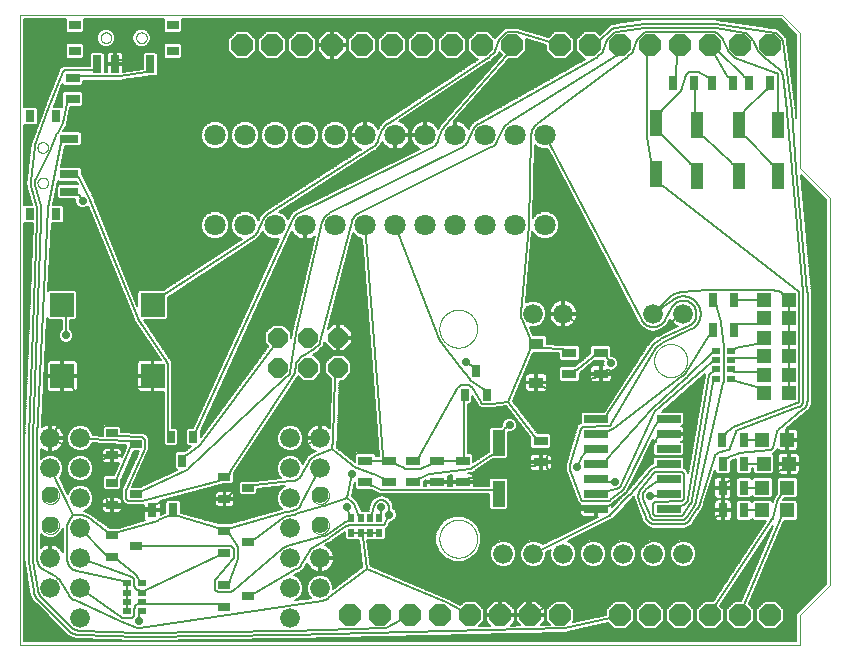
<source format=gtl>
G75*
%MOIN*%
%OFA0B0*%
%FSLAX25Y25*%
%IPPOS*%
%LPD*%
%AMOC8*
5,1,8,0,0,1.08239X$1,22.5*
%
%ADD10C,0.00004*%
%ADD11R,0.03150X0.04724*%
%ADD12R,0.04724X0.03150*%
%ADD13R,0.04200X0.08600*%
%ADD14OC8,0.07144*%
%ADD15R,0.04724X0.04724*%
%ADD16R,0.03150X0.03937*%
%ADD17R,0.05906X0.02756*%
%ADD18C,0.00000*%
%ADD19R,0.04803X0.03583*%
%ADD20C,0.06600*%
%ADD21R,0.02500X0.04000*%
%ADD22R,0.08000X0.02600*%
%ADD23R,0.04000X0.02500*%
%ADD24R,0.07874X0.07874*%
%ADD25OC8,0.06426*%
%ADD26R,0.02559X0.01969*%
%ADD27C,0.05500*%
%ADD28R,0.01969X0.02559*%
%ADD29C,0.07087*%
%ADD30R,0.03937X0.03150*%
%ADD31R,0.02756X0.05906*%
%ADD32C,0.00600*%
%ADD33C,0.02756*%
D10*
X0016500Y0031300D02*
X0276500Y0031300D01*
X0276500Y0041300D01*
X0286500Y0051300D01*
X0286500Y0180300D01*
X0276500Y0190300D01*
X0276500Y0235300D01*
X0270500Y0241300D01*
X0016500Y0241300D01*
X0016500Y0031300D01*
D11*
X0060457Y0076300D03*
X0067543Y0076300D03*
X0233957Y0218800D03*
X0241043Y0218800D03*
X0246957Y0218800D03*
X0254043Y0218800D03*
X0259457Y0218800D03*
X0266543Y0218800D03*
X0254543Y0146300D03*
X0247457Y0146300D03*
X0247457Y0136300D03*
X0254543Y0136300D03*
X0257643Y0099800D03*
X0250557Y0099800D03*
X0250657Y0091800D03*
X0257743Y0091800D03*
X0257743Y0083800D03*
X0250657Y0083800D03*
X0250757Y0076300D03*
X0257843Y0076300D03*
D12*
X0210000Y0121757D03*
X0210000Y0128843D03*
X0199500Y0128843D03*
X0199500Y0121757D03*
X0190000Y0099343D03*
X0190000Y0092257D03*
X0164000Y0092843D03*
X0164000Y0085757D03*
X0155500Y0085757D03*
X0155500Y0092843D03*
X0147500Y0092843D03*
X0139500Y0092843D03*
X0139500Y0085757D03*
X0147500Y0085757D03*
X0131500Y0085757D03*
X0131500Y0092843D03*
X0034000Y0213257D03*
X0034000Y0220343D03*
D13*
X0176000Y0098800D03*
X0176000Y0081800D03*
X0228500Y0188300D03*
X0242000Y0187800D03*
X0256000Y0187800D03*
X0269000Y0187800D03*
X0269000Y0204800D03*
X0256000Y0204800D03*
X0242000Y0204800D03*
X0228500Y0205300D03*
D14*
X0226500Y0231300D03*
X0216500Y0231300D03*
X0206500Y0231300D03*
X0196500Y0231300D03*
X0180500Y0231300D03*
X0170500Y0231300D03*
X0160500Y0231300D03*
X0150500Y0231300D03*
X0140500Y0231300D03*
X0130500Y0231300D03*
X0120500Y0231300D03*
X0110500Y0231300D03*
X0100500Y0231300D03*
X0090500Y0231300D03*
X0236500Y0231300D03*
X0246500Y0231300D03*
X0256500Y0231300D03*
X0266500Y0231300D03*
X0266500Y0041300D03*
X0256500Y0041300D03*
X0246500Y0041300D03*
X0236500Y0041300D03*
X0226500Y0041300D03*
X0216500Y0041300D03*
X0196500Y0041300D03*
X0186500Y0041300D03*
X0176500Y0041300D03*
X0166500Y0041300D03*
X0156500Y0041300D03*
X0146500Y0041300D03*
X0136500Y0041300D03*
X0126500Y0041300D03*
D15*
X0263866Y0076300D03*
X0263866Y0083800D03*
X0264366Y0091800D03*
X0263866Y0099800D03*
X0272134Y0099800D03*
X0272634Y0091800D03*
X0272134Y0083800D03*
X0272134Y0076300D03*
X0272634Y0115300D03*
X0272634Y0121300D03*
X0272634Y0127800D03*
X0272634Y0133800D03*
X0272634Y0140300D03*
X0272634Y0146300D03*
X0264366Y0146300D03*
X0264366Y0140300D03*
X0264366Y0133800D03*
X0264366Y0127800D03*
X0264366Y0121300D03*
X0264366Y0115300D03*
D16*
X0028331Y0174961D03*
X0019669Y0174961D03*
X0019669Y0207639D03*
X0028331Y0207639D03*
D17*
X0032858Y0200158D03*
X0032858Y0188347D03*
X0032858Y0182442D03*
D18*
X0022228Y0185394D02*
X0022230Y0185478D01*
X0022236Y0185561D01*
X0022246Y0185644D01*
X0022260Y0185727D01*
X0022277Y0185809D01*
X0022299Y0185890D01*
X0022324Y0185969D01*
X0022353Y0186048D01*
X0022386Y0186125D01*
X0022422Y0186200D01*
X0022462Y0186274D01*
X0022505Y0186346D01*
X0022552Y0186415D01*
X0022602Y0186482D01*
X0022655Y0186547D01*
X0022711Y0186609D01*
X0022769Y0186669D01*
X0022831Y0186726D01*
X0022895Y0186779D01*
X0022962Y0186830D01*
X0023031Y0186877D01*
X0023102Y0186922D01*
X0023175Y0186962D01*
X0023250Y0186999D01*
X0023327Y0187033D01*
X0023405Y0187063D01*
X0023484Y0187089D01*
X0023565Y0187112D01*
X0023647Y0187130D01*
X0023729Y0187145D01*
X0023812Y0187156D01*
X0023895Y0187163D01*
X0023979Y0187166D01*
X0024063Y0187165D01*
X0024146Y0187160D01*
X0024230Y0187151D01*
X0024312Y0187138D01*
X0024394Y0187122D01*
X0024475Y0187101D01*
X0024556Y0187077D01*
X0024634Y0187049D01*
X0024712Y0187017D01*
X0024788Y0186981D01*
X0024862Y0186942D01*
X0024934Y0186900D01*
X0025004Y0186854D01*
X0025072Y0186805D01*
X0025137Y0186753D01*
X0025200Y0186698D01*
X0025260Y0186640D01*
X0025318Y0186579D01*
X0025372Y0186515D01*
X0025424Y0186449D01*
X0025472Y0186381D01*
X0025517Y0186310D01*
X0025558Y0186237D01*
X0025597Y0186163D01*
X0025631Y0186087D01*
X0025662Y0186009D01*
X0025689Y0185930D01*
X0025713Y0185849D01*
X0025732Y0185768D01*
X0025748Y0185686D01*
X0025760Y0185603D01*
X0025768Y0185519D01*
X0025772Y0185436D01*
X0025772Y0185352D01*
X0025768Y0185269D01*
X0025760Y0185185D01*
X0025748Y0185102D01*
X0025732Y0185020D01*
X0025713Y0184939D01*
X0025689Y0184858D01*
X0025662Y0184779D01*
X0025631Y0184701D01*
X0025597Y0184625D01*
X0025558Y0184551D01*
X0025517Y0184478D01*
X0025472Y0184407D01*
X0025424Y0184339D01*
X0025372Y0184273D01*
X0025318Y0184209D01*
X0025260Y0184148D01*
X0025200Y0184090D01*
X0025137Y0184035D01*
X0025072Y0183983D01*
X0025004Y0183934D01*
X0024934Y0183888D01*
X0024862Y0183846D01*
X0024788Y0183807D01*
X0024712Y0183771D01*
X0024634Y0183739D01*
X0024556Y0183711D01*
X0024475Y0183687D01*
X0024394Y0183666D01*
X0024312Y0183650D01*
X0024230Y0183637D01*
X0024146Y0183628D01*
X0024063Y0183623D01*
X0023979Y0183622D01*
X0023895Y0183625D01*
X0023812Y0183632D01*
X0023729Y0183643D01*
X0023647Y0183658D01*
X0023565Y0183676D01*
X0023484Y0183699D01*
X0023405Y0183725D01*
X0023327Y0183755D01*
X0023250Y0183789D01*
X0023175Y0183826D01*
X0023102Y0183866D01*
X0023031Y0183911D01*
X0022962Y0183958D01*
X0022895Y0184009D01*
X0022831Y0184062D01*
X0022769Y0184119D01*
X0022711Y0184179D01*
X0022655Y0184241D01*
X0022602Y0184306D01*
X0022552Y0184373D01*
X0022505Y0184442D01*
X0022462Y0184514D01*
X0022422Y0184588D01*
X0022386Y0184663D01*
X0022353Y0184740D01*
X0022324Y0184819D01*
X0022299Y0184898D01*
X0022277Y0184979D01*
X0022260Y0185061D01*
X0022246Y0185144D01*
X0022236Y0185227D01*
X0022230Y0185310D01*
X0022228Y0185394D01*
X0022228Y0197206D02*
X0022230Y0197290D01*
X0022236Y0197373D01*
X0022246Y0197456D01*
X0022260Y0197539D01*
X0022277Y0197621D01*
X0022299Y0197702D01*
X0022324Y0197781D01*
X0022353Y0197860D01*
X0022386Y0197937D01*
X0022422Y0198012D01*
X0022462Y0198086D01*
X0022505Y0198158D01*
X0022552Y0198227D01*
X0022602Y0198294D01*
X0022655Y0198359D01*
X0022711Y0198421D01*
X0022769Y0198481D01*
X0022831Y0198538D01*
X0022895Y0198591D01*
X0022962Y0198642D01*
X0023031Y0198689D01*
X0023102Y0198734D01*
X0023175Y0198774D01*
X0023250Y0198811D01*
X0023327Y0198845D01*
X0023405Y0198875D01*
X0023484Y0198901D01*
X0023565Y0198924D01*
X0023647Y0198942D01*
X0023729Y0198957D01*
X0023812Y0198968D01*
X0023895Y0198975D01*
X0023979Y0198978D01*
X0024063Y0198977D01*
X0024146Y0198972D01*
X0024230Y0198963D01*
X0024312Y0198950D01*
X0024394Y0198934D01*
X0024475Y0198913D01*
X0024556Y0198889D01*
X0024634Y0198861D01*
X0024712Y0198829D01*
X0024788Y0198793D01*
X0024862Y0198754D01*
X0024934Y0198712D01*
X0025004Y0198666D01*
X0025072Y0198617D01*
X0025137Y0198565D01*
X0025200Y0198510D01*
X0025260Y0198452D01*
X0025318Y0198391D01*
X0025372Y0198327D01*
X0025424Y0198261D01*
X0025472Y0198193D01*
X0025517Y0198122D01*
X0025558Y0198049D01*
X0025597Y0197975D01*
X0025631Y0197899D01*
X0025662Y0197821D01*
X0025689Y0197742D01*
X0025713Y0197661D01*
X0025732Y0197580D01*
X0025748Y0197498D01*
X0025760Y0197415D01*
X0025768Y0197331D01*
X0025772Y0197248D01*
X0025772Y0197164D01*
X0025768Y0197081D01*
X0025760Y0196997D01*
X0025748Y0196914D01*
X0025732Y0196832D01*
X0025713Y0196751D01*
X0025689Y0196670D01*
X0025662Y0196591D01*
X0025631Y0196513D01*
X0025597Y0196437D01*
X0025558Y0196363D01*
X0025517Y0196290D01*
X0025472Y0196219D01*
X0025424Y0196151D01*
X0025372Y0196085D01*
X0025318Y0196021D01*
X0025260Y0195960D01*
X0025200Y0195902D01*
X0025137Y0195847D01*
X0025072Y0195795D01*
X0025004Y0195746D01*
X0024934Y0195700D01*
X0024862Y0195658D01*
X0024788Y0195619D01*
X0024712Y0195583D01*
X0024634Y0195551D01*
X0024556Y0195523D01*
X0024475Y0195499D01*
X0024394Y0195478D01*
X0024312Y0195462D01*
X0024230Y0195449D01*
X0024146Y0195440D01*
X0024063Y0195435D01*
X0023979Y0195434D01*
X0023895Y0195437D01*
X0023812Y0195444D01*
X0023729Y0195455D01*
X0023647Y0195470D01*
X0023565Y0195488D01*
X0023484Y0195511D01*
X0023405Y0195537D01*
X0023327Y0195567D01*
X0023250Y0195601D01*
X0023175Y0195638D01*
X0023102Y0195678D01*
X0023031Y0195723D01*
X0022962Y0195770D01*
X0022895Y0195821D01*
X0022831Y0195874D01*
X0022769Y0195931D01*
X0022711Y0195991D01*
X0022655Y0196053D01*
X0022602Y0196118D01*
X0022552Y0196185D01*
X0022505Y0196254D01*
X0022462Y0196326D01*
X0022422Y0196400D01*
X0022386Y0196475D01*
X0022353Y0196552D01*
X0022324Y0196631D01*
X0022299Y0196710D01*
X0022277Y0196791D01*
X0022260Y0196873D01*
X0022246Y0196956D01*
X0022236Y0197039D01*
X0022230Y0197122D01*
X0022228Y0197206D01*
X0043322Y0233800D02*
X0043324Y0233884D01*
X0043330Y0233967D01*
X0043340Y0234050D01*
X0043354Y0234133D01*
X0043371Y0234215D01*
X0043393Y0234296D01*
X0043418Y0234375D01*
X0043447Y0234454D01*
X0043480Y0234531D01*
X0043516Y0234606D01*
X0043556Y0234680D01*
X0043599Y0234752D01*
X0043646Y0234821D01*
X0043696Y0234888D01*
X0043749Y0234953D01*
X0043805Y0235015D01*
X0043863Y0235075D01*
X0043925Y0235132D01*
X0043989Y0235185D01*
X0044056Y0235236D01*
X0044125Y0235283D01*
X0044196Y0235328D01*
X0044269Y0235368D01*
X0044344Y0235405D01*
X0044421Y0235439D01*
X0044499Y0235469D01*
X0044578Y0235495D01*
X0044659Y0235518D01*
X0044741Y0235536D01*
X0044823Y0235551D01*
X0044906Y0235562D01*
X0044989Y0235569D01*
X0045073Y0235572D01*
X0045157Y0235571D01*
X0045240Y0235566D01*
X0045324Y0235557D01*
X0045406Y0235544D01*
X0045488Y0235528D01*
X0045569Y0235507D01*
X0045650Y0235483D01*
X0045728Y0235455D01*
X0045806Y0235423D01*
X0045882Y0235387D01*
X0045956Y0235348D01*
X0046028Y0235306D01*
X0046098Y0235260D01*
X0046166Y0235211D01*
X0046231Y0235159D01*
X0046294Y0235104D01*
X0046354Y0235046D01*
X0046412Y0234985D01*
X0046466Y0234921D01*
X0046518Y0234855D01*
X0046566Y0234787D01*
X0046611Y0234716D01*
X0046652Y0234643D01*
X0046691Y0234569D01*
X0046725Y0234493D01*
X0046756Y0234415D01*
X0046783Y0234336D01*
X0046807Y0234255D01*
X0046826Y0234174D01*
X0046842Y0234092D01*
X0046854Y0234009D01*
X0046862Y0233925D01*
X0046866Y0233842D01*
X0046866Y0233758D01*
X0046862Y0233675D01*
X0046854Y0233591D01*
X0046842Y0233508D01*
X0046826Y0233426D01*
X0046807Y0233345D01*
X0046783Y0233264D01*
X0046756Y0233185D01*
X0046725Y0233107D01*
X0046691Y0233031D01*
X0046652Y0232957D01*
X0046611Y0232884D01*
X0046566Y0232813D01*
X0046518Y0232745D01*
X0046466Y0232679D01*
X0046412Y0232615D01*
X0046354Y0232554D01*
X0046294Y0232496D01*
X0046231Y0232441D01*
X0046166Y0232389D01*
X0046098Y0232340D01*
X0046028Y0232294D01*
X0045956Y0232252D01*
X0045882Y0232213D01*
X0045806Y0232177D01*
X0045728Y0232145D01*
X0045650Y0232117D01*
X0045569Y0232093D01*
X0045488Y0232072D01*
X0045406Y0232056D01*
X0045324Y0232043D01*
X0045240Y0232034D01*
X0045157Y0232029D01*
X0045073Y0232028D01*
X0044989Y0232031D01*
X0044906Y0232038D01*
X0044823Y0232049D01*
X0044741Y0232064D01*
X0044659Y0232082D01*
X0044578Y0232105D01*
X0044499Y0232131D01*
X0044421Y0232161D01*
X0044344Y0232195D01*
X0044269Y0232232D01*
X0044196Y0232272D01*
X0044125Y0232317D01*
X0044056Y0232364D01*
X0043989Y0232415D01*
X0043925Y0232468D01*
X0043863Y0232525D01*
X0043805Y0232585D01*
X0043749Y0232647D01*
X0043696Y0232712D01*
X0043646Y0232779D01*
X0043599Y0232848D01*
X0043556Y0232920D01*
X0043516Y0232994D01*
X0043480Y0233069D01*
X0043447Y0233146D01*
X0043418Y0233225D01*
X0043393Y0233304D01*
X0043371Y0233385D01*
X0043354Y0233467D01*
X0043340Y0233550D01*
X0043330Y0233633D01*
X0043324Y0233716D01*
X0043322Y0233800D01*
X0055134Y0233800D02*
X0055136Y0233884D01*
X0055142Y0233967D01*
X0055152Y0234050D01*
X0055166Y0234133D01*
X0055183Y0234215D01*
X0055205Y0234296D01*
X0055230Y0234375D01*
X0055259Y0234454D01*
X0055292Y0234531D01*
X0055328Y0234606D01*
X0055368Y0234680D01*
X0055411Y0234752D01*
X0055458Y0234821D01*
X0055508Y0234888D01*
X0055561Y0234953D01*
X0055617Y0235015D01*
X0055675Y0235075D01*
X0055737Y0235132D01*
X0055801Y0235185D01*
X0055868Y0235236D01*
X0055937Y0235283D01*
X0056008Y0235328D01*
X0056081Y0235368D01*
X0056156Y0235405D01*
X0056233Y0235439D01*
X0056311Y0235469D01*
X0056390Y0235495D01*
X0056471Y0235518D01*
X0056553Y0235536D01*
X0056635Y0235551D01*
X0056718Y0235562D01*
X0056801Y0235569D01*
X0056885Y0235572D01*
X0056969Y0235571D01*
X0057052Y0235566D01*
X0057136Y0235557D01*
X0057218Y0235544D01*
X0057300Y0235528D01*
X0057381Y0235507D01*
X0057462Y0235483D01*
X0057540Y0235455D01*
X0057618Y0235423D01*
X0057694Y0235387D01*
X0057768Y0235348D01*
X0057840Y0235306D01*
X0057910Y0235260D01*
X0057978Y0235211D01*
X0058043Y0235159D01*
X0058106Y0235104D01*
X0058166Y0235046D01*
X0058224Y0234985D01*
X0058278Y0234921D01*
X0058330Y0234855D01*
X0058378Y0234787D01*
X0058423Y0234716D01*
X0058464Y0234643D01*
X0058503Y0234569D01*
X0058537Y0234493D01*
X0058568Y0234415D01*
X0058595Y0234336D01*
X0058619Y0234255D01*
X0058638Y0234174D01*
X0058654Y0234092D01*
X0058666Y0234009D01*
X0058674Y0233925D01*
X0058678Y0233842D01*
X0058678Y0233758D01*
X0058674Y0233675D01*
X0058666Y0233591D01*
X0058654Y0233508D01*
X0058638Y0233426D01*
X0058619Y0233345D01*
X0058595Y0233264D01*
X0058568Y0233185D01*
X0058537Y0233107D01*
X0058503Y0233031D01*
X0058464Y0232957D01*
X0058423Y0232884D01*
X0058378Y0232813D01*
X0058330Y0232745D01*
X0058278Y0232679D01*
X0058224Y0232615D01*
X0058166Y0232554D01*
X0058106Y0232496D01*
X0058043Y0232441D01*
X0057978Y0232389D01*
X0057910Y0232340D01*
X0057840Y0232294D01*
X0057768Y0232252D01*
X0057694Y0232213D01*
X0057618Y0232177D01*
X0057540Y0232145D01*
X0057462Y0232117D01*
X0057381Y0232093D01*
X0057300Y0232072D01*
X0057218Y0232056D01*
X0057136Y0232043D01*
X0057052Y0232034D01*
X0056969Y0232029D01*
X0056885Y0232028D01*
X0056801Y0232031D01*
X0056718Y0232038D01*
X0056635Y0232049D01*
X0056553Y0232064D01*
X0056471Y0232082D01*
X0056390Y0232105D01*
X0056311Y0232131D01*
X0056233Y0232161D01*
X0056156Y0232195D01*
X0056081Y0232232D01*
X0056008Y0232272D01*
X0055937Y0232317D01*
X0055868Y0232364D01*
X0055801Y0232415D01*
X0055737Y0232468D01*
X0055675Y0232525D01*
X0055617Y0232585D01*
X0055561Y0232647D01*
X0055508Y0232712D01*
X0055458Y0232779D01*
X0055411Y0232848D01*
X0055368Y0232920D01*
X0055328Y0232994D01*
X0055292Y0233069D01*
X0055259Y0233146D01*
X0055230Y0233225D01*
X0055205Y0233304D01*
X0055183Y0233385D01*
X0055166Y0233467D01*
X0055152Y0233550D01*
X0055142Y0233633D01*
X0055136Y0233716D01*
X0055134Y0233800D01*
X0156201Y0136800D02*
X0156203Y0136958D01*
X0156209Y0137116D01*
X0156219Y0137274D01*
X0156233Y0137432D01*
X0156251Y0137589D01*
X0156272Y0137746D01*
X0156298Y0137902D01*
X0156328Y0138058D01*
X0156361Y0138213D01*
X0156399Y0138366D01*
X0156440Y0138519D01*
X0156485Y0138671D01*
X0156534Y0138822D01*
X0156587Y0138971D01*
X0156643Y0139119D01*
X0156703Y0139265D01*
X0156767Y0139410D01*
X0156835Y0139553D01*
X0156906Y0139695D01*
X0156980Y0139835D01*
X0157058Y0139972D01*
X0157140Y0140108D01*
X0157224Y0140242D01*
X0157313Y0140373D01*
X0157404Y0140502D01*
X0157499Y0140629D01*
X0157596Y0140754D01*
X0157697Y0140876D01*
X0157801Y0140995D01*
X0157908Y0141112D01*
X0158018Y0141226D01*
X0158131Y0141337D01*
X0158246Y0141446D01*
X0158364Y0141551D01*
X0158485Y0141653D01*
X0158608Y0141753D01*
X0158734Y0141849D01*
X0158862Y0141942D01*
X0158992Y0142032D01*
X0159125Y0142118D01*
X0159260Y0142202D01*
X0159396Y0142281D01*
X0159535Y0142358D01*
X0159676Y0142430D01*
X0159818Y0142500D01*
X0159962Y0142565D01*
X0160108Y0142627D01*
X0160255Y0142685D01*
X0160404Y0142740D01*
X0160554Y0142791D01*
X0160705Y0142838D01*
X0160857Y0142881D01*
X0161010Y0142920D01*
X0161165Y0142956D01*
X0161320Y0142987D01*
X0161476Y0143015D01*
X0161632Y0143039D01*
X0161789Y0143059D01*
X0161947Y0143075D01*
X0162104Y0143087D01*
X0162263Y0143095D01*
X0162421Y0143099D01*
X0162579Y0143099D01*
X0162737Y0143095D01*
X0162896Y0143087D01*
X0163053Y0143075D01*
X0163211Y0143059D01*
X0163368Y0143039D01*
X0163524Y0143015D01*
X0163680Y0142987D01*
X0163835Y0142956D01*
X0163990Y0142920D01*
X0164143Y0142881D01*
X0164295Y0142838D01*
X0164446Y0142791D01*
X0164596Y0142740D01*
X0164745Y0142685D01*
X0164892Y0142627D01*
X0165038Y0142565D01*
X0165182Y0142500D01*
X0165324Y0142430D01*
X0165465Y0142358D01*
X0165604Y0142281D01*
X0165740Y0142202D01*
X0165875Y0142118D01*
X0166008Y0142032D01*
X0166138Y0141942D01*
X0166266Y0141849D01*
X0166392Y0141753D01*
X0166515Y0141653D01*
X0166636Y0141551D01*
X0166754Y0141446D01*
X0166869Y0141337D01*
X0166982Y0141226D01*
X0167092Y0141112D01*
X0167199Y0140995D01*
X0167303Y0140876D01*
X0167404Y0140754D01*
X0167501Y0140629D01*
X0167596Y0140502D01*
X0167687Y0140373D01*
X0167776Y0140242D01*
X0167860Y0140108D01*
X0167942Y0139972D01*
X0168020Y0139835D01*
X0168094Y0139695D01*
X0168165Y0139553D01*
X0168233Y0139410D01*
X0168297Y0139265D01*
X0168357Y0139119D01*
X0168413Y0138971D01*
X0168466Y0138822D01*
X0168515Y0138671D01*
X0168560Y0138519D01*
X0168601Y0138366D01*
X0168639Y0138213D01*
X0168672Y0138058D01*
X0168702Y0137902D01*
X0168728Y0137746D01*
X0168749Y0137589D01*
X0168767Y0137432D01*
X0168781Y0137274D01*
X0168791Y0137116D01*
X0168797Y0136958D01*
X0168799Y0136800D01*
X0168797Y0136642D01*
X0168791Y0136484D01*
X0168781Y0136326D01*
X0168767Y0136168D01*
X0168749Y0136011D01*
X0168728Y0135854D01*
X0168702Y0135698D01*
X0168672Y0135542D01*
X0168639Y0135387D01*
X0168601Y0135234D01*
X0168560Y0135081D01*
X0168515Y0134929D01*
X0168466Y0134778D01*
X0168413Y0134629D01*
X0168357Y0134481D01*
X0168297Y0134335D01*
X0168233Y0134190D01*
X0168165Y0134047D01*
X0168094Y0133905D01*
X0168020Y0133765D01*
X0167942Y0133628D01*
X0167860Y0133492D01*
X0167776Y0133358D01*
X0167687Y0133227D01*
X0167596Y0133098D01*
X0167501Y0132971D01*
X0167404Y0132846D01*
X0167303Y0132724D01*
X0167199Y0132605D01*
X0167092Y0132488D01*
X0166982Y0132374D01*
X0166869Y0132263D01*
X0166754Y0132154D01*
X0166636Y0132049D01*
X0166515Y0131947D01*
X0166392Y0131847D01*
X0166266Y0131751D01*
X0166138Y0131658D01*
X0166008Y0131568D01*
X0165875Y0131482D01*
X0165740Y0131398D01*
X0165604Y0131319D01*
X0165465Y0131242D01*
X0165324Y0131170D01*
X0165182Y0131100D01*
X0165038Y0131035D01*
X0164892Y0130973D01*
X0164745Y0130915D01*
X0164596Y0130860D01*
X0164446Y0130809D01*
X0164295Y0130762D01*
X0164143Y0130719D01*
X0163990Y0130680D01*
X0163835Y0130644D01*
X0163680Y0130613D01*
X0163524Y0130585D01*
X0163368Y0130561D01*
X0163211Y0130541D01*
X0163053Y0130525D01*
X0162896Y0130513D01*
X0162737Y0130505D01*
X0162579Y0130501D01*
X0162421Y0130501D01*
X0162263Y0130505D01*
X0162104Y0130513D01*
X0161947Y0130525D01*
X0161789Y0130541D01*
X0161632Y0130561D01*
X0161476Y0130585D01*
X0161320Y0130613D01*
X0161165Y0130644D01*
X0161010Y0130680D01*
X0160857Y0130719D01*
X0160705Y0130762D01*
X0160554Y0130809D01*
X0160404Y0130860D01*
X0160255Y0130915D01*
X0160108Y0130973D01*
X0159962Y0131035D01*
X0159818Y0131100D01*
X0159676Y0131170D01*
X0159535Y0131242D01*
X0159396Y0131319D01*
X0159260Y0131398D01*
X0159125Y0131482D01*
X0158992Y0131568D01*
X0158862Y0131658D01*
X0158734Y0131751D01*
X0158608Y0131847D01*
X0158485Y0131947D01*
X0158364Y0132049D01*
X0158246Y0132154D01*
X0158131Y0132263D01*
X0158018Y0132374D01*
X0157908Y0132488D01*
X0157801Y0132605D01*
X0157697Y0132724D01*
X0157596Y0132846D01*
X0157499Y0132971D01*
X0157404Y0133098D01*
X0157313Y0133227D01*
X0157224Y0133358D01*
X0157140Y0133492D01*
X0157058Y0133628D01*
X0156980Y0133765D01*
X0156906Y0133905D01*
X0156835Y0134047D01*
X0156767Y0134190D01*
X0156703Y0134335D01*
X0156643Y0134481D01*
X0156587Y0134629D01*
X0156534Y0134778D01*
X0156485Y0134929D01*
X0156440Y0135081D01*
X0156399Y0135234D01*
X0156361Y0135387D01*
X0156328Y0135542D01*
X0156298Y0135698D01*
X0156272Y0135854D01*
X0156251Y0136011D01*
X0156233Y0136168D01*
X0156219Y0136326D01*
X0156209Y0136484D01*
X0156203Y0136642D01*
X0156201Y0136800D01*
X0113600Y0081300D02*
X0113602Y0081407D01*
X0113608Y0081514D01*
X0113618Y0081621D01*
X0113632Y0081727D01*
X0113649Y0081833D01*
X0113671Y0081938D01*
X0113697Y0082042D01*
X0113726Y0082145D01*
X0113759Y0082247D01*
X0113796Y0082348D01*
X0113836Y0082447D01*
X0113881Y0082544D01*
X0113928Y0082640D01*
X0113980Y0082735D01*
X0114034Y0082827D01*
X0114092Y0082917D01*
X0114154Y0083005D01*
X0114218Y0083090D01*
X0114286Y0083173D01*
X0114357Y0083254D01*
X0114431Y0083332D01*
X0114507Y0083407D01*
X0114586Y0083479D01*
X0114668Y0083548D01*
X0114752Y0083614D01*
X0114839Y0083677D01*
X0114928Y0083737D01*
X0115019Y0083793D01*
X0115112Y0083846D01*
X0115207Y0083896D01*
X0115304Y0083942D01*
X0115403Y0083984D01*
X0115503Y0084023D01*
X0115604Y0084058D01*
X0115706Y0084089D01*
X0115810Y0084117D01*
X0115915Y0084140D01*
X0116020Y0084160D01*
X0116126Y0084176D01*
X0116232Y0084188D01*
X0116339Y0084196D01*
X0116446Y0084200D01*
X0116554Y0084200D01*
X0116661Y0084196D01*
X0116768Y0084188D01*
X0116874Y0084176D01*
X0116980Y0084160D01*
X0117085Y0084140D01*
X0117190Y0084117D01*
X0117294Y0084089D01*
X0117396Y0084058D01*
X0117497Y0084023D01*
X0117597Y0083984D01*
X0117696Y0083942D01*
X0117793Y0083896D01*
X0117888Y0083846D01*
X0117981Y0083793D01*
X0118072Y0083737D01*
X0118161Y0083677D01*
X0118248Y0083614D01*
X0118332Y0083548D01*
X0118414Y0083479D01*
X0118493Y0083407D01*
X0118569Y0083332D01*
X0118643Y0083254D01*
X0118714Y0083173D01*
X0118782Y0083090D01*
X0118846Y0083005D01*
X0118908Y0082917D01*
X0118966Y0082827D01*
X0119020Y0082735D01*
X0119072Y0082640D01*
X0119119Y0082544D01*
X0119164Y0082447D01*
X0119204Y0082348D01*
X0119241Y0082247D01*
X0119274Y0082145D01*
X0119303Y0082042D01*
X0119329Y0081938D01*
X0119351Y0081833D01*
X0119368Y0081727D01*
X0119382Y0081621D01*
X0119392Y0081514D01*
X0119398Y0081407D01*
X0119400Y0081300D01*
X0119398Y0081193D01*
X0119392Y0081086D01*
X0119382Y0080979D01*
X0119368Y0080873D01*
X0119351Y0080767D01*
X0119329Y0080662D01*
X0119303Y0080558D01*
X0119274Y0080455D01*
X0119241Y0080353D01*
X0119204Y0080252D01*
X0119164Y0080153D01*
X0119119Y0080056D01*
X0119072Y0079960D01*
X0119020Y0079865D01*
X0118966Y0079773D01*
X0118908Y0079683D01*
X0118846Y0079595D01*
X0118782Y0079510D01*
X0118714Y0079427D01*
X0118643Y0079346D01*
X0118569Y0079268D01*
X0118493Y0079193D01*
X0118414Y0079121D01*
X0118332Y0079052D01*
X0118248Y0078986D01*
X0118161Y0078923D01*
X0118072Y0078863D01*
X0117981Y0078807D01*
X0117888Y0078754D01*
X0117793Y0078704D01*
X0117696Y0078658D01*
X0117597Y0078616D01*
X0117497Y0078577D01*
X0117396Y0078542D01*
X0117294Y0078511D01*
X0117190Y0078483D01*
X0117085Y0078460D01*
X0116980Y0078440D01*
X0116874Y0078424D01*
X0116768Y0078412D01*
X0116661Y0078404D01*
X0116554Y0078400D01*
X0116446Y0078400D01*
X0116339Y0078404D01*
X0116232Y0078412D01*
X0116126Y0078424D01*
X0116020Y0078440D01*
X0115915Y0078460D01*
X0115810Y0078483D01*
X0115706Y0078511D01*
X0115604Y0078542D01*
X0115503Y0078577D01*
X0115403Y0078616D01*
X0115304Y0078658D01*
X0115207Y0078704D01*
X0115112Y0078754D01*
X0115019Y0078807D01*
X0114928Y0078863D01*
X0114839Y0078923D01*
X0114752Y0078986D01*
X0114668Y0079052D01*
X0114586Y0079121D01*
X0114507Y0079193D01*
X0114431Y0079268D01*
X0114357Y0079346D01*
X0114286Y0079427D01*
X0114218Y0079510D01*
X0114154Y0079595D01*
X0114092Y0079683D01*
X0114034Y0079773D01*
X0113980Y0079865D01*
X0113928Y0079960D01*
X0113881Y0080056D01*
X0113836Y0080153D01*
X0113796Y0080252D01*
X0113759Y0080353D01*
X0113726Y0080455D01*
X0113697Y0080558D01*
X0113671Y0080662D01*
X0113649Y0080767D01*
X0113632Y0080873D01*
X0113618Y0080979D01*
X0113608Y0081086D01*
X0113602Y0081193D01*
X0113600Y0081300D01*
X0113600Y0071300D02*
X0113602Y0071407D01*
X0113608Y0071514D01*
X0113618Y0071621D01*
X0113632Y0071727D01*
X0113649Y0071833D01*
X0113671Y0071938D01*
X0113697Y0072042D01*
X0113726Y0072145D01*
X0113759Y0072247D01*
X0113796Y0072348D01*
X0113836Y0072447D01*
X0113881Y0072544D01*
X0113928Y0072640D01*
X0113980Y0072735D01*
X0114034Y0072827D01*
X0114092Y0072917D01*
X0114154Y0073005D01*
X0114218Y0073090D01*
X0114286Y0073173D01*
X0114357Y0073254D01*
X0114431Y0073332D01*
X0114507Y0073407D01*
X0114586Y0073479D01*
X0114668Y0073548D01*
X0114752Y0073614D01*
X0114839Y0073677D01*
X0114928Y0073737D01*
X0115019Y0073793D01*
X0115112Y0073846D01*
X0115207Y0073896D01*
X0115304Y0073942D01*
X0115403Y0073984D01*
X0115503Y0074023D01*
X0115604Y0074058D01*
X0115706Y0074089D01*
X0115810Y0074117D01*
X0115915Y0074140D01*
X0116020Y0074160D01*
X0116126Y0074176D01*
X0116232Y0074188D01*
X0116339Y0074196D01*
X0116446Y0074200D01*
X0116554Y0074200D01*
X0116661Y0074196D01*
X0116768Y0074188D01*
X0116874Y0074176D01*
X0116980Y0074160D01*
X0117085Y0074140D01*
X0117190Y0074117D01*
X0117294Y0074089D01*
X0117396Y0074058D01*
X0117497Y0074023D01*
X0117597Y0073984D01*
X0117696Y0073942D01*
X0117793Y0073896D01*
X0117888Y0073846D01*
X0117981Y0073793D01*
X0118072Y0073737D01*
X0118161Y0073677D01*
X0118248Y0073614D01*
X0118332Y0073548D01*
X0118414Y0073479D01*
X0118493Y0073407D01*
X0118569Y0073332D01*
X0118643Y0073254D01*
X0118714Y0073173D01*
X0118782Y0073090D01*
X0118846Y0073005D01*
X0118908Y0072917D01*
X0118966Y0072827D01*
X0119020Y0072735D01*
X0119072Y0072640D01*
X0119119Y0072544D01*
X0119164Y0072447D01*
X0119204Y0072348D01*
X0119241Y0072247D01*
X0119274Y0072145D01*
X0119303Y0072042D01*
X0119329Y0071938D01*
X0119351Y0071833D01*
X0119368Y0071727D01*
X0119382Y0071621D01*
X0119392Y0071514D01*
X0119398Y0071407D01*
X0119400Y0071300D01*
X0119398Y0071193D01*
X0119392Y0071086D01*
X0119382Y0070979D01*
X0119368Y0070873D01*
X0119351Y0070767D01*
X0119329Y0070662D01*
X0119303Y0070558D01*
X0119274Y0070455D01*
X0119241Y0070353D01*
X0119204Y0070252D01*
X0119164Y0070153D01*
X0119119Y0070056D01*
X0119072Y0069960D01*
X0119020Y0069865D01*
X0118966Y0069773D01*
X0118908Y0069683D01*
X0118846Y0069595D01*
X0118782Y0069510D01*
X0118714Y0069427D01*
X0118643Y0069346D01*
X0118569Y0069268D01*
X0118493Y0069193D01*
X0118414Y0069121D01*
X0118332Y0069052D01*
X0118248Y0068986D01*
X0118161Y0068923D01*
X0118072Y0068863D01*
X0117981Y0068807D01*
X0117888Y0068754D01*
X0117793Y0068704D01*
X0117696Y0068658D01*
X0117597Y0068616D01*
X0117497Y0068577D01*
X0117396Y0068542D01*
X0117294Y0068511D01*
X0117190Y0068483D01*
X0117085Y0068460D01*
X0116980Y0068440D01*
X0116874Y0068424D01*
X0116768Y0068412D01*
X0116661Y0068404D01*
X0116554Y0068400D01*
X0116446Y0068400D01*
X0116339Y0068404D01*
X0116232Y0068412D01*
X0116126Y0068424D01*
X0116020Y0068440D01*
X0115915Y0068460D01*
X0115810Y0068483D01*
X0115706Y0068511D01*
X0115604Y0068542D01*
X0115503Y0068577D01*
X0115403Y0068616D01*
X0115304Y0068658D01*
X0115207Y0068704D01*
X0115112Y0068754D01*
X0115019Y0068807D01*
X0114928Y0068863D01*
X0114839Y0068923D01*
X0114752Y0068986D01*
X0114668Y0069052D01*
X0114586Y0069121D01*
X0114507Y0069193D01*
X0114431Y0069268D01*
X0114357Y0069346D01*
X0114286Y0069427D01*
X0114218Y0069510D01*
X0114154Y0069595D01*
X0114092Y0069683D01*
X0114034Y0069773D01*
X0113980Y0069865D01*
X0113928Y0069960D01*
X0113881Y0070056D01*
X0113836Y0070153D01*
X0113796Y0070252D01*
X0113759Y0070353D01*
X0113726Y0070455D01*
X0113697Y0070558D01*
X0113671Y0070662D01*
X0113649Y0070767D01*
X0113632Y0070873D01*
X0113618Y0070979D01*
X0113608Y0071086D01*
X0113602Y0071193D01*
X0113600Y0071300D01*
X0156201Y0066800D02*
X0156203Y0066958D01*
X0156209Y0067116D01*
X0156219Y0067274D01*
X0156233Y0067432D01*
X0156251Y0067589D01*
X0156272Y0067746D01*
X0156298Y0067902D01*
X0156328Y0068058D01*
X0156361Y0068213D01*
X0156399Y0068366D01*
X0156440Y0068519D01*
X0156485Y0068671D01*
X0156534Y0068822D01*
X0156587Y0068971D01*
X0156643Y0069119D01*
X0156703Y0069265D01*
X0156767Y0069410D01*
X0156835Y0069553D01*
X0156906Y0069695D01*
X0156980Y0069835D01*
X0157058Y0069972D01*
X0157140Y0070108D01*
X0157224Y0070242D01*
X0157313Y0070373D01*
X0157404Y0070502D01*
X0157499Y0070629D01*
X0157596Y0070754D01*
X0157697Y0070876D01*
X0157801Y0070995D01*
X0157908Y0071112D01*
X0158018Y0071226D01*
X0158131Y0071337D01*
X0158246Y0071446D01*
X0158364Y0071551D01*
X0158485Y0071653D01*
X0158608Y0071753D01*
X0158734Y0071849D01*
X0158862Y0071942D01*
X0158992Y0072032D01*
X0159125Y0072118D01*
X0159260Y0072202D01*
X0159396Y0072281D01*
X0159535Y0072358D01*
X0159676Y0072430D01*
X0159818Y0072500D01*
X0159962Y0072565D01*
X0160108Y0072627D01*
X0160255Y0072685D01*
X0160404Y0072740D01*
X0160554Y0072791D01*
X0160705Y0072838D01*
X0160857Y0072881D01*
X0161010Y0072920D01*
X0161165Y0072956D01*
X0161320Y0072987D01*
X0161476Y0073015D01*
X0161632Y0073039D01*
X0161789Y0073059D01*
X0161947Y0073075D01*
X0162104Y0073087D01*
X0162263Y0073095D01*
X0162421Y0073099D01*
X0162579Y0073099D01*
X0162737Y0073095D01*
X0162896Y0073087D01*
X0163053Y0073075D01*
X0163211Y0073059D01*
X0163368Y0073039D01*
X0163524Y0073015D01*
X0163680Y0072987D01*
X0163835Y0072956D01*
X0163990Y0072920D01*
X0164143Y0072881D01*
X0164295Y0072838D01*
X0164446Y0072791D01*
X0164596Y0072740D01*
X0164745Y0072685D01*
X0164892Y0072627D01*
X0165038Y0072565D01*
X0165182Y0072500D01*
X0165324Y0072430D01*
X0165465Y0072358D01*
X0165604Y0072281D01*
X0165740Y0072202D01*
X0165875Y0072118D01*
X0166008Y0072032D01*
X0166138Y0071942D01*
X0166266Y0071849D01*
X0166392Y0071753D01*
X0166515Y0071653D01*
X0166636Y0071551D01*
X0166754Y0071446D01*
X0166869Y0071337D01*
X0166982Y0071226D01*
X0167092Y0071112D01*
X0167199Y0070995D01*
X0167303Y0070876D01*
X0167404Y0070754D01*
X0167501Y0070629D01*
X0167596Y0070502D01*
X0167687Y0070373D01*
X0167776Y0070242D01*
X0167860Y0070108D01*
X0167942Y0069972D01*
X0168020Y0069835D01*
X0168094Y0069695D01*
X0168165Y0069553D01*
X0168233Y0069410D01*
X0168297Y0069265D01*
X0168357Y0069119D01*
X0168413Y0068971D01*
X0168466Y0068822D01*
X0168515Y0068671D01*
X0168560Y0068519D01*
X0168601Y0068366D01*
X0168639Y0068213D01*
X0168672Y0068058D01*
X0168702Y0067902D01*
X0168728Y0067746D01*
X0168749Y0067589D01*
X0168767Y0067432D01*
X0168781Y0067274D01*
X0168791Y0067116D01*
X0168797Y0066958D01*
X0168799Y0066800D01*
X0168797Y0066642D01*
X0168791Y0066484D01*
X0168781Y0066326D01*
X0168767Y0066168D01*
X0168749Y0066011D01*
X0168728Y0065854D01*
X0168702Y0065698D01*
X0168672Y0065542D01*
X0168639Y0065387D01*
X0168601Y0065234D01*
X0168560Y0065081D01*
X0168515Y0064929D01*
X0168466Y0064778D01*
X0168413Y0064629D01*
X0168357Y0064481D01*
X0168297Y0064335D01*
X0168233Y0064190D01*
X0168165Y0064047D01*
X0168094Y0063905D01*
X0168020Y0063765D01*
X0167942Y0063628D01*
X0167860Y0063492D01*
X0167776Y0063358D01*
X0167687Y0063227D01*
X0167596Y0063098D01*
X0167501Y0062971D01*
X0167404Y0062846D01*
X0167303Y0062724D01*
X0167199Y0062605D01*
X0167092Y0062488D01*
X0166982Y0062374D01*
X0166869Y0062263D01*
X0166754Y0062154D01*
X0166636Y0062049D01*
X0166515Y0061947D01*
X0166392Y0061847D01*
X0166266Y0061751D01*
X0166138Y0061658D01*
X0166008Y0061568D01*
X0165875Y0061482D01*
X0165740Y0061398D01*
X0165604Y0061319D01*
X0165465Y0061242D01*
X0165324Y0061170D01*
X0165182Y0061100D01*
X0165038Y0061035D01*
X0164892Y0060973D01*
X0164745Y0060915D01*
X0164596Y0060860D01*
X0164446Y0060809D01*
X0164295Y0060762D01*
X0164143Y0060719D01*
X0163990Y0060680D01*
X0163835Y0060644D01*
X0163680Y0060613D01*
X0163524Y0060585D01*
X0163368Y0060561D01*
X0163211Y0060541D01*
X0163053Y0060525D01*
X0162896Y0060513D01*
X0162737Y0060505D01*
X0162579Y0060501D01*
X0162421Y0060501D01*
X0162263Y0060505D01*
X0162104Y0060513D01*
X0161947Y0060525D01*
X0161789Y0060541D01*
X0161632Y0060561D01*
X0161476Y0060585D01*
X0161320Y0060613D01*
X0161165Y0060644D01*
X0161010Y0060680D01*
X0160857Y0060719D01*
X0160705Y0060762D01*
X0160554Y0060809D01*
X0160404Y0060860D01*
X0160255Y0060915D01*
X0160108Y0060973D01*
X0159962Y0061035D01*
X0159818Y0061100D01*
X0159676Y0061170D01*
X0159535Y0061242D01*
X0159396Y0061319D01*
X0159260Y0061398D01*
X0159125Y0061482D01*
X0158992Y0061568D01*
X0158862Y0061658D01*
X0158734Y0061751D01*
X0158608Y0061847D01*
X0158485Y0061947D01*
X0158364Y0062049D01*
X0158246Y0062154D01*
X0158131Y0062263D01*
X0158018Y0062374D01*
X0157908Y0062488D01*
X0157801Y0062605D01*
X0157697Y0062724D01*
X0157596Y0062846D01*
X0157499Y0062971D01*
X0157404Y0063098D01*
X0157313Y0063227D01*
X0157224Y0063358D01*
X0157140Y0063492D01*
X0157058Y0063628D01*
X0156980Y0063765D01*
X0156906Y0063905D01*
X0156835Y0064047D01*
X0156767Y0064190D01*
X0156703Y0064335D01*
X0156643Y0064481D01*
X0156587Y0064629D01*
X0156534Y0064778D01*
X0156485Y0064929D01*
X0156440Y0065081D01*
X0156399Y0065234D01*
X0156361Y0065387D01*
X0156328Y0065542D01*
X0156298Y0065698D01*
X0156272Y0065854D01*
X0156251Y0066011D01*
X0156233Y0066168D01*
X0156219Y0066326D01*
X0156209Y0066484D01*
X0156203Y0066642D01*
X0156201Y0066800D01*
X0227788Y0126200D02*
X0227790Y0126348D01*
X0227796Y0126496D01*
X0227806Y0126644D01*
X0227820Y0126791D01*
X0227838Y0126938D01*
X0227859Y0127084D01*
X0227885Y0127230D01*
X0227915Y0127375D01*
X0227948Y0127519D01*
X0227986Y0127662D01*
X0228027Y0127804D01*
X0228072Y0127945D01*
X0228120Y0128085D01*
X0228173Y0128224D01*
X0228229Y0128361D01*
X0228289Y0128496D01*
X0228352Y0128630D01*
X0228419Y0128762D01*
X0228490Y0128892D01*
X0228564Y0129020D01*
X0228641Y0129146D01*
X0228722Y0129270D01*
X0228806Y0129392D01*
X0228893Y0129511D01*
X0228984Y0129628D01*
X0229078Y0129743D01*
X0229174Y0129855D01*
X0229274Y0129965D01*
X0229376Y0130071D01*
X0229482Y0130175D01*
X0229590Y0130276D01*
X0229701Y0130374D01*
X0229814Y0130470D01*
X0229930Y0130562D01*
X0230048Y0130651D01*
X0230169Y0130736D01*
X0230292Y0130819D01*
X0230417Y0130898D01*
X0230544Y0130974D01*
X0230673Y0131046D01*
X0230804Y0131115D01*
X0230937Y0131180D01*
X0231072Y0131241D01*
X0231208Y0131299D01*
X0231345Y0131354D01*
X0231484Y0131404D01*
X0231625Y0131451D01*
X0231766Y0131494D01*
X0231909Y0131534D01*
X0232053Y0131569D01*
X0232197Y0131601D01*
X0232343Y0131628D01*
X0232489Y0131652D01*
X0232636Y0131672D01*
X0232783Y0131688D01*
X0232930Y0131700D01*
X0233078Y0131708D01*
X0233226Y0131712D01*
X0233374Y0131712D01*
X0233522Y0131708D01*
X0233670Y0131700D01*
X0233817Y0131688D01*
X0233964Y0131672D01*
X0234111Y0131652D01*
X0234257Y0131628D01*
X0234403Y0131601D01*
X0234547Y0131569D01*
X0234691Y0131534D01*
X0234834Y0131494D01*
X0234975Y0131451D01*
X0235116Y0131404D01*
X0235255Y0131354D01*
X0235392Y0131299D01*
X0235528Y0131241D01*
X0235663Y0131180D01*
X0235796Y0131115D01*
X0235927Y0131046D01*
X0236056Y0130974D01*
X0236183Y0130898D01*
X0236308Y0130819D01*
X0236431Y0130736D01*
X0236552Y0130651D01*
X0236670Y0130562D01*
X0236786Y0130470D01*
X0236899Y0130374D01*
X0237010Y0130276D01*
X0237118Y0130175D01*
X0237224Y0130071D01*
X0237326Y0129965D01*
X0237426Y0129855D01*
X0237522Y0129743D01*
X0237616Y0129628D01*
X0237707Y0129511D01*
X0237794Y0129392D01*
X0237878Y0129270D01*
X0237959Y0129146D01*
X0238036Y0129020D01*
X0238110Y0128892D01*
X0238181Y0128762D01*
X0238248Y0128630D01*
X0238311Y0128496D01*
X0238371Y0128361D01*
X0238427Y0128224D01*
X0238480Y0128085D01*
X0238528Y0127945D01*
X0238573Y0127804D01*
X0238614Y0127662D01*
X0238652Y0127519D01*
X0238685Y0127375D01*
X0238715Y0127230D01*
X0238741Y0127084D01*
X0238762Y0126938D01*
X0238780Y0126791D01*
X0238794Y0126644D01*
X0238804Y0126496D01*
X0238810Y0126348D01*
X0238812Y0126200D01*
X0238810Y0126052D01*
X0238804Y0125904D01*
X0238794Y0125756D01*
X0238780Y0125609D01*
X0238762Y0125462D01*
X0238741Y0125316D01*
X0238715Y0125170D01*
X0238685Y0125025D01*
X0238652Y0124881D01*
X0238614Y0124738D01*
X0238573Y0124596D01*
X0238528Y0124455D01*
X0238480Y0124315D01*
X0238427Y0124176D01*
X0238371Y0124039D01*
X0238311Y0123904D01*
X0238248Y0123770D01*
X0238181Y0123638D01*
X0238110Y0123508D01*
X0238036Y0123380D01*
X0237959Y0123254D01*
X0237878Y0123130D01*
X0237794Y0123008D01*
X0237707Y0122889D01*
X0237616Y0122772D01*
X0237522Y0122657D01*
X0237426Y0122545D01*
X0237326Y0122435D01*
X0237224Y0122329D01*
X0237118Y0122225D01*
X0237010Y0122124D01*
X0236899Y0122026D01*
X0236786Y0121930D01*
X0236670Y0121838D01*
X0236552Y0121749D01*
X0236431Y0121664D01*
X0236308Y0121581D01*
X0236183Y0121502D01*
X0236056Y0121426D01*
X0235927Y0121354D01*
X0235796Y0121285D01*
X0235663Y0121220D01*
X0235528Y0121159D01*
X0235392Y0121101D01*
X0235255Y0121046D01*
X0235116Y0120996D01*
X0234975Y0120949D01*
X0234834Y0120906D01*
X0234691Y0120866D01*
X0234547Y0120831D01*
X0234403Y0120799D01*
X0234257Y0120772D01*
X0234111Y0120748D01*
X0233964Y0120728D01*
X0233817Y0120712D01*
X0233670Y0120700D01*
X0233522Y0120692D01*
X0233374Y0120688D01*
X0233226Y0120688D01*
X0233078Y0120692D01*
X0232930Y0120700D01*
X0232783Y0120712D01*
X0232636Y0120728D01*
X0232489Y0120748D01*
X0232343Y0120772D01*
X0232197Y0120799D01*
X0232053Y0120831D01*
X0231909Y0120866D01*
X0231766Y0120906D01*
X0231625Y0120949D01*
X0231484Y0120996D01*
X0231345Y0121046D01*
X0231208Y0121101D01*
X0231072Y0121159D01*
X0230937Y0121220D01*
X0230804Y0121285D01*
X0230673Y0121354D01*
X0230544Y0121426D01*
X0230417Y0121502D01*
X0230292Y0121581D01*
X0230169Y0121664D01*
X0230048Y0121749D01*
X0229930Y0121838D01*
X0229814Y0121930D01*
X0229701Y0122026D01*
X0229590Y0122124D01*
X0229482Y0122225D01*
X0229376Y0122329D01*
X0229274Y0122435D01*
X0229174Y0122545D01*
X0229078Y0122657D01*
X0228984Y0122772D01*
X0228893Y0122889D01*
X0228806Y0123008D01*
X0228722Y0123130D01*
X0228641Y0123254D01*
X0228564Y0123380D01*
X0228490Y0123508D01*
X0228419Y0123638D01*
X0228352Y0123770D01*
X0228289Y0123904D01*
X0228229Y0124039D01*
X0228173Y0124176D01*
X0228120Y0124315D01*
X0228072Y0124455D01*
X0228027Y0124596D01*
X0227986Y0124738D01*
X0227948Y0124881D01*
X0227915Y0125025D01*
X0227885Y0125170D01*
X0227859Y0125316D01*
X0227838Y0125462D01*
X0227820Y0125609D01*
X0227806Y0125756D01*
X0227796Y0125904D01*
X0227790Y0126052D01*
X0227788Y0126200D01*
X0023600Y0081300D02*
X0023602Y0081407D01*
X0023608Y0081514D01*
X0023618Y0081621D01*
X0023632Y0081727D01*
X0023649Y0081833D01*
X0023671Y0081938D01*
X0023697Y0082042D01*
X0023726Y0082145D01*
X0023759Y0082247D01*
X0023796Y0082348D01*
X0023836Y0082447D01*
X0023881Y0082544D01*
X0023928Y0082640D01*
X0023980Y0082735D01*
X0024034Y0082827D01*
X0024092Y0082917D01*
X0024154Y0083005D01*
X0024218Y0083090D01*
X0024286Y0083173D01*
X0024357Y0083254D01*
X0024431Y0083332D01*
X0024507Y0083407D01*
X0024586Y0083479D01*
X0024668Y0083548D01*
X0024752Y0083614D01*
X0024839Y0083677D01*
X0024928Y0083737D01*
X0025019Y0083793D01*
X0025112Y0083846D01*
X0025207Y0083896D01*
X0025304Y0083942D01*
X0025403Y0083984D01*
X0025503Y0084023D01*
X0025604Y0084058D01*
X0025706Y0084089D01*
X0025810Y0084117D01*
X0025915Y0084140D01*
X0026020Y0084160D01*
X0026126Y0084176D01*
X0026232Y0084188D01*
X0026339Y0084196D01*
X0026446Y0084200D01*
X0026554Y0084200D01*
X0026661Y0084196D01*
X0026768Y0084188D01*
X0026874Y0084176D01*
X0026980Y0084160D01*
X0027085Y0084140D01*
X0027190Y0084117D01*
X0027294Y0084089D01*
X0027396Y0084058D01*
X0027497Y0084023D01*
X0027597Y0083984D01*
X0027696Y0083942D01*
X0027793Y0083896D01*
X0027888Y0083846D01*
X0027981Y0083793D01*
X0028072Y0083737D01*
X0028161Y0083677D01*
X0028248Y0083614D01*
X0028332Y0083548D01*
X0028414Y0083479D01*
X0028493Y0083407D01*
X0028569Y0083332D01*
X0028643Y0083254D01*
X0028714Y0083173D01*
X0028782Y0083090D01*
X0028846Y0083005D01*
X0028908Y0082917D01*
X0028966Y0082827D01*
X0029020Y0082735D01*
X0029072Y0082640D01*
X0029119Y0082544D01*
X0029164Y0082447D01*
X0029204Y0082348D01*
X0029241Y0082247D01*
X0029274Y0082145D01*
X0029303Y0082042D01*
X0029329Y0081938D01*
X0029351Y0081833D01*
X0029368Y0081727D01*
X0029382Y0081621D01*
X0029392Y0081514D01*
X0029398Y0081407D01*
X0029400Y0081300D01*
X0029398Y0081193D01*
X0029392Y0081086D01*
X0029382Y0080979D01*
X0029368Y0080873D01*
X0029351Y0080767D01*
X0029329Y0080662D01*
X0029303Y0080558D01*
X0029274Y0080455D01*
X0029241Y0080353D01*
X0029204Y0080252D01*
X0029164Y0080153D01*
X0029119Y0080056D01*
X0029072Y0079960D01*
X0029020Y0079865D01*
X0028966Y0079773D01*
X0028908Y0079683D01*
X0028846Y0079595D01*
X0028782Y0079510D01*
X0028714Y0079427D01*
X0028643Y0079346D01*
X0028569Y0079268D01*
X0028493Y0079193D01*
X0028414Y0079121D01*
X0028332Y0079052D01*
X0028248Y0078986D01*
X0028161Y0078923D01*
X0028072Y0078863D01*
X0027981Y0078807D01*
X0027888Y0078754D01*
X0027793Y0078704D01*
X0027696Y0078658D01*
X0027597Y0078616D01*
X0027497Y0078577D01*
X0027396Y0078542D01*
X0027294Y0078511D01*
X0027190Y0078483D01*
X0027085Y0078460D01*
X0026980Y0078440D01*
X0026874Y0078424D01*
X0026768Y0078412D01*
X0026661Y0078404D01*
X0026554Y0078400D01*
X0026446Y0078400D01*
X0026339Y0078404D01*
X0026232Y0078412D01*
X0026126Y0078424D01*
X0026020Y0078440D01*
X0025915Y0078460D01*
X0025810Y0078483D01*
X0025706Y0078511D01*
X0025604Y0078542D01*
X0025503Y0078577D01*
X0025403Y0078616D01*
X0025304Y0078658D01*
X0025207Y0078704D01*
X0025112Y0078754D01*
X0025019Y0078807D01*
X0024928Y0078863D01*
X0024839Y0078923D01*
X0024752Y0078986D01*
X0024668Y0079052D01*
X0024586Y0079121D01*
X0024507Y0079193D01*
X0024431Y0079268D01*
X0024357Y0079346D01*
X0024286Y0079427D01*
X0024218Y0079510D01*
X0024154Y0079595D01*
X0024092Y0079683D01*
X0024034Y0079773D01*
X0023980Y0079865D01*
X0023928Y0079960D01*
X0023881Y0080056D01*
X0023836Y0080153D01*
X0023796Y0080252D01*
X0023759Y0080353D01*
X0023726Y0080455D01*
X0023697Y0080558D01*
X0023671Y0080662D01*
X0023649Y0080767D01*
X0023632Y0080873D01*
X0023618Y0080979D01*
X0023608Y0081086D01*
X0023602Y0081193D01*
X0023600Y0081300D01*
X0023600Y0071300D02*
X0023602Y0071407D01*
X0023608Y0071514D01*
X0023618Y0071621D01*
X0023632Y0071727D01*
X0023649Y0071833D01*
X0023671Y0071938D01*
X0023697Y0072042D01*
X0023726Y0072145D01*
X0023759Y0072247D01*
X0023796Y0072348D01*
X0023836Y0072447D01*
X0023881Y0072544D01*
X0023928Y0072640D01*
X0023980Y0072735D01*
X0024034Y0072827D01*
X0024092Y0072917D01*
X0024154Y0073005D01*
X0024218Y0073090D01*
X0024286Y0073173D01*
X0024357Y0073254D01*
X0024431Y0073332D01*
X0024507Y0073407D01*
X0024586Y0073479D01*
X0024668Y0073548D01*
X0024752Y0073614D01*
X0024839Y0073677D01*
X0024928Y0073737D01*
X0025019Y0073793D01*
X0025112Y0073846D01*
X0025207Y0073896D01*
X0025304Y0073942D01*
X0025403Y0073984D01*
X0025503Y0074023D01*
X0025604Y0074058D01*
X0025706Y0074089D01*
X0025810Y0074117D01*
X0025915Y0074140D01*
X0026020Y0074160D01*
X0026126Y0074176D01*
X0026232Y0074188D01*
X0026339Y0074196D01*
X0026446Y0074200D01*
X0026554Y0074200D01*
X0026661Y0074196D01*
X0026768Y0074188D01*
X0026874Y0074176D01*
X0026980Y0074160D01*
X0027085Y0074140D01*
X0027190Y0074117D01*
X0027294Y0074089D01*
X0027396Y0074058D01*
X0027497Y0074023D01*
X0027597Y0073984D01*
X0027696Y0073942D01*
X0027793Y0073896D01*
X0027888Y0073846D01*
X0027981Y0073793D01*
X0028072Y0073737D01*
X0028161Y0073677D01*
X0028248Y0073614D01*
X0028332Y0073548D01*
X0028414Y0073479D01*
X0028493Y0073407D01*
X0028569Y0073332D01*
X0028643Y0073254D01*
X0028714Y0073173D01*
X0028782Y0073090D01*
X0028846Y0073005D01*
X0028908Y0072917D01*
X0028966Y0072827D01*
X0029020Y0072735D01*
X0029072Y0072640D01*
X0029119Y0072544D01*
X0029164Y0072447D01*
X0029204Y0072348D01*
X0029241Y0072247D01*
X0029274Y0072145D01*
X0029303Y0072042D01*
X0029329Y0071938D01*
X0029351Y0071833D01*
X0029368Y0071727D01*
X0029382Y0071621D01*
X0029392Y0071514D01*
X0029398Y0071407D01*
X0029400Y0071300D01*
X0029398Y0071193D01*
X0029392Y0071086D01*
X0029382Y0070979D01*
X0029368Y0070873D01*
X0029351Y0070767D01*
X0029329Y0070662D01*
X0029303Y0070558D01*
X0029274Y0070455D01*
X0029241Y0070353D01*
X0029204Y0070252D01*
X0029164Y0070153D01*
X0029119Y0070056D01*
X0029072Y0069960D01*
X0029020Y0069865D01*
X0028966Y0069773D01*
X0028908Y0069683D01*
X0028846Y0069595D01*
X0028782Y0069510D01*
X0028714Y0069427D01*
X0028643Y0069346D01*
X0028569Y0069268D01*
X0028493Y0069193D01*
X0028414Y0069121D01*
X0028332Y0069052D01*
X0028248Y0068986D01*
X0028161Y0068923D01*
X0028072Y0068863D01*
X0027981Y0068807D01*
X0027888Y0068754D01*
X0027793Y0068704D01*
X0027696Y0068658D01*
X0027597Y0068616D01*
X0027497Y0068577D01*
X0027396Y0068542D01*
X0027294Y0068511D01*
X0027190Y0068483D01*
X0027085Y0068460D01*
X0026980Y0068440D01*
X0026874Y0068424D01*
X0026768Y0068412D01*
X0026661Y0068404D01*
X0026554Y0068400D01*
X0026446Y0068400D01*
X0026339Y0068404D01*
X0026232Y0068412D01*
X0026126Y0068424D01*
X0026020Y0068440D01*
X0025915Y0068460D01*
X0025810Y0068483D01*
X0025706Y0068511D01*
X0025604Y0068542D01*
X0025503Y0068577D01*
X0025403Y0068616D01*
X0025304Y0068658D01*
X0025207Y0068704D01*
X0025112Y0068754D01*
X0025019Y0068807D01*
X0024928Y0068863D01*
X0024839Y0068923D01*
X0024752Y0068986D01*
X0024668Y0069052D01*
X0024586Y0069121D01*
X0024507Y0069193D01*
X0024431Y0069268D01*
X0024357Y0069346D01*
X0024286Y0069427D01*
X0024218Y0069510D01*
X0024154Y0069595D01*
X0024092Y0069683D01*
X0024034Y0069773D01*
X0023980Y0069865D01*
X0023928Y0069960D01*
X0023881Y0070056D01*
X0023836Y0070153D01*
X0023796Y0070252D01*
X0023759Y0070353D01*
X0023726Y0070455D01*
X0023697Y0070558D01*
X0023671Y0070662D01*
X0023649Y0070767D01*
X0023632Y0070873D01*
X0023618Y0070979D01*
X0023608Y0071086D01*
X0023602Y0071193D01*
X0023600Y0071300D01*
D19*
X0188500Y0118863D03*
X0188500Y0131737D03*
D20*
X0187500Y0141800D03*
X0197500Y0141800D03*
X0227500Y0141800D03*
X0237500Y0141800D03*
X0237500Y0061800D03*
X0227500Y0061800D03*
X0217500Y0061800D03*
X0207500Y0061800D03*
X0197500Y0061800D03*
X0187500Y0061800D03*
X0177500Y0061800D03*
X0116500Y0060300D03*
X0116500Y0050300D03*
X0106500Y0050300D03*
X0106500Y0040300D03*
X0106500Y0060300D03*
X0106500Y0070300D03*
X0106500Y0080300D03*
X0106500Y0090300D03*
X0106500Y0100300D03*
X0116500Y0100300D03*
X0116500Y0090300D03*
X0036500Y0090300D03*
X0026500Y0090300D03*
X0026500Y0100300D03*
X0036500Y0100300D03*
X0036500Y0080300D03*
X0036500Y0070300D03*
X0036500Y0060300D03*
X0026500Y0060300D03*
X0026500Y0050300D03*
X0036500Y0050300D03*
X0036500Y0040300D03*
D21*
X0070500Y0092863D03*
X0066760Y0100737D03*
X0074240Y0100737D03*
X0164760Y0114863D03*
X0172240Y0114863D03*
X0168500Y0122737D03*
D22*
X0208400Y0106800D03*
X0208400Y0101800D03*
X0208400Y0096800D03*
X0208400Y0091800D03*
X0208400Y0086800D03*
X0208400Y0081800D03*
X0208400Y0076800D03*
X0232600Y0076800D03*
X0232600Y0081800D03*
X0232600Y0086800D03*
X0232600Y0091800D03*
X0232600Y0096800D03*
X0232600Y0101800D03*
X0232600Y0106800D03*
D23*
X0092437Y0083800D03*
X0084563Y0080060D03*
X0084563Y0087540D03*
X0084563Y0069540D03*
X0084563Y0062060D03*
X0092437Y0065800D03*
X0084563Y0051540D03*
X0084563Y0044060D03*
X0092437Y0047800D03*
X0054937Y0064300D03*
X0047063Y0060560D03*
X0047063Y0068040D03*
X0047063Y0078060D03*
X0047063Y0085540D03*
X0054937Y0081800D03*
X0047063Y0094560D03*
X0047063Y0102040D03*
X0054937Y0098300D03*
D24*
X0060600Y0121089D03*
X0060600Y0144711D03*
X0030500Y0144611D03*
X0030500Y0120989D03*
D25*
X0102500Y0123800D03*
X0112500Y0123800D03*
X0122500Y0123800D03*
X0122500Y0133800D03*
X0112500Y0133800D03*
X0102500Y0133800D03*
D26*
X0056961Y0052024D03*
X0056961Y0048875D03*
X0056961Y0045725D03*
X0056961Y0042576D03*
X0052039Y0042576D03*
X0052039Y0045725D03*
X0052039Y0048875D03*
X0052039Y0052024D03*
X0248539Y0120076D03*
X0248539Y0123225D03*
X0248539Y0126375D03*
X0248539Y0129524D03*
X0253461Y0129524D03*
X0253461Y0126375D03*
X0253461Y0123225D03*
X0253461Y0120076D03*
D27*
X0116500Y0081300D03*
X0116500Y0071300D03*
X0026500Y0071300D03*
X0026500Y0081300D03*
D28*
X0126776Y0073761D03*
X0129925Y0073761D03*
X0133075Y0073761D03*
X0136224Y0073761D03*
X0136224Y0068839D03*
X0133075Y0068839D03*
X0129925Y0068839D03*
X0126776Y0068839D03*
D29*
X0131500Y0171300D03*
X0121500Y0171300D03*
X0111500Y0171300D03*
X0101500Y0171300D03*
X0091500Y0171300D03*
X0081500Y0171300D03*
X0081500Y0201300D03*
X0091500Y0201300D03*
X0101500Y0201300D03*
X0111500Y0201300D03*
X0121500Y0201300D03*
X0131500Y0201300D03*
X0141500Y0201300D03*
X0151500Y0201300D03*
X0161500Y0201300D03*
X0171500Y0201300D03*
X0181500Y0201300D03*
X0191500Y0201300D03*
X0191500Y0171300D03*
X0181500Y0171300D03*
X0171500Y0171300D03*
X0161500Y0171300D03*
X0151500Y0171300D03*
X0141500Y0171300D03*
D30*
X0067339Y0229469D03*
X0067339Y0238131D03*
X0034661Y0238131D03*
X0034661Y0229469D03*
D31*
X0042142Y0224942D03*
X0048047Y0224942D03*
X0059858Y0224942D03*
D32*
X0058780Y0222289D01*
X0058480Y0222289D01*
X0058433Y0222285D02*
X0049598Y0220893D01*
X0049425Y0220880D02*
X0036362Y0220880D01*
X0036062Y0220880D01*
X0034000Y0220343D01*
X0031638Y0223027D02*
X0031574Y0223025D01*
X0031511Y0223020D01*
X0031448Y0223011D01*
X0031385Y0222998D01*
X0031323Y0222981D01*
X0031263Y0222962D01*
X0031203Y0222938D01*
X0031145Y0222911D01*
X0031089Y0222881D01*
X0031034Y0222848D01*
X0030982Y0222812D01*
X0030931Y0222773D01*
X0030883Y0222731D01*
X0030838Y0222686D01*
X0030795Y0222639D01*
X0030755Y0222589D01*
X0030718Y0222537D01*
X0030684Y0222483D01*
X0030653Y0222427D01*
X0030625Y0222370D01*
X0030601Y0222311D01*
X0030600Y0222311D02*
X0025912Y0209926D01*
X0025911Y0209924D01*
X0021496Y0198144D01*
X0021345Y0197524D02*
X0019946Y0185881D01*
X0018551Y0186060D02*
X0018480Y0185471D01*
X0018480Y0185471D01*
X0018417Y0184947D01*
X0018417Y0184947D01*
X0018724Y0183879D01*
X0018734Y0183842D01*
X0020401Y0178037D01*
X0017802Y0178037D01*
X0017802Y0204563D01*
X0021703Y0204563D01*
X0022351Y0205212D01*
X0022351Y0210066D01*
X0021703Y0210714D01*
X0017802Y0210714D01*
X0017802Y0239998D01*
X0031586Y0239998D01*
X0031586Y0236097D01*
X0032234Y0235449D01*
X0037088Y0235449D01*
X0037737Y0236097D01*
X0037737Y0239998D01*
X0064263Y0239998D01*
X0064263Y0236097D01*
X0064912Y0235449D01*
X0069766Y0235449D01*
X0070414Y0236097D01*
X0070414Y0239998D01*
X0269961Y0239998D01*
X0275198Y0234761D01*
X0275198Y0207186D01*
X0275060Y0208846D01*
X0275060Y0208846D01*
X0275049Y0208983D01*
X0275067Y0209006D01*
X0275005Y0209503D01*
X0274963Y0210007D01*
X0274940Y0210026D01*
X0272163Y0232374D01*
X0272164Y0232374D01*
X0272093Y0232944D01*
X0272020Y0233530D01*
X0272019Y0233531D01*
X0271993Y0233739D01*
X0271435Y0234298D01*
X0269520Y0236213D01*
X0269500Y0236232D01*
X0268965Y0236768D01*
X0268793Y0236794D01*
X0268792Y0236794D01*
X0268227Y0236881D01*
X0268217Y0236883D01*
X0267641Y0236971D01*
X0267641Y0236971D01*
X0248658Y0239875D01*
X0248482Y0239902D01*
X0248450Y0239934D01*
X0248272Y0239934D01*
X0248098Y0239961D01*
X0248061Y0239934D01*
X0247860Y0239934D01*
X0247284Y0239934D01*
X0225716Y0239934D01*
X0225715Y0239934D01*
X0225135Y0239934D01*
X0224997Y0239934D01*
X0224958Y0239963D01*
X0224757Y0239934D01*
X0224550Y0239934D01*
X0224516Y0239900D01*
X0224401Y0239884D01*
X0215157Y0238568D01*
X0215157Y0238568D01*
X0214580Y0238486D01*
X0213985Y0238401D01*
X0213985Y0238401D01*
X0212899Y0237883D01*
X0212643Y0237644D01*
X0209602Y0234815D01*
X0208438Y0235979D01*
X0204562Y0235979D01*
X0201821Y0233238D01*
X0201821Y0229362D01*
X0204562Y0226621D01*
X0204791Y0226621D01*
X0169152Y0206692D01*
X0168643Y0206408D01*
X0168625Y0206398D01*
X0168135Y0206124D01*
X0168135Y0206124D01*
X0167829Y0205952D01*
X0166563Y0204579D01*
X0166202Y0203788D01*
X0165950Y0203235D01*
X0165642Y0203838D01*
X0165194Y0204455D01*
X0164655Y0204994D01*
X0164038Y0205442D01*
X0163359Y0205788D01*
X0162634Y0206024D01*
X0161881Y0206143D01*
X0161800Y0206143D01*
X0161800Y0201600D01*
X0161200Y0201600D01*
X0161200Y0205879D01*
X0179396Y0226621D01*
X0182438Y0226621D01*
X0185179Y0229362D01*
X0185179Y0233238D01*
X0185099Y0233318D01*
X0191821Y0231299D01*
X0191821Y0229362D01*
X0194562Y0226621D01*
X0198438Y0226621D01*
X0201179Y0229362D01*
X0201179Y0233238D01*
X0198438Y0235979D01*
X0194562Y0235979D01*
X0192589Y0234006D01*
X0183149Y0236842D01*
X0183149Y0236842D01*
X0182590Y0237010D01*
X0182571Y0237016D01*
X0182541Y0237025D01*
X0182450Y0237116D01*
X0182237Y0237116D01*
X0182032Y0237177D01*
X0181918Y0237116D01*
X0181771Y0237116D01*
X0181284Y0237116D01*
X0179105Y0237116D01*
X0178633Y0237116D01*
X0178633Y0237116D01*
X0178633Y0237116D01*
X0178550Y0237116D01*
X0178492Y0237058D01*
X0177848Y0236791D01*
X0177766Y0236791D01*
X0177352Y0236377D01*
X0176942Y0235967D01*
X0175833Y0234858D01*
X0175833Y0234858D01*
X0175423Y0234449D01*
X0175093Y0234118D01*
X0175051Y0234099D01*
X0175037Y0234062D01*
X0175009Y0234034D01*
X0175009Y0233987D01*
X0174850Y0233567D01*
X0172438Y0235979D01*
X0168562Y0235979D01*
X0165821Y0233238D01*
X0165821Y0229362D01*
X0168562Y0226621D01*
X0169209Y0226621D01*
X0138676Y0206693D01*
X0138676Y0206693D01*
X0138188Y0206374D01*
X0138182Y0206370D01*
X0137700Y0206056D01*
X0137700Y0206056D01*
X0137398Y0205859D01*
X0136207Y0204397D01*
X0135862Y0203520D01*
X0135855Y0203501D01*
X0135837Y0203456D01*
X0135642Y0203838D01*
X0135194Y0204455D01*
X0134655Y0204994D01*
X0134038Y0205442D01*
X0133359Y0205788D01*
X0132634Y0206024D01*
X0131881Y0206143D01*
X0131800Y0206143D01*
X0131800Y0201600D01*
X0131200Y0201600D01*
X0131200Y0206143D01*
X0131119Y0206143D01*
X0130366Y0206024D01*
X0129641Y0205788D01*
X0128962Y0205442D01*
X0128345Y0204994D01*
X0127806Y0204455D01*
X0127358Y0203838D01*
X0127012Y0203159D01*
X0126776Y0202434D01*
X0126657Y0201681D01*
X0126657Y0201600D01*
X0131200Y0201600D01*
X0131200Y0201000D01*
X0126657Y0201000D01*
X0126657Y0200919D01*
X0126776Y0200166D01*
X0127012Y0199441D01*
X0127358Y0198762D01*
X0127806Y0198145D01*
X0128345Y0197606D01*
X0128962Y0197158D01*
X0129641Y0196812D01*
X0130215Y0196625D01*
X0098148Y0176103D01*
X0097634Y0175774D01*
X0096526Y0174498D01*
X0096418Y0174260D01*
X0096418Y0174260D01*
X0096172Y0173721D01*
X0095934Y0173199D01*
X0095836Y0172984D01*
X0095442Y0173934D01*
X0094134Y0175242D01*
X0092425Y0175950D01*
X0090575Y0175950D01*
X0088866Y0175242D01*
X0087558Y0173934D01*
X0086850Y0172225D01*
X0086850Y0170375D01*
X0087558Y0168666D01*
X0088866Y0167358D01*
X0090401Y0166722D01*
X0064210Y0149755D01*
X0063955Y0149755D01*
X0056204Y0149755D01*
X0055556Y0149107D01*
X0055556Y0144330D01*
X0041093Y0180336D01*
X0041093Y0180337D01*
X0040991Y0180589D01*
X0041008Y0180638D01*
X0040819Y0181018D01*
X0040659Y0181417D01*
X0040610Y0181438D01*
X0037447Y0187792D01*
X0037219Y0188251D01*
X0037219Y0188251D01*
X0037218Y0188252D01*
X0037191Y0188307D01*
X0037056Y0188352D01*
X0036918Y0188438D01*
X0036918Y0190184D01*
X0036270Y0190832D01*
X0030055Y0190832D01*
X0031425Y0197673D01*
X0036270Y0197673D01*
X0036918Y0198322D01*
X0036918Y0201995D01*
X0036270Y0202643D01*
X0030863Y0202643D01*
X0031640Y0204037D01*
X0031923Y0204547D01*
X0031949Y0204593D01*
X0032070Y0204676D01*
X0032107Y0204877D01*
X0032207Y0205056D01*
X0032166Y0205197D01*
X0033164Y0210575D01*
X0036821Y0210575D01*
X0037469Y0211223D01*
X0037469Y0215290D01*
X0036821Y0215939D01*
X0031179Y0215939D01*
X0030531Y0215290D01*
X0030531Y0212146D01*
X0030434Y0211738D01*
X0030498Y0211635D01*
X0030327Y0210714D01*
X0027715Y0210714D01*
X0030574Y0218267D01*
X0031179Y0217661D01*
X0036821Y0217661D01*
X0037469Y0218310D01*
X0037469Y0219473D01*
X0049158Y0219473D01*
X0049241Y0219413D01*
X0049623Y0219473D01*
X0050008Y0219473D01*
X0050080Y0219545D01*
X0050391Y0219593D01*
X0050392Y0219594D01*
X0058522Y0220875D01*
X0058791Y0220766D01*
X0059065Y0220882D01*
X0061695Y0220882D01*
X0062343Y0221530D01*
X0062343Y0228353D01*
X0061695Y0229002D01*
X0058022Y0229002D01*
X0057373Y0228353D01*
X0057373Y0223543D01*
X0050725Y0222495D01*
X0050725Y0224642D01*
X0048347Y0224642D01*
X0048347Y0225242D01*
X0047747Y0225242D01*
X0047747Y0229194D01*
X0046498Y0229194D01*
X0046168Y0229106D01*
X0045871Y0228935D01*
X0045629Y0228693D01*
X0045458Y0228396D01*
X0045369Y0228066D01*
X0045369Y0225242D01*
X0047747Y0225242D01*
X0047747Y0224642D01*
X0045369Y0224642D01*
X0045369Y0222287D01*
X0044627Y0222287D01*
X0044627Y0228353D01*
X0043978Y0229002D01*
X0040305Y0229002D01*
X0039657Y0228353D01*
X0039657Y0224434D01*
X0031638Y0224434D01*
X0030853Y0224434D01*
X0029562Y0223542D01*
X0029287Y0222815D01*
X0024801Y0210964D01*
X0024798Y0210963D01*
X0024777Y0210905D01*
X0024719Y0210873D01*
X0024575Y0210370D01*
X0024390Y0209879D01*
X0024391Y0209877D01*
X0020172Y0198620D01*
X0020051Y0198297D01*
X0020018Y0198271D01*
X0020007Y0198178D01*
X0019974Y0198092D01*
X0019992Y0198054D01*
X0019945Y0197666D01*
X0019879Y0197114D01*
X0018619Y0186628D01*
X0018619Y0186628D01*
X0018551Y0186060D01*
X0018581Y0186314D02*
X0017802Y0186314D01*
X0017802Y0185716D02*
X0018509Y0185716D01*
X0018438Y0185117D02*
X0017802Y0185117D01*
X0017802Y0184519D02*
X0018540Y0184519D01*
X0018712Y0183920D02*
X0017802Y0183920D01*
X0017802Y0183322D02*
X0018884Y0183322D01*
X0019055Y0182723D02*
X0017802Y0182723D01*
X0017802Y0182125D02*
X0019227Y0182125D01*
X0019399Y0181526D02*
X0017802Y0181526D01*
X0017802Y0180928D02*
X0019571Y0180928D01*
X0019743Y0180329D02*
X0017802Y0180329D01*
X0017802Y0179731D02*
X0019914Y0179731D01*
X0020086Y0179132D02*
X0017802Y0179132D01*
X0017802Y0178534D02*
X0020258Y0178534D01*
X0023465Y0177568D02*
X0023489Y0177479D01*
X0023509Y0177389D01*
X0023526Y0177298D01*
X0023538Y0177206D01*
X0023548Y0177114D01*
X0023553Y0177022D01*
X0023555Y0176930D01*
X0023555Y0172993D01*
X0023553Y0172902D02*
X0020687Y0100530D01*
X0020682Y0100300D02*
X0020682Y0060300D01*
X0020758Y0059360D02*
X0022353Y0049621D01*
X0020963Y0049393D02*
X0019368Y0059132D01*
X0019273Y0060300D02*
X0019273Y0100300D01*
X0019278Y0100586D02*
X0022145Y0172957D01*
X0022146Y0172993D01*
X0022146Y0176930D01*
X0022111Y0177179D02*
X0020076Y0184268D01*
X0021430Y0184657D02*
X0023465Y0177568D01*
X0022111Y0177179D02*
X0022124Y0177130D01*
X0022133Y0177081D01*
X0022140Y0177031D01*
X0022145Y0176981D01*
X0022146Y0176930D01*
X0025855Y0176974D02*
X0022096Y0100517D01*
X0022091Y0100300D02*
X0022091Y0060300D01*
X0023498Y0063803D02*
X0023498Y0068362D01*
X0024121Y0067739D01*
X0025665Y0067100D01*
X0027335Y0067100D01*
X0028879Y0067739D01*
X0030061Y0068921D01*
X0030684Y0070426D01*
X0030684Y0062221D01*
X0030434Y0062711D01*
X0030009Y0063297D01*
X0029497Y0063809D01*
X0028911Y0064234D01*
X0028266Y0064563D01*
X0027577Y0064787D01*
X0026862Y0064900D01*
X0026800Y0064900D01*
X0026800Y0060600D01*
X0026200Y0060600D01*
X0026200Y0064900D01*
X0026138Y0064900D01*
X0025423Y0064787D01*
X0024734Y0064563D01*
X0024089Y0064234D01*
X0023503Y0063809D01*
X0023498Y0063803D01*
X0023498Y0064218D02*
X0024067Y0064218D01*
X0023498Y0064817D02*
X0025612Y0064817D01*
X0026200Y0064817D02*
X0026800Y0064817D01*
X0027388Y0064817D02*
X0030684Y0064817D01*
X0030684Y0065415D02*
X0023498Y0065415D01*
X0023498Y0066014D02*
X0030684Y0066014D01*
X0030684Y0066612D02*
X0023498Y0066612D01*
X0023498Y0067211D02*
X0025397Y0067211D01*
X0024051Y0067809D02*
X0023498Y0067809D01*
X0027603Y0067211D02*
X0030684Y0067211D01*
X0030684Y0067809D02*
X0028949Y0067809D01*
X0029547Y0068408D02*
X0030684Y0068408D01*
X0030684Y0069006D02*
X0030096Y0069006D01*
X0030344Y0069605D02*
X0030684Y0069605D01*
X0030684Y0070203D02*
X0030592Y0070203D01*
X0032091Y0070300D02*
X0032091Y0060300D01*
X0030684Y0062423D02*
X0030581Y0062423D01*
X0030684Y0063021D02*
X0030209Y0063021D01*
X0030684Y0063620D02*
X0029686Y0063620D01*
X0028933Y0064218D02*
X0030684Y0064218D01*
X0026800Y0064218D02*
X0026200Y0064218D01*
X0026200Y0063620D02*
X0026800Y0063620D01*
X0026800Y0063021D02*
X0026200Y0063021D01*
X0026200Y0062423D02*
X0026800Y0062423D01*
X0026800Y0061824D02*
X0026200Y0061824D01*
X0026200Y0061226D02*
X0026800Y0061226D01*
X0026800Y0060627D02*
X0026200Y0060627D01*
X0022091Y0060300D02*
X0022093Y0060169D01*
X0022099Y0060039D01*
X0022108Y0059908D01*
X0022122Y0059778D01*
X0022139Y0059649D01*
X0022161Y0059520D01*
X0022186Y0059392D01*
X0022214Y0059264D01*
X0022247Y0059138D01*
X0022283Y0059012D01*
X0022323Y0058888D01*
X0022367Y0058765D01*
X0022414Y0058643D01*
X0022465Y0058522D01*
X0022520Y0058404D01*
X0022578Y0058286D01*
X0022639Y0058171D01*
X0022704Y0058058D01*
X0022772Y0057946D01*
X0022843Y0057837D01*
X0022918Y0057729D01*
X0022996Y0057624D01*
X0023077Y0057522D01*
X0023160Y0057421D01*
X0023247Y0057324D01*
X0023337Y0057229D01*
X0023429Y0057136D01*
X0023524Y0057047D01*
X0023622Y0056960D01*
X0023722Y0056876D01*
X0023825Y0056795D01*
X0023930Y0056717D01*
X0024037Y0056643D01*
X0024147Y0056572D01*
X0024258Y0056503D01*
X0024258Y0056504D02*
X0028636Y0053919D01*
X0030119Y0052436D02*
X0032704Y0048058D01*
X0034643Y0046301D02*
X0049699Y0039307D01*
X0049830Y0039251D02*
X0055257Y0037095D01*
X0056550Y0036948D02*
X0105868Y0044454D01*
X0105876Y0044456D01*
X0117124Y0046144D01*
X0119036Y0046950D02*
X0131963Y0056733D01*
X0130611Y0067522D01*
X0130609Y0067560D01*
X0130609Y0067860D01*
X0129925Y0068839D01*
X0130609Y0068839D01*
X0130909Y0068839D01*
X0132091Y0068839D01*
X0132391Y0068839D01*
X0133075Y0068839D01*
X0133759Y0068839D01*
X0134059Y0068839D01*
X0135240Y0068839D01*
X0135540Y0068839D01*
X0136224Y0068839D01*
X0138316Y0069006D02*
X0155189Y0069006D01*
X0154941Y0068408D02*
X0138316Y0068408D01*
X0138316Y0067809D02*
X0154901Y0067809D01*
X0154901Y0068312D02*
X0154901Y0065288D01*
X0156058Y0062495D01*
X0158195Y0060358D01*
X0160988Y0059201D01*
X0164012Y0059201D01*
X0166805Y0060358D01*
X0168942Y0062495D01*
X0170099Y0065288D01*
X0170099Y0068312D01*
X0168942Y0071105D01*
X0166805Y0073242D01*
X0164012Y0074399D01*
X0160988Y0074399D01*
X0158195Y0073242D01*
X0156058Y0071105D01*
X0154901Y0068312D01*
X0154901Y0067211D02*
X0138316Y0067211D01*
X0138316Y0067101D02*
X0138316Y0070199D01*
X0139194Y0070772D01*
X0139194Y0070772D01*
X0139497Y0071436D01*
X0139908Y0072336D01*
X0139991Y0072336D01*
X0140904Y0072715D01*
X0141603Y0073414D01*
X0141981Y0074327D01*
X0141981Y0075316D01*
X0141603Y0076229D01*
X0140904Y0076928D01*
X0140779Y0076980D01*
X0140750Y0077477D01*
X0140685Y0078586D01*
X0139356Y0080427D01*
X0137245Y0081264D01*
X0135015Y0080836D01*
X0133365Y0079277D01*
X0133098Y0078216D01*
X0132577Y0076147D01*
X0131632Y0076147D01*
X0131500Y0076015D01*
X0131368Y0076147D01*
X0130311Y0076147D01*
X0129320Y0078308D01*
X0129077Y0078838D01*
X0129046Y0078905D01*
X0128834Y0079367D01*
X0128834Y0079367D01*
X0128709Y0079639D01*
X0128709Y0079639D01*
X0128031Y0080204D01*
X0127961Y0080263D01*
X0127077Y0081000D01*
X0128031Y0085615D01*
X0128031Y0083723D01*
X0128679Y0083075D01*
X0133162Y0083075D01*
X0133318Y0082979D01*
X0133650Y0083057D01*
X0136542Y0081678D01*
X0136555Y0081666D01*
X0136569Y0081666D01*
X0136581Y0081660D01*
X0136598Y0081666D01*
X0137138Y0081666D01*
X0172793Y0081666D01*
X0172793Y0077041D01*
X0173441Y0076393D01*
X0178559Y0076393D01*
X0179207Y0077041D01*
X0179207Y0086559D01*
X0178559Y0087207D01*
X0173441Y0087207D01*
X0172793Y0086559D01*
X0172793Y0084480D01*
X0167662Y0084480D01*
X0167662Y0085457D01*
X0164300Y0085457D01*
X0164300Y0086057D01*
X0167662Y0086057D01*
X0167662Y0087503D01*
X0167574Y0087833D01*
X0167402Y0088130D01*
X0167160Y0088372D01*
X0166864Y0088543D01*
X0166533Y0088631D01*
X0165583Y0088631D01*
X0166747Y0088781D01*
X0167238Y0088844D01*
X0167248Y0088842D01*
X0167254Y0088846D01*
X0167261Y0088847D01*
X0167267Y0088855D01*
X0167786Y0089193D01*
X0168224Y0089479D01*
X0174017Y0093255D01*
X0174018Y0093254D01*
X0174094Y0093305D01*
X0174154Y0093278D01*
X0174458Y0093393D01*
X0178559Y0093393D01*
X0179207Y0094041D01*
X0179207Y0102215D01*
X0180082Y0102215D01*
X0180995Y0102594D01*
X0181695Y0103293D01*
X0182073Y0104206D01*
X0182073Y0105195D01*
X0181695Y0106108D01*
X0180995Y0106807D01*
X0180082Y0107185D01*
X0179093Y0107185D01*
X0178180Y0106807D01*
X0177481Y0106108D01*
X0177103Y0105195D01*
X0177103Y0104490D01*
X0177020Y0104422D01*
X0177019Y0104422D01*
X0176756Y0104207D01*
X0173441Y0104207D01*
X0172793Y0103559D01*
X0172793Y0095816D01*
X0167469Y0092346D01*
X0167469Y0094877D01*
X0166821Y0095525D01*
X0165787Y0095525D01*
X0165787Y0111756D01*
X0166468Y0111756D01*
X0167117Y0112404D01*
X0167117Y0114434D01*
X0168968Y0111342D01*
X0169172Y0111001D01*
X0170327Y0110347D01*
X0172908Y0110347D01*
X0172909Y0110346D01*
X0173168Y0110347D01*
X0173237Y0110293D01*
X0173652Y0110347D01*
X0174073Y0110347D01*
X0174136Y0110410D01*
X0178541Y0110984D01*
X0186405Y0100708D01*
X0186404Y0100708D01*
X0186501Y0100582D01*
X0186531Y0100454D01*
X0186531Y0097310D01*
X0187179Y0096661D01*
X0192821Y0096661D01*
X0193469Y0097310D01*
X0193469Y0101377D01*
X0192821Y0102025D01*
X0188940Y0102025D01*
X0180776Y0112694D01*
X0187452Y0128753D01*
X0187453Y0128754D01*
X0187488Y0128839D01*
X0190153Y0128839D01*
X0190263Y0128761D01*
X0190720Y0128839D01*
X0190894Y0128839D01*
X0196031Y0128733D01*
X0196031Y0126810D01*
X0196679Y0126161D01*
X0202321Y0126161D01*
X0202969Y0126810D01*
X0202969Y0130877D01*
X0202321Y0131525D01*
X0197838Y0131525D01*
X0197682Y0131621D01*
X0197274Y0131525D01*
X0197146Y0131525D01*
X0192009Y0131630D01*
X0192009Y0133987D01*
X0191360Y0134635D01*
X0187484Y0134635D01*
X0186260Y0137543D01*
X0186623Y0137393D01*
X0188377Y0137393D01*
X0189996Y0138064D01*
X0191236Y0139304D01*
X0191907Y0140923D01*
X0191907Y0142677D01*
X0191236Y0144296D01*
X0189996Y0145536D01*
X0188377Y0146207D01*
X0186623Y0146207D01*
X0185035Y0145549D01*
X0187213Y0169498D01*
X0187558Y0168666D01*
X0188866Y0167358D01*
X0190575Y0166650D01*
X0192425Y0166650D01*
X0194134Y0167358D01*
X0195442Y0168666D01*
X0196150Y0170375D01*
X0196150Y0172225D01*
X0195442Y0173934D01*
X0194134Y0175242D01*
X0192425Y0175950D01*
X0190575Y0175950D01*
X0188866Y0175242D01*
X0187558Y0173934D01*
X0187424Y0173612D01*
X0188156Y0198067D01*
X0188866Y0197358D01*
X0190575Y0196650D01*
X0192338Y0196650D01*
X0222073Y0139628D01*
X0222073Y0139628D01*
X0222343Y0139111D01*
X0222406Y0138990D01*
X0222612Y0138594D01*
X0222612Y0138594D01*
X0222936Y0137974D01*
X0224968Y0136410D01*
X0227469Y0135845D01*
X0229976Y0136384D01*
X0232024Y0137927D01*
X0232593Y0138991D01*
X0233205Y0140134D01*
X0233237Y0140034D01*
X0233566Y0139389D01*
X0233991Y0138803D01*
X0234503Y0138291D01*
X0235089Y0137866D01*
X0235653Y0137578D01*
X0229820Y0134769D01*
X0229819Y0134769D01*
X0229299Y0134518D01*
X0228769Y0134263D01*
X0228769Y0134263D01*
X0228164Y0133971D01*
X0226276Y0132318D01*
X0225587Y0131270D01*
X0225573Y0131249D01*
X0211293Y0109524D01*
X0211293Y0109524D01*
X0211084Y0109207D01*
X0203941Y0109207D01*
X0203293Y0108559D01*
X0203293Y0105422D01*
X0202214Y0104593D01*
X0202214Y0104593D01*
X0202146Y0104362D01*
X0201999Y0103855D01*
X0201984Y0103802D01*
X0201821Y0103242D01*
X0198457Y0091662D01*
X0198307Y0091145D01*
X0198307Y0091145D01*
X0198345Y0089913D01*
X0198356Y0089882D01*
X0198391Y0089786D01*
X0198553Y0089333D01*
X0198750Y0088785D01*
X0198750Y0088785D01*
X0202017Y0079690D01*
X0202032Y0079650D01*
X0202301Y0078900D01*
X0203115Y0078328D01*
X0203100Y0078271D01*
X0203100Y0077100D01*
X0208100Y0077100D01*
X0208100Y0076500D01*
X0208700Y0076500D01*
X0208700Y0074200D01*
X0209136Y0074200D01*
X0190605Y0064927D01*
X0189996Y0065536D01*
X0188377Y0066207D01*
X0186623Y0066207D01*
X0185004Y0065536D01*
X0183764Y0064296D01*
X0183093Y0062677D01*
X0183093Y0060923D01*
X0183764Y0059304D01*
X0185004Y0058064D01*
X0186623Y0057393D01*
X0188377Y0057393D01*
X0189996Y0058064D01*
X0191236Y0059304D01*
X0191907Y0060923D01*
X0191907Y0062432D01*
X0193275Y0063116D01*
X0193093Y0062677D01*
X0193093Y0060923D01*
X0193764Y0059304D01*
X0195004Y0058064D01*
X0196623Y0057393D01*
X0198377Y0057393D01*
X0199996Y0058064D01*
X0201236Y0059304D01*
X0201907Y0060923D01*
X0201907Y0062677D01*
X0201236Y0064296D01*
X0199996Y0065536D01*
X0198965Y0065963D01*
X0213005Y0072989D01*
X0213005Y0072989D01*
X0213526Y0073250D01*
X0213538Y0073256D01*
X0213697Y0073335D01*
X0213813Y0073338D01*
X0213915Y0073445D01*
X0214047Y0073511D01*
X0214084Y0073621D01*
X0214258Y0073802D01*
X0214619Y0074179D01*
X0220043Y0079835D01*
X0220044Y0079835D01*
X0220362Y0080167D01*
X0220392Y0080169D01*
X0220612Y0080428D01*
X0220850Y0080676D01*
X0220849Y0080707D01*
X0221109Y0081012D01*
X0221136Y0079887D01*
X0221268Y0079553D01*
X0223424Y0074085D01*
X0223637Y0073543D01*
X0223642Y0073533D01*
X0223851Y0073001D01*
X0223851Y0073001D01*
X0224033Y0072541D01*
X0225538Y0071001D01*
X0227523Y0070166D01*
X0228600Y0070166D01*
X0236600Y0070166D01*
X0237922Y0070166D01*
X0237922Y0070166D01*
X0240261Y0071401D01*
X0240678Y0072012D01*
X0241292Y0072912D01*
X0241335Y0072975D01*
X0243336Y0075908D01*
X0244021Y0076912D01*
X0244210Y0077519D01*
X0244210Y0077519D01*
X0244337Y0077926D01*
X0244384Y0078076D01*
X0244557Y0078632D01*
X0244557Y0078632D01*
X0247975Y0089606D01*
X0247975Y0088979D01*
X0248623Y0088331D01*
X0252690Y0088331D01*
X0253339Y0088979D01*
X0253339Y0092757D01*
X0253385Y0092775D01*
X0253385Y0092776D01*
X0255061Y0093419D01*
X0255061Y0088979D01*
X0255710Y0088331D01*
X0259777Y0088331D01*
X0260425Y0088979D01*
X0260425Y0090393D01*
X0260897Y0090393D01*
X0260897Y0088979D01*
X0261545Y0088331D01*
X0267187Y0088331D01*
X0267835Y0088979D01*
X0267835Y0094621D01*
X0267361Y0095095D01*
X0268460Y0096036D01*
X0268460Y0096036D01*
X0268652Y0096760D01*
X0268655Y0096772D01*
X0268731Y0096640D01*
X0268973Y0096398D01*
X0269270Y0096226D01*
X0269600Y0096138D01*
X0271834Y0096138D01*
X0271834Y0099500D01*
X0272434Y0099500D01*
X0272434Y0100100D01*
X0275796Y0100100D01*
X0275796Y0102333D01*
X0275707Y0102664D01*
X0275536Y0102960D01*
X0275294Y0103202D01*
X0274998Y0103374D01*
X0274667Y0103462D01*
X0272434Y0103462D01*
X0272434Y0100100D01*
X0271834Y0100100D01*
X0271834Y0103462D01*
X0271833Y0103462D01*
X0278480Y0108896D01*
X0279302Y0109568D01*
X0280330Y0111737D01*
X0280330Y0112355D01*
X0280330Y0112355D01*
X0280330Y0148523D01*
X0280361Y0148560D01*
X0280330Y0148902D01*
X0280330Y0149245D01*
X0280296Y0149279D01*
X0280257Y0149721D01*
X0276796Y0188163D01*
X0285198Y0179761D01*
X0285198Y0051839D01*
X0275198Y0041839D01*
X0275198Y0032602D01*
X0017802Y0032602D01*
X0017802Y0171886D01*
X0020695Y0171886D01*
X0017895Y0101224D01*
X0017895Y0101224D01*
X0017882Y0100899D01*
X0017866Y0100883D01*
X0017866Y0100475D01*
X0017849Y0100060D01*
X0017866Y0100042D01*
X0017866Y0060265D01*
X0017866Y0059598D01*
X0017885Y0059480D01*
X0017885Y0059480D01*
X0017977Y0058915D01*
X0017979Y0058905D01*
X0018073Y0058329D01*
X0018073Y0058329D01*
X0019577Y0049150D01*
X0019752Y0048078D01*
X0020758Y0046117D01*
X0020758Y0046117D01*
X0021125Y0045749D01*
X0021293Y0045581D01*
X0021537Y0045337D01*
X0021949Y0044925D01*
X0031125Y0035749D01*
X0031537Y0035337D01*
X0032486Y0034389D01*
X0034950Y0033325D01*
X0036245Y0033286D01*
X0055392Y0032714D01*
X0055393Y0032714D01*
X0055651Y0032707D01*
X0055671Y0032688D01*
X0056113Y0032693D01*
X0056558Y0032680D01*
X0056577Y0032698D01*
X0106080Y0033277D01*
X0106087Y0033270D01*
X0106632Y0033283D01*
X0107165Y0033289D01*
X0107171Y0033295D01*
X0107251Y0033297D01*
X0107251Y0033298D01*
X0197741Y0035480D01*
X0197839Y0035417D01*
X0198171Y0035491D01*
X0198510Y0035499D01*
X0198591Y0035583D01*
X0198977Y0035668D01*
X0198977Y0035668D01*
X0212531Y0038652D01*
X0214562Y0036621D01*
X0218438Y0036621D01*
X0221179Y0039362D01*
X0221179Y0043238D01*
X0218438Y0045979D01*
X0214562Y0045979D01*
X0211821Y0043238D01*
X0211821Y0041377D01*
X0200759Y0038942D01*
X0201179Y0039362D01*
X0201179Y0043238D01*
X0198438Y0045979D01*
X0194562Y0045979D01*
X0191821Y0043238D01*
X0191821Y0039362D01*
X0193002Y0038181D01*
X0190203Y0038113D01*
X0191372Y0039282D01*
X0191372Y0041000D01*
X0186800Y0041000D01*
X0186800Y0041600D01*
X0186200Y0041600D01*
X0186200Y0046172D01*
X0184482Y0046172D01*
X0181628Y0043318D01*
X0181628Y0041600D01*
X0186200Y0041600D01*
X0186200Y0041000D01*
X0181628Y0041000D01*
X0181628Y0039282D01*
X0182971Y0037939D01*
X0179956Y0037866D01*
X0181372Y0039282D01*
X0181372Y0041000D01*
X0176800Y0041000D01*
X0176800Y0041600D01*
X0176200Y0041600D01*
X0176200Y0046172D01*
X0174482Y0046172D01*
X0171628Y0043318D01*
X0171628Y0041600D01*
X0176200Y0041600D01*
X0176200Y0041000D01*
X0171628Y0041000D01*
X0171628Y0039282D01*
X0173207Y0037703D01*
X0169429Y0037612D01*
X0171179Y0039362D01*
X0171179Y0043238D01*
X0168438Y0045979D01*
X0164562Y0045979D01*
X0163183Y0044600D01*
X0159408Y0046628D01*
X0159382Y0046691D01*
X0158953Y0046872D01*
X0158544Y0047092D01*
X0158479Y0047073D01*
X0158309Y0047145D01*
X0158308Y0047144D01*
X0133258Y0057714D01*
X0132163Y0066453D01*
X0134518Y0066453D01*
X0134650Y0066585D01*
X0134782Y0066453D01*
X0137667Y0066453D01*
X0138316Y0067101D01*
X0137827Y0066612D02*
X0154901Y0066612D01*
X0154901Y0066014D02*
X0132218Y0066014D01*
X0132293Y0065415D02*
X0154901Y0065415D01*
X0155096Y0064817D02*
X0132368Y0064817D01*
X0132443Y0064218D02*
X0155344Y0064218D01*
X0155592Y0063620D02*
X0132518Y0063620D01*
X0132593Y0063021D02*
X0155840Y0063021D01*
X0156130Y0062423D02*
X0132668Y0062423D01*
X0132743Y0061824D02*
X0156729Y0061824D01*
X0157328Y0061226D02*
X0132818Y0061226D01*
X0132893Y0060627D02*
X0157926Y0060627D01*
X0158990Y0060029D02*
X0132968Y0060029D01*
X0133043Y0059430D02*
X0160435Y0059430D01*
X0164565Y0059430D02*
X0173711Y0059430D01*
X0173764Y0059304D02*
X0175004Y0058064D01*
X0176623Y0057393D01*
X0178377Y0057393D01*
X0179996Y0058064D01*
X0181236Y0059304D01*
X0181907Y0060923D01*
X0181907Y0062677D01*
X0181236Y0064296D01*
X0179996Y0065536D01*
X0178377Y0066207D01*
X0176623Y0066207D01*
X0175004Y0065536D01*
X0173764Y0064296D01*
X0173093Y0062677D01*
X0173093Y0060923D01*
X0173764Y0059304D01*
X0174236Y0058832D02*
X0133118Y0058832D01*
X0133193Y0058233D02*
X0174834Y0058233D01*
X0176040Y0057634D02*
X0133447Y0057634D01*
X0134865Y0057036D02*
X0254735Y0057036D01*
X0255129Y0057634D02*
X0238960Y0057634D01*
X0238377Y0057393D02*
X0239996Y0058064D01*
X0241236Y0059304D01*
X0241907Y0060923D01*
X0241907Y0062677D01*
X0241236Y0064296D01*
X0239996Y0065536D01*
X0238377Y0066207D01*
X0236623Y0066207D01*
X0235004Y0065536D01*
X0233764Y0064296D01*
X0233093Y0062677D01*
X0233093Y0060923D01*
X0233764Y0059304D01*
X0235004Y0058064D01*
X0236623Y0057393D01*
X0238377Y0057393D01*
X0240166Y0058233D02*
X0255524Y0058233D01*
X0255918Y0058832D02*
X0240764Y0058832D01*
X0241289Y0059430D02*
X0256312Y0059430D01*
X0256707Y0060029D02*
X0241536Y0060029D01*
X0241784Y0060627D02*
X0257101Y0060627D01*
X0257495Y0061226D02*
X0241907Y0061226D01*
X0241907Y0061824D02*
X0257890Y0061824D01*
X0258284Y0062423D02*
X0241907Y0062423D01*
X0241764Y0063021D02*
X0258678Y0063021D01*
X0259073Y0063620D02*
X0241516Y0063620D01*
X0241269Y0064218D02*
X0259467Y0064218D01*
X0259862Y0064817D02*
X0240716Y0064817D01*
X0240117Y0065415D02*
X0260256Y0065415D01*
X0260650Y0066014D02*
X0238844Y0066014D01*
X0236156Y0066014D02*
X0228844Y0066014D01*
X0228377Y0066207D02*
X0226623Y0066207D01*
X0225004Y0065536D01*
X0223764Y0064296D01*
X0223093Y0062677D01*
X0223093Y0060923D01*
X0223764Y0059304D01*
X0225004Y0058064D01*
X0226623Y0057393D01*
X0228377Y0057393D01*
X0229996Y0058064D01*
X0231236Y0059304D01*
X0231907Y0060923D01*
X0231907Y0062677D01*
X0231236Y0064296D01*
X0229996Y0065536D01*
X0228377Y0066207D01*
X0230117Y0065415D02*
X0234883Y0065415D01*
X0234284Y0064817D02*
X0230716Y0064817D01*
X0231269Y0064218D02*
X0233731Y0064218D01*
X0233484Y0063620D02*
X0231516Y0063620D01*
X0231764Y0063021D02*
X0233236Y0063021D01*
X0233093Y0062423D02*
X0231907Y0062423D01*
X0231907Y0061824D02*
X0233093Y0061824D01*
X0233093Y0061226D02*
X0231907Y0061226D01*
X0231784Y0060627D02*
X0233216Y0060627D01*
X0233464Y0060029D02*
X0231536Y0060029D01*
X0231289Y0059430D02*
X0233711Y0059430D01*
X0234236Y0058832D02*
X0230764Y0058832D01*
X0230166Y0058233D02*
X0234834Y0058233D01*
X0236040Y0057634D02*
X0228960Y0057634D01*
X0226040Y0057634D02*
X0218960Y0057634D01*
X0219452Y0057847D02*
X0194642Y0045594D01*
X0194610Y0045578D01*
X0189659Y0042931D01*
X0189593Y0042885D02*
X0189588Y0042879D01*
X0189376Y0042667D01*
X0186500Y0041300D01*
X0185433Y0044300D01*
X0185433Y0044600D01*
X0185430Y0044641D02*
X0183133Y0061194D01*
X0183093Y0061226D02*
X0181907Y0061226D01*
X0181907Y0061824D02*
X0183093Y0061824D01*
X0183093Y0062423D02*
X0181907Y0062423D01*
X0181764Y0063021D02*
X0183236Y0063021D01*
X0183484Y0063620D02*
X0181516Y0063620D01*
X0181269Y0064218D02*
X0183731Y0064218D01*
X0184114Y0064624D02*
X0196278Y0079205D01*
X0192081Y0090578D01*
X0192062Y0090682D02*
X0192062Y0090982D01*
X0190000Y0092257D01*
X0192062Y0093531D01*
X0192062Y0093831D01*
X0192082Y0093939D02*
X0193398Y0097372D01*
X0193296Y0097136D02*
X0200047Y0097136D01*
X0199874Y0096538D02*
X0179207Y0096538D01*
X0179207Y0097136D02*
X0186704Y0097136D01*
X0186531Y0097735D02*
X0179207Y0097735D01*
X0179207Y0098333D02*
X0186531Y0098333D01*
X0186531Y0098932D02*
X0179207Y0098932D01*
X0179207Y0099530D02*
X0186531Y0099530D01*
X0186531Y0100129D02*
X0179207Y0100129D01*
X0179207Y0100727D02*
X0186390Y0100727D01*
X0185932Y0101326D02*
X0179207Y0101326D01*
X0179207Y0101924D02*
X0185474Y0101924D01*
X0185016Y0102523D02*
X0180824Y0102523D01*
X0181523Y0103121D02*
X0184558Y0103121D01*
X0184100Y0103720D02*
X0181871Y0103720D01*
X0182073Y0104318D02*
X0183642Y0104318D01*
X0183184Y0104917D02*
X0182073Y0104917D01*
X0181940Y0105515D02*
X0182726Y0105515D01*
X0182268Y0106114D02*
X0181689Y0106114D01*
X0181810Y0106712D02*
X0181090Y0106712D01*
X0181352Y0107311D02*
X0165787Y0107311D01*
X0165787Y0107909D02*
X0180894Y0107909D01*
X0180436Y0108508D02*
X0165787Y0108508D01*
X0165787Y0109106D02*
X0179978Y0109106D01*
X0179520Y0109705D02*
X0165787Y0109705D01*
X0165787Y0110303D02*
X0173223Y0110303D01*
X0173320Y0110303D02*
X0179062Y0110303D01*
X0178604Y0110902D02*
X0177912Y0110902D01*
X0179165Y0112484D02*
X0173633Y0111763D01*
X0173490Y0111754D02*
X0170990Y0111754D01*
X0170039Y0112293D02*
X0166961Y0117433D01*
X0166010Y0117972D02*
X0163510Y0117972D01*
X0163445Y0117970D01*
X0163380Y0117964D01*
X0163316Y0117955D01*
X0163252Y0117942D01*
X0163190Y0117925D01*
X0163128Y0117904D01*
X0163068Y0117880D01*
X0163009Y0117852D01*
X0162952Y0117821D01*
X0162897Y0117787D01*
X0162843Y0117749D01*
X0162793Y0117709D01*
X0162744Y0117665D01*
X0162699Y0117619D01*
X0162656Y0117570D01*
X0162616Y0117519D01*
X0162579Y0117465D01*
X0162545Y0117410D01*
X0149601Y0094566D01*
X0149562Y0094418D02*
X0149562Y0094118D01*
X0147500Y0092843D01*
X0149862Y0090160D02*
X0149924Y0090162D01*
X0149985Y0090167D01*
X0150046Y0090175D01*
X0150107Y0090187D01*
X0150166Y0090203D01*
X0150225Y0090221D01*
X0150283Y0090243D01*
X0150339Y0090268D01*
X0150339Y0090267D02*
X0153009Y0091539D01*
X0153138Y0091569D02*
X0153438Y0091569D01*
X0155500Y0092843D01*
X0157562Y0092843D01*
X0157862Y0092843D01*
X0161638Y0092843D01*
X0161938Y0092843D01*
X0164000Y0092843D01*
X0164380Y0094118D01*
X0164380Y0094418D01*
X0164380Y0112863D01*
X0164380Y0113163D01*
X0164760Y0114863D01*
X0166010Y0117972D02*
X0166073Y0117970D01*
X0166137Y0117965D01*
X0166200Y0117956D01*
X0166262Y0117943D01*
X0166323Y0117927D01*
X0166384Y0117907D01*
X0166443Y0117884D01*
X0166501Y0117858D01*
X0166557Y0117828D01*
X0166611Y0117795D01*
X0166664Y0117759D01*
X0166714Y0117720D01*
X0166762Y0117678D01*
X0166807Y0117634D01*
X0166850Y0117587D01*
X0166890Y0117538D01*
X0166927Y0117486D01*
X0166962Y0117433D01*
X0166577Y0119856D02*
X0170808Y0116624D01*
X0170990Y0116563D02*
X0171290Y0116563D01*
X0172240Y0114863D01*
X0173490Y0111754D02*
X0173538Y0111755D01*
X0173586Y0111758D01*
X0173633Y0111763D01*
X0170990Y0111754D02*
X0170927Y0111756D01*
X0170863Y0111761D01*
X0170800Y0111770D01*
X0170738Y0111783D01*
X0170677Y0111799D01*
X0170616Y0111819D01*
X0170557Y0111842D01*
X0170499Y0111868D01*
X0170443Y0111898D01*
X0170389Y0111931D01*
X0170336Y0111967D01*
X0170286Y0112006D01*
X0170238Y0112048D01*
X0170193Y0112092D01*
X0170150Y0112139D01*
X0170110Y0112188D01*
X0170073Y0112240D01*
X0170038Y0112293D01*
X0168873Y0111501D02*
X0165787Y0111501D01*
X0165787Y0110902D02*
X0169347Y0110902D01*
X0169172Y0111001D02*
X0169172Y0111001D01*
X0169172Y0111001D01*
X0168515Y0112099D02*
X0166812Y0112099D01*
X0167117Y0112698D02*
X0168157Y0112698D01*
X0167798Y0113296D02*
X0167117Y0113296D01*
X0167117Y0113895D02*
X0167440Y0113895D01*
X0170808Y0116624D02*
X0170835Y0116606D01*
X0170864Y0116591D01*
X0170894Y0116579D01*
X0170925Y0116570D01*
X0170958Y0116565D01*
X0170990Y0116563D01*
X0166577Y0119855D02*
X0166534Y0119890D01*
X0166492Y0119927D01*
X0166453Y0119966D01*
X0166415Y0120007D01*
X0166379Y0120050D01*
X0163240Y0124033D01*
X0163223Y0124056D01*
X0156794Y0132407D01*
X0155780Y0134213D02*
X0141500Y0171300D01*
X0129432Y0175467D02*
X0129314Y0175407D01*
X0129198Y0175343D01*
X0129084Y0175275D01*
X0128971Y0175205D01*
X0128861Y0175131D01*
X0128753Y0175054D01*
X0128647Y0174974D01*
X0128543Y0174892D01*
X0128442Y0174806D01*
X0128343Y0174717D01*
X0128247Y0174626D01*
X0128154Y0174532D01*
X0128063Y0174435D01*
X0127975Y0174336D01*
X0127890Y0174234D01*
X0127808Y0174130D01*
X0127728Y0174023D01*
X0127652Y0173914D01*
X0127579Y0173804D01*
X0127509Y0173691D01*
X0127443Y0173576D01*
X0127380Y0173459D01*
X0127320Y0173341D01*
X0127263Y0173221D01*
X0127210Y0173099D01*
X0127161Y0172976D01*
X0127114Y0172852D01*
X0127072Y0172726D01*
X0127033Y0172599D01*
X0126998Y0172471D01*
X0126998Y0172472D02*
X0116542Y0132291D01*
X0116253Y0131786D02*
X0114514Y0130047D01*
X0114300Y0129881D02*
X0110700Y0127719D01*
X0110486Y0127553D02*
X0108747Y0125814D01*
X0108436Y0125204D02*
X0107956Y0122176D01*
X0107570Y0121184D02*
X0086313Y0088956D01*
X0086263Y0088790D02*
X0086263Y0088490D01*
X0084563Y0087540D01*
X0082863Y0086590D01*
X0082863Y0086290D01*
X0082861Y0086257D01*
X0082856Y0086224D01*
X0082847Y0086193D01*
X0082834Y0086162D01*
X0082819Y0086133D01*
X0082800Y0086106D01*
X0082778Y0086081D01*
X0082754Y0086059D01*
X0082728Y0086039D01*
X0082699Y0086023D01*
X0082669Y0086009D01*
X0082637Y0085999D01*
X0082637Y0086000D02*
X0057213Y0079476D01*
X0056937Y0079441D02*
X0052937Y0079441D01*
X0052873Y0079443D01*
X0052808Y0079448D01*
X0052744Y0079458D01*
X0052681Y0079471D01*
X0052619Y0079488D01*
X0052558Y0079508D01*
X0052498Y0079532D01*
X0052439Y0079559D01*
X0052383Y0079590D01*
X0052328Y0079623D01*
X0052275Y0079660D01*
X0052224Y0079700D01*
X0052176Y0079743D01*
X0052130Y0079789D01*
X0052087Y0079837D01*
X0052047Y0079888D01*
X0052010Y0079941D01*
X0051977Y0079996D01*
X0051946Y0080052D01*
X0051919Y0080111D01*
X0051895Y0080171D01*
X0051875Y0080232D01*
X0051858Y0080294D01*
X0051845Y0080357D01*
X0051835Y0080421D01*
X0051830Y0080486D01*
X0051828Y0080550D01*
X0051828Y0083050D01*
X0051930Y0083513D02*
X0057944Y0096587D01*
X0058046Y0097050D02*
X0058046Y0099550D01*
X0058044Y0099615D01*
X0058038Y0099679D01*
X0058029Y0099743D01*
X0058016Y0099806D01*
X0057999Y0099869D01*
X0057979Y0099930D01*
X0057955Y0099990D01*
X0057928Y0100049D01*
X0057897Y0100106D01*
X0057863Y0100161D01*
X0057826Y0100214D01*
X0057785Y0100264D01*
X0057742Y0100312D01*
X0057697Y0100358D01*
X0057648Y0100401D01*
X0057597Y0100441D01*
X0057544Y0100478D01*
X0057489Y0100512D01*
X0057432Y0100542D01*
X0057374Y0100569D01*
X0057313Y0100593D01*
X0057252Y0100613D01*
X0057189Y0100630D01*
X0057126Y0100643D01*
X0057062Y0100652D01*
X0056998Y0100657D01*
X0049080Y0101090D01*
X0049063Y0101090D01*
X0048763Y0101090D01*
X0047063Y0102040D01*
X0043956Y0101924D02*
X0040597Y0101924D01*
X0040816Y0101397D02*
X0040236Y0102796D01*
X0038996Y0104036D01*
X0037377Y0104707D01*
X0035623Y0104707D01*
X0034004Y0104036D01*
X0032764Y0102796D01*
X0032093Y0101177D01*
X0032093Y0099423D01*
X0032764Y0097804D01*
X0034004Y0096564D01*
X0035623Y0095893D01*
X0037377Y0095893D01*
X0038996Y0096564D01*
X0040236Y0097804D01*
X0040564Y0098594D01*
X0044310Y0098322D01*
X0044317Y0098314D01*
X0044341Y0098313D01*
X0044344Y0098309D01*
X0044900Y0098279D01*
X0045462Y0098238D01*
X0045470Y0098245D01*
X0045500Y0098243D01*
X0045503Y0098246D01*
X0051830Y0097901D01*
X0051830Y0097633D01*
X0051830Y0097633D01*
X0051830Y0097545D01*
X0051724Y0097172D01*
X0051756Y0097116D01*
X0051689Y0096964D01*
X0050363Y0093961D01*
X0050363Y0094260D01*
X0047363Y0094260D01*
X0047363Y0094860D01*
X0046763Y0094860D01*
X0046763Y0097110D01*
X0044892Y0097110D01*
X0044561Y0097021D01*
X0044265Y0096850D01*
X0044023Y0096608D01*
X0043852Y0096312D01*
X0043763Y0095981D01*
X0043763Y0094860D01*
X0046763Y0094860D01*
X0046763Y0094260D01*
X0043763Y0094260D01*
X0043763Y0093139D01*
X0043852Y0092808D01*
X0044023Y0092512D01*
X0044265Y0092270D01*
X0044561Y0092098D01*
X0044892Y0092010D01*
X0046763Y0092010D01*
X0046763Y0094260D01*
X0047363Y0094260D01*
X0047363Y0092010D01*
X0049234Y0092010D01*
X0049537Y0092091D01*
X0047686Y0087897D01*
X0044604Y0087897D01*
X0043956Y0087249D01*
X0043956Y0083832D01*
X0044604Y0083183D01*
X0049522Y0083183D01*
X0050170Y0083832D01*
X0050170Y0086207D01*
X0050170Y0086207D01*
X0050170Y0086295D01*
X0050276Y0086668D01*
X0050244Y0086724D01*
X0050311Y0086876D01*
X0054314Y0095943D01*
X0056099Y0095943D01*
X0050642Y0084081D01*
X0050448Y0083660D01*
X0050421Y0083633D01*
X0050421Y0083601D01*
X0050408Y0083572D01*
X0050421Y0083536D01*
X0050421Y0083048D01*
X0050421Y0082467D01*
X0050421Y0079876D01*
X0051095Y0078708D01*
X0052263Y0078034D01*
X0056886Y0078034D01*
X0056998Y0077968D01*
X0057255Y0078034D01*
X0057520Y0078034D01*
X0057582Y0078096D01*
X0057582Y0076600D01*
X0060157Y0076600D01*
X0060157Y0076000D01*
X0057582Y0076000D01*
X0057582Y0073767D01*
X0057670Y0073436D01*
X0057842Y0073140D01*
X0057935Y0073047D01*
X0049310Y0070516D01*
X0049309Y0070517D01*
X0048930Y0070405D01*
X0048585Y0070503D01*
X0048397Y0070397D01*
X0046455Y0070397D01*
X0046387Y0070445D01*
X0046387Y0070446D01*
X0046046Y0070686D01*
X0046017Y0070707D01*
X0040328Y0074718D01*
X0039851Y0075054D01*
X0039798Y0075091D01*
X0039375Y0075389D01*
X0039188Y0075521D01*
X0037720Y0076035D01*
X0038996Y0076564D01*
X0040236Y0077804D01*
X0040907Y0079423D01*
X0040907Y0081177D01*
X0040236Y0082796D01*
X0038996Y0084036D01*
X0037377Y0084707D01*
X0035623Y0084707D01*
X0034004Y0084036D01*
X0032764Y0082796D01*
X0032339Y0081770D01*
X0029626Y0087194D01*
X0030236Y0087804D01*
X0030907Y0089423D01*
X0030907Y0091177D01*
X0030236Y0092796D01*
X0028996Y0094036D01*
X0027377Y0094707D01*
X0025623Y0094707D01*
X0024004Y0094036D01*
X0023498Y0093531D01*
X0023498Y0096797D01*
X0023503Y0096791D01*
X0024089Y0096366D01*
X0024734Y0096037D01*
X0025423Y0095813D01*
X0026138Y0095700D01*
X0026200Y0095700D01*
X0026200Y0100000D01*
X0026800Y0100000D01*
X0026800Y0100600D01*
X0026200Y0100600D01*
X0026200Y0104900D01*
X0026138Y0104900D01*
X0025423Y0104787D01*
X0024734Y0104563D01*
X0024089Y0104234D01*
X0023673Y0103932D01*
X0025457Y0140215D01*
X0026104Y0139567D01*
X0030335Y0139567D01*
X0030335Y0136705D01*
X0029636Y0136006D01*
X0029257Y0135093D01*
X0029257Y0134104D01*
X0029636Y0133191D01*
X0030335Y0132492D01*
X0031248Y0132113D01*
X0032237Y0132113D01*
X0033150Y0132492D01*
X0033849Y0133191D01*
X0034228Y0134104D01*
X0034228Y0135093D01*
X0033849Y0136006D01*
X0033150Y0136705D01*
X0033150Y0136705D01*
X0033150Y0139567D01*
X0034896Y0139567D01*
X0035544Y0140215D01*
X0035544Y0149007D01*
X0034896Y0149655D01*
X0026104Y0149655D01*
X0025911Y0149462D01*
X0027014Y0171886D01*
X0030364Y0171886D01*
X0031013Y0172534D01*
X0031013Y0177388D01*
X0030364Y0178037D01*
X0027493Y0178037D01*
X0029124Y0186185D01*
X0029447Y0185862D01*
X0035264Y0185862D01*
X0035730Y0184927D01*
X0029447Y0184927D01*
X0028798Y0184278D01*
X0028798Y0180605D01*
X0029447Y0179957D01*
X0034793Y0179957D01*
X0034777Y0179919D01*
X0034777Y0178930D01*
X0035155Y0178017D01*
X0035855Y0177318D01*
X0036768Y0176939D01*
X0037757Y0176939D01*
X0038670Y0177318D01*
X0039100Y0177748D01*
X0054271Y0139977D01*
X0054248Y0139859D01*
X0054426Y0139592D01*
X0054545Y0139295D01*
X0054657Y0139248D01*
X0054896Y0138890D01*
X0054896Y0138890D01*
X0063308Y0126326D01*
X0060900Y0126326D01*
X0060900Y0121389D01*
X0060300Y0121389D01*
X0060300Y0126326D01*
X0056492Y0126326D01*
X0056161Y0126237D01*
X0055865Y0126066D01*
X0055623Y0125824D01*
X0055452Y0125528D01*
X0055363Y0125197D01*
X0055363Y0121389D01*
X0060300Y0121389D01*
X0060300Y0120789D01*
X0055363Y0120789D01*
X0055363Y0116981D01*
X0055452Y0116650D01*
X0055623Y0116354D01*
X0055865Y0116112D01*
X0056161Y0115941D01*
X0056492Y0115852D01*
X0060300Y0115852D01*
X0060300Y0120789D01*
X0060900Y0120789D01*
X0060900Y0115852D01*
X0064306Y0115852D01*
X0064403Y0102734D01*
X0064403Y0102632D01*
X0064297Y0102259D01*
X0064403Y0102071D01*
X0064403Y0098278D01*
X0065051Y0097630D01*
X0068468Y0097630D01*
X0069117Y0098278D01*
X0069117Y0103196D01*
X0068468Y0103844D01*
X0067209Y0103844D01*
X0067057Y0124462D01*
X0067057Y0124462D01*
X0067053Y0125045D01*
X0067053Y0125057D01*
X0067049Y0125627D01*
X0067049Y0125627D01*
X0067047Y0125799D01*
X0066952Y0125941D01*
X0066952Y0125941D01*
X0066601Y0126466D01*
X0066304Y0126910D01*
X0066304Y0126910D01*
X0057763Y0139667D01*
X0064996Y0139667D01*
X0065644Y0140315D01*
X0065644Y0147331D01*
X0065953Y0147531D01*
X0065953Y0147531D01*
X0094981Y0166335D01*
X0095521Y0166685D01*
X0095521Y0166685D01*
X0096653Y0167996D01*
X0096653Y0167996D01*
X0096771Y0168254D01*
X0097054Y0168876D01*
X0097255Y0169315D01*
X0097273Y0169354D01*
X0097558Y0168666D01*
X0098866Y0167358D01*
X0100575Y0166650D01*
X0102425Y0166650D01*
X0102793Y0166802D01*
X0074119Y0103844D01*
X0072532Y0103844D01*
X0071883Y0103196D01*
X0071883Y0098278D01*
X0072532Y0097630D01*
X0073549Y0097630D01*
X0071447Y0096024D01*
X0071255Y0095970D01*
X0071167Y0095970D01*
X0068791Y0095970D01*
X0068143Y0095322D01*
X0068143Y0090404D01*
X0068755Y0089793D01*
X0056996Y0084299D01*
X0056995Y0084300D01*
X0056744Y0084182D01*
X0056459Y0084263D01*
X0056271Y0084157D01*
X0053775Y0084157D01*
X0059234Y0096022D01*
X0059426Y0096440D01*
X0059453Y0096467D01*
X0059453Y0096499D01*
X0059466Y0096528D01*
X0059453Y0096564D01*
X0059453Y0097050D01*
X0059453Y0097633D01*
X0059453Y0099559D01*
X0059453Y0100200D01*
X0058824Y0101337D01*
X0057723Y0102027D01*
X0057656Y0102031D01*
X0057021Y0102065D01*
X0056493Y0102094D01*
X0056493Y0102094D01*
X0050170Y0102439D01*
X0050170Y0103749D01*
X0049522Y0104397D01*
X0044604Y0104397D01*
X0043956Y0103749D01*
X0043956Y0101169D01*
X0040816Y0101397D01*
X0041800Y0101326D02*
X0043956Y0101326D01*
X0043956Y0102523D02*
X0040349Y0102523D01*
X0039911Y0103121D02*
X0043956Y0103121D01*
X0043956Y0103720D02*
X0039313Y0103720D01*
X0038315Y0104318D02*
X0044526Y0104318D01*
X0049600Y0104318D02*
X0064391Y0104318D01*
X0064396Y0103720D02*
X0050170Y0103720D01*
X0050170Y0103121D02*
X0064400Y0103121D01*
X0064372Y0102523D02*
X0050170Y0102523D01*
X0052920Y0099250D02*
X0045002Y0099683D01*
X0044983Y0099684D01*
X0036500Y0100300D01*
X0034556Y0096343D02*
X0034646Y0096300D01*
X0043229Y0092321D01*
X0044884Y0093551D01*
X0045063Y0093610D02*
X0045363Y0093610D01*
X0047063Y0094560D01*
X0047363Y0094742D02*
X0050708Y0094742D01*
X0050363Y0094860D02*
X0050363Y0095981D01*
X0050274Y0096312D01*
X0050103Y0096608D01*
X0049861Y0096850D01*
X0049565Y0097021D01*
X0049234Y0097110D01*
X0047363Y0097110D01*
X0047363Y0094860D01*
X0050363Y0094860D01*
X0050363Y0095341D02*
X0050972Y0095341D01*
X0051236Y0095939D02*
X0050363Y0095939D01*
X0050144Y0096538D02*
X0051501Y0096538D01*
X0051689Y0096964D02*
X0051689Y0096964D01*
X0051745Y0097136D02*
X0039569Y0097136D01*
X0040167Y0097735D02*
X0051830Y0097735D01*
X0053237Y0097050D02*
X0053235Y0097019D01*
X0053231Y0096988D01*
X0053223Y0096958D01*
X0053211Y0096929D01*
X0048789Y0086911D01*
X0048763Y0086790D02*
X0048763Y0086490D01*
X0047063Y0085540D01*
X0043958Y0084191D02*
X0043965Y0084137D01*
X0043974Y0084083D01*
X0043985Y0084030D01*
X0043999Y0083977D01*
X0043999Y0083976D02*
X0045351Y0079395D01*
X0045363Y0079310D02*
X0045363Y0079010D01*
X0047063Y0078060D01*
X0048763Y0077180D01*
X0049063Y0077180D01*
X0058882Y0077180D01*
X0059182Y0077180D01*
X0060457Y0076300D01*
X0061731Y0078362D01*
X0062031Y0078362D01*
X0062139Y0078382D02*
X0065572Y0079698D01*
X0065510Y0079769D02*
X0064861Y0079121D01*
X0064861Y0075343D01*
X0064815Y0075325D01*
X0064815Y0075324D01*
X0063331Y0074755D01*
X0063331Y0076000D01*
X0060757Y0076000D01*
X0060757Y0076600D01*
X0063331Y0076600D01*
X0063331Y0078833D01*
X0063243Y0079164D01*
X0063072Y0079460D01*
X0063019Y0079513D01*
X0082985Y0084636D01*
X0082986Y0084636D01*
X0083553Y0084781D01*
X0083865Y0085183D01*
X0087022Y0085183D01*
X0087670Y0085832D01*
X0087670Y0088208D01*
X0087670Y0088295D01*
X0087751Y0088580D01*
X0087808Y0088667D01*
X0087808Y0088667D01*
X0108737Y0120397D01*
X0108745Y0120409D01*
X0109157Y0121034D01*
X0110711Y0119480D01*
X0114289Y0119480D01*
X0116820Y0122011D01*
X0116820Y0125589D01*
X0114289Y0128120D01*
X0114101Y0128120D01*
X0114968Y0128640D01*
X0115097Y0128640D01*
X0115290Y0128834D01*
X0115524Y0128974D01*
X0115555Y0129099D01*
X0115921Y0129464D01*
X0115921Y0129464D01*
X0116836Y0130379D01*
X0117248Y0130792D01*
X0117267Y0130811D01*
X0117660Y0131203D01*
X0117660Y0131204D01*
X0117732Y0131275D01*
X0117901Y0131929D01*
X0117987Y0132258D01*
X0117987Y0131931D01*
X0120631Y0129287D01*
X0122200Y0129287D01*
X0122200Y0133500D01*
X0122800Y0133500D01*
X0122800Y0134100D01*
X0122200Y0134100D01*
X0122200Y0138313D01*
X0120631Y0138313D01*
X0119187Y0136869D01*
X0127498Y0168809D01*
X0127558Y0168666D01*
X0128866Y0167358D01*
X0130444Y0166704D01*
X0136021Y0094502D01*
X0135934Y0094362D01*
X0135961Y0094250D01*
X0134969Y0094250D01*
X0134969Y0094877D01*
X0134321Y0095525D01*
X0128679Y0095525D01*
X0128031Y0094877D01*
X0128031Y0092511D01*
X0121947Y0097260D01*
X0122179Y0098917D01*
X0122179Y0098917D01*
X0122260Y0099494D01*
X0122260Y0099495D01*
X0122261Y0099500D01*
X0122294Y0099531D01*
X0122303Y0099800D01*
X0122341Y0100071D01*
X0122313Y0100108D01*
X0122313Y0100114D01*
X0122313Y0100126D01*
X0122935Y0119480D01*
X0124289Y0119480D01*
X0126820Y0122011D01*
X0126820Y0125589D01*
X0124289Y0128120D01*
X0120711Y0128120D01*
X0118180Y0125589D01*
X0118180Y0122011D01*
X0120138Y0120053D01*
X0119612Y0103693D01*
X0119497Y0103809D01*
X0118911Y0104234D01*
X0118266Y0104563D01*
X0117577Y0104787D01*
X0116862Y0104900D01*
X0116800Y0104900D01*
X0116800Y0100600D01*
X0116200Y0100600D01*
X0116200Y0104900D01*
X0116138Y0104900D01*
X0115423Y0104787D01*
X0114734Y0104563D01*
X0114089Y0104234D01*
X0113503Y0103809D01*
X0112991Y0103297D01*
X0112566Y0102711D01*
X0112237Y0102066D01*
X0112013Y0101377D01*
X0111900Y0100662D01*
X0111900Y0100600D01*
X0116200Y0100600D01*
X0116200Y0100000D01*
X0111900Y0100000D01*
X0111900Y0099938D01*
X0112013Y0099223D01*
X0112237Y0098534D01*
X0112566Y0097889D01*
X0112991Y0097303D01*
X0113503Y0096791D01*
X0114089Y0096366D01*
X0114734Y0096037D01*
X0114977Y0095958D01*
X0114859Y0095910D01*
X0114859Y0095910D01*
X0114374Y0095714D01*
X0113779Y0095473D01*
X0113778Y0095473D02*
X0113372Y0095309D01*
X0111853Y0093943D01*
X0111853Y0093943D01*
X0111383Y0093064D01*
X0110674Y0091739D01*
X0110236Y0092796D01*
X0108996Y0094036D01*
X0107377Y0094707D01*
X0105623Y0094707D01*
X0104004Y0094036D01*
X0102764Y0092796D01*
X0102093Y0091177D01*
X0102093Y0089423D01*
X0102764Y0087804D01*
X0103557Y0087011D01*
X0094387Y0086157D01*
X0094332Y0086157D01*
X0093959Y0086263D01*
X0093771Y0086157D01*
X0089978Y0086157D01*
X0089330Y0085509D01*
X0089330Y0082091D01*
X0089978Y0081443D01*
X0094896Y0081443D01*
X0095544Y0082091D01*
X0095544Y0083438D01*
X0104595Y0084281D01*
X0104004Y0084036D01*
X0102764Y0082796D01*
X0102093Y0081177D01*
X0102093Y0079423D01*
X0102764Y0077804D01*
X0103752Y0076815D01*
X0086821Y0072014D01*
X0086433Y0071904D01*
X0086085Y0072003D01*
X0085897Y0071897D01*
X0083229Y0071897D01*
X0083041Y0072003D01*
X0082691Y0071904D01*
X0070225Y0075400D01*
X0070225Y0079121D01*
X0069577Y0079769D01*
X0065510Y0079769D01*
X0065969Y0079771D02*
X0082563Y0079771D01*
X0082863Y0079771D01*
X0084563Y0080060D01*
X0086263Y0081010D01*
X0086263Y0081310D01*
X0086324Y0081492D02*
X0089556Y0085723D01*
X0089586Y0085765D02*
X0087603Y0085765D01*
X0087670Y0086363D02*
X0096599Y0086363D01*
X0094465Y0084751D02*
X0094437Y0084750D01*
X0094137Y0084750D01*
X0092437Y0083800D01*
X0094465Y0084751D02*
X0106909Y0085910D01*
X0103936Y0083969D02*
X0101242Y0083969D01*
X0102754Y0082772D02*
X0095544Y0082772D01*
X0095544Y0083370D02*
X0103338Y0083370D01*
X0102506Y0082173D02*
X0095544Y0082173D01*
X0095028Y0081575D02*
X0102258Y0081575D01*
X0102093Y0080976D02*
X0087863Y0080976D01*
X0087863Y0081481D02*
X0087774Y0081812D01*
X0087603Y0082108D01*
X0087361Y0082350D01*
X0087065Y0082521D01*
X0086734Y0082610D01*
X0084863Y0082610D01*
X0084863Y0080360D01*
X0084263Y0080360D01*
X0084263Y0082610D01*
X0082392Y0082610D01*
X0082061Y0082521D01*
X0081765Y0082350D01*
X0081523Y0082108D01*
X0081352Y0081812D01*
X0081263Y0081481D01*
X0081263Y0080360D01*
X0084263Y0080360D01*
X0084263Y0079760D01*
X0081263Y0079760D01*
X0081263Y0078639D01*
X0081352Y0078308D01*
X0081523Y0078012D01*
X0081765Y0077770D01*
X0082061Y0077598D01*
X0082392Y0077510D01*
X0084263Y0077510D01*
X0084263Y0079760D01*
X0084863Y0079760D01*
X0084863Y0080360D01*
X0087863Y0080360D01*
X0087863Y0081481D01*
X0087838Y0081575D02*
X0089846Y0081575D01*
X0089330Y0082173D02*
X0087538Y0082173D01*
X0086324Y0081492D02*
X0086306Y0081465D01*
X0086291Y0081436D01*
X0086279Y0081406D01*
X0086270Y0081375D01*
X0086265Y0081342D01*
X0086263Y0081310D01*
X0084863Y0081575D02*
X0084263Y0081575D01*
X0084263Y0082173D02*
X0084863Y0082173D01*
X0084863Y0080976D02*
X0084263Y0080976D01*
X0084263Y0080378D02*
X0084863Y0080378D01*
X0084863Y0079779D02*
X0102093Y0079779D01*
X0102093Y0080378D02*
X0087863Y0080378D01*
X0087863Y0079760D02*
X0087863Y0078639D01*
X0087774Y0078308D01*
X0087603Y0078012D01*
X0087361Y0077770D01*
X0087065Y0077598D01*
X0086734Y0077510D01*
X0084863Y0077510D01*
X0084863Y0079760D01*
X0087863Y0079760D01*
X0087863Y0079181D02*
X0102193Y0079181D01*
X0102441Y0078582D02*
X0087848Y0078582D01*
X0087576Y0077984D02*
X0102689Y0077984D01*
X0103182Y0077385D02*
X0070225Y0077385D01*
X0070225Y0076787D02*
X0103651Y0076787D01*
X0104969Y0075698D02*
X0086645Y0070502D01*
X0086563Y0070490D02*
X0086263Y0070490D01*
X0084563Y0069540D01*
X0086263Y0068590D01*
X0086263Y0068290D01*
X0086316Y0068120D02*
X0088639Y0064735D01*
X0089081Y0063310D02*
X0089081Y0060810D01*
X0088920Y0059925D02*
X0086282Y0052896D01*
X0086263Y0052790D02*
X0086263Y0052490D01*
X0084563Y0051540D01*
X0086263Y0052790D02*
X0086264Y0052817D01*
X0086268Y0052844D01*
X0086274Y0052870D01*
X0086282Y0052896D01*
X0087282Y0049446D02*
X0087231Y0049405D01*
X0087178Y0049367D01*
X0087123Y0049333D01*
X0087066Y0049302D01*
X0087007Y0049274D01*
X0086946Y0049249D01*
X0086885Y0049229D01*
X0086822Y0049212D01*
X0086758Y0049198D01*
X0086693Y0049189D01*
X0086628Y0049183D01*
X0086563Y0049181D01*
X0082563Y0049181D01*
X0082499Y0049183D01*
X0082434Y0049188D01*
X0082370Y0049198D01*
X0082307Y0049211D01*
X0082245Y0049228D01*
X0082184Y0049248D01*
X0082124Y0049272D01*
X0082065Y0049299D01*
X0082009Y0049330D01*
X0081954Y0049363D01*
X0081901Y0049400D01*
X0081850Y0049440D01*
X0081802Y0049483D01*
X0081756Y0049529D01*
X0081713Y0049577D01*
X0081673Y0049628D01*
X0081636Y0049681D01*
X0081603Y0049736D01*
X0081572Y0049792D01*
X0081545Y0049851D01*
X0081521Y0049911D01*
X0081501Y0049972D01*
X0081484Y0050034D01*
X0081471Y0050097D01*
X0081461Y0050161D01*
X0081456Y0050226D01*
X0081454Y0050290D01*
X0081454Y0052790D01*
X0081724Y0053515D02*
X0087402Y0060085D01*
X0087672Y0060810D02*
X0087672Y0063310D01*
X0087670Y0063374D01*
X0087665Y0063439D01*
X0087655Y0063503D01*
X0087642Y0063566D01*
X0087625Y0063628D01*
X0087605Y0063689D01*
X0087581Y0063749D01*
X0087554Y0063808D01*
X0087523Y0063865D01*
X0087490Y0063919D01*
X0087453Y0063972D01*
X0087413Y0064023D01*
X0087370Y0064071D01*
X0087324Y0064117D01*
X0087276Y0064160D01*
X0087225Y0064200D01*
X0087172Y0064237D01*
X0087118Y0064270D01*
X0087061Y0064301D01*
X0087002Y0064328D01*
X0086942Y0064352D01*
X0086881Y0064372D01*
X0086819Y0064389D01*
X0086756Y0064402D01*
X0086692Y0064412D01*
X0086627Y0064417D01*
X0086563Y0064419D01*
X0056937Y0064419D01*
X0056637Y0064419D01*
X0054937Y0064300D01*
X0049252Y0059543D02*
X0054904Y0054965D01*
X0055683Y0053875D02*
X0055963Y0053112D01*
X0055981Y0053009D02*
X0055981Y0052709D01*
X0056961Y0052024D01*
X0054575Y0050962D02*
X0054581Y0050899D01*
X0054591Y0050837D01*
X0054604Y0050775D01*
X0054621Y0050714D01*
X0054641Y0050654D01*
X0054665Y0050596D01*
X0054692Y0050538D01*
X0054722Y0050483D01*
X0054755Y0050429D01*
X0054792Y0050377D01*
X0054831Y0050328D01*
X0054873Y0050281D01*
X0055462Y0049654D01*
X0055681Y0049559D02*
X0055981Y0049559D01*
X0056961Y0048875D01*
X0057940Y0049559D01*
X0058240Y0049559D01*
X0058370Y0049588D02*
X0082434Y0061081D01*
X0082563Y0061110D02*
X0082863Y0061110D01*
X0084563Y0062060D01*
X0089081Y0063310D02*
X0089079Y0063404D01*
X0089074Y0063499D01*
X0089065Y0063593D01*
X0089053Y0063687D01*
X0089037Y0063780D01*
X0089017Y0063873D01*
X0088994Y0063965D01*
X0088968Y0064056D01*
X0088938Y0064145D01*
X0088905Y0064234D01*
X0088869Y0064322D01*
X0088829Y0064407D01*
X0088786Y0064492D01*
X0088740Y0064575D01*
X0088691Y0064656D01*
X0088639Y0064735D01*
X0092437Y0065800D02*
X0094137Y0066750D01*
X0094437Y0066750D01*
X0094614Y0066808D02*
X0104018Y0073691D01*
X0105691Y0074423D02*
X0107580Y0074794D01*
X0108054Y0074909D02*
X0117553Y0077647D01*
X0117767Y0077715D02*
X0125529Y0080459D01*
X0127130Y0079124D01*
X0127798Y0078251D02*
X0129214Y0075165D01*
X0129241Y0075040D02*
X0129241Y0074740D01*
X0129925Y0073761D01*
X0129241Y0075040D02*
X0129239Y0075073D01*
X0129234Y0075104D01*
X0129225Y0075136D01*
X0129213Y0075166D01*
X0130293Y0076188D02*
X0132587Y0076188D01*
X0132738Y0076787D02*
X0130018Y0076787D01*
X0129743Y0077385D02*
X0132889Y0077385D01*
X0133039Y0077984D02*
X0129469Y0077984D01*
X0129320Y0078308D02*
X0129320Y0078308D01*
X0129194Y0078582D02*
X0133190Y0078582D01*
X0133341Y0079181D02*
X0128919Y0079181D01*
X0128541Y0079779D02*
X0133897Y0079779D01*
X0134530Y0080378D02*
X0127823Y0080378D01*
X0127105Y0080976D02*
X0135747Y0080976D01*
X0135015Y0080836D02*
X0135015Y0080836D01*
X0135503Y0082173D02*
X0127320Y0082173D01*
X0127196Y0081575D02*
X0172793Y0081575D01*
X0172793Y0080976D02*
X0137970Y0080976D01*
X0137245Y0081264D02*
X0137245Y0081264D01*
X0137138Y0083073D02*
X0173900Y0083073D01*
X0174200Y0083073D01*
X0176000Y0081800D01*
X0179207Y0081575D02*
X0201340Y0081575D01*
X0201125Y0082173D02*
X0179207Y0082173D01*
X0179207Y0082772D02*
X0200910Y0082772D01*
X0200695Y0083370D02*
X0179207Y0083370D01*
X0179207Y0083969D02*
X0200480Y0083969D01*
X0200265Y0084568D02*
X0179207Y0084568D01*
X0179207Y0085166D02*
X0200050Y0085166D01*
X0199835Y0085765D02*
X0179207Y0085765D01*
X0179207Y0086363D02*
X0199620Y0086363D01*
X0199405Y0086962D02*
X0178804Y0086962D01*
X0173196Y0086962D02*
X0167662Y0086962D01*
X0167647Y0087560D02*
X0199190Y0087560D01*
X0198975Y0088159D02*
X0167374Y0088159D01*
X0166560Y0088757D02*
X0198760Y0088757D01*
X0198545Y0089356D02*
X0168035Y0089356D01*
X0168224Y0089479D02*
X0168224Y0089479D01*
X0168953Y0089954D02*
X0186557Y0089954D01*
X0186598Y0089884D02*
X0186840Y0089642D01*
X0187136Y0089470D01*
X0187467Y0089382D01*
X0189700Y0089382D01*
X0189700Y0091957D01*
X0186338Y0091957D01*
X0186338Y0090511D01*
X0186426Y0090180D01*
X0186598Y0089884D01*
X0186338Y0090553D02*
X0169872Y0090553D01*
X0170790Y0091151D02*
X0186338Y0091151D01*
X0186338Y0091750D02*
X0171708Y0091750D01*
X0172626Y0092348D02*
X0189700Y0092348D01*
X0189700Y0092557D02*
X0189700Y0091957D01*
X0190300Y0091957D01*
X0190300Y0092557D01*
X0189700Y0092557D01*
X0189700Y0095131D01*
X0187467Y0095131D01*
X0187136Y0095043D01*
X0186840Y0094872D01*
X0186598Y0094630D01*
X0186426Y0094333D01*
X0186338Y0094003D01*
X0186338Y0092557D01*
X0189700Y0092557D01*
X0189700Y0092947D02*
X0190300Y0092947D01*
X0190300Y0092557D02*
X0190300Y0095131D01*
X0192533Y0095131D01*
X0192864Y0095043D01*
X0193160Y0094872D01*
X0193402Y0094630D01*
X0193574Y0094333D01*
X0193662Y0094003D01*
X0193662Y0092557D01*
X0190300Y0092557D01*
X0190300Y0092348D02*
X0198656Y0092348D01*
X0198483Y0091750D02*
X0193662Y0091750D01*
X0193662Y0091957D02*
X0193662Y0090511D01*
X0193574Y0090180D01*
X0193402Y0089884D01*
X0193160Y0089642D01*
X0192864Y0089470D01*
X0192533Y0089382D01*
X0190300Y0089382D01*
X0190300Y0091957D01*
X0193662Y0091957D01*
X0193662Y0091151D02*
X0198309Y0091151D01*
X0198325Y0090553D02*
X0193662Y0090553D01*
X0193443Y0089954D02*
X0198344Y0089954D01*
X0198345Y0089913D02*
X0198345Y0089913D01*
X0199878Y0089809D02*
X0203356Y0080125D01*
X0203380Y0080065D01*
X0203407Y0080006D01*
X0203437Y0079949D01*
X0203471Y0079894D01*
X0203508Y0079841D01*
X0203548Y0079790D01*
X0203591Y0079741D01*
X0203637Y0079695D01*
X0203685Y0079652D01*
X0203736Y0079612D01*
X0203789Y0079575D01*
X0203844Y0079541D01*
X0203901Y0079510D01*
X0203959Y0079482D01*
X0204019Y0079458D01*
X0204081Y0079438D01*
X0204143Y0079421D01*
X0204207Y0079408D01*
X0204271Y0079399D01*
X0204335Y0079393D01*
X0204400Y0079391D01*
X0212400Y0079391D01*
X0213101Y0079640D02*
X0217046Y0082856D01*
X0217937Y0081764D02*
X0213991Y0078548D01*
X0214019Y0078573D02*
X0214441Y0078917D01*
X0214441Y0078918D01*
X0217484Y0081397D01*
X0217584Y0081479D01*
X0218213Y0081992D01*
X0213700Y0077286D01*
X0213700Y0078271D01*
X0213691Y0078306D01*
X0214019Y0078573D01*
X0214030Y0078582D02*
X0214943Y0078582D01*
X0214764Y0079181D02*
X0215517Y0079181D01*
X0215499Y0079779D02*
X0216091Y0079779D01*
X0216233Y0080378D02*
X0216665Y0080378D01*
X0216967Y0080976D02*
X0217239Y0080976D01*
X0217484Y0081397D02*
X0217484Y0081397D01*
X0217702Y0081575D02*
X0217813Y0081575D01*
X0219431Y0081229D02*
X0213200Y0074732D01*
X0212896Y0074508D02*
X0187500Y0061800D01*
X0183133Y0061194D02*
X0183117Y0061324D01*
X0183105Y0061455D01*
X0183096Y0061585D01*
X0183092Y0061717D01*
X0183091Y0061848D01*
X0183095Y0061979D01*
X0183102Y0062110D01*
X0183113Y0062241D01*
X0183128Y0062371D01*
X0183147Y0062501D01*
X0183170Y0062630D01*
X0183196Y0062758D01*
X0183227Y0062886D01*
X0183261Y0063013D01*
X0183299Y0063138D01*
X0183341Y0063263D01*
X0183386Y0063386D01*
X0183435Y0063507D01*
X0183488Y0063628D01*
X0183544Y0063746D01*
X0183603Y0063863D01*
X0183667Y0063978D01*
X0183733Y0064091D01*
X0183803Y0064202D01*
X0183876Y0064311D01*
X0183952Y0064418D01*
X0184032Y0064522D01*
X0184114Y0064624D01*
X0184284Y0064817D02*
X0180716Y0064817D01*
X0180117Y0065415D02*
X0184883Y0065415D01*
X0186156Y0066014D02*
X0178844Y0066014D01*
X0176156Y0066014D02*
X0170099Y0066014D01*
X0170099Y0066612D02*
X0193972Y0066612D01*
X0192776Y0066014D02*
X0188844Y0066014D01*
X0190117Y0065415D02*
X0191580Y0065415D01*
X0193085Y0063021D02*
X0193236Y0063021D01*
X0193093Y0062423D02*
X0191907Y0062423D01*
X0191907Y0061824D02*
X0193093Y0061824D01*
X0193093Y0061226D02*
X0191907Y0061226D01*
X0191784Y0060627D02*
X0193216Y0060627D01*
X0193464Y0060029D02*
X0191536Y0060029D01*
X0191289Y0059430D02*
X0193711Y0059430D01*
X0194236Y0058832D02*
X0190764Y0058832D01*
X0190166Y0058233D02*
X0194834Y0058233D01*
X0196040Y0057634D02*
X0188960Y0057634D01*
X0186040Y0057634D02*
X0178960Y0057634D01*
X0180166Y0058233D02*
X0184834Y0058233D01*
X0184236Y0058832D02*
X0180764Y0058832D01*
X0181289Y0059430D02*
X0183711Y0059430D01*
X0183464Y0060029D02*
X0181536Y0060029D01*
X0181784Y0060627D02*
X0183216Y0060627D01*
X0174883Y0065415D02*
X0170099Y0065415D01*
X0169904Y0064817D02*
X0174284Y0064817D01*
X0173731Y0064218D02*
X0169656Y0064218D01*
X0169408Y0063620D02*
X0173484Y0063620D01*
X0173236Y0063021D02*
X0169160Y0063021D01*
X0168869Y0062423D02*
X0173093Y0062423D01*
X0173093Y0061824D02*
X0168271Y0061824D01*
X0167672Y0061226D02*
X0173093Y0061226D01*
X0173216Y0060627D02*
X0167074Y0060627D01*
X0166010Y0060029D02*
X0173464Y0060029D01*
X0170099Y0067211D02*
X0195168Y0067211D01*
X0196365Y0067809D02*
X0170099Y0067809D01*
X0170059Y0068408D02*
X0197561Y0068408D01*
X0198757Y0069006D02*
X0169811Y0069006D01*
X0169564Y0069605D02*
X0199953Y0069605D01*
X0201149Y0070203D02*
X0169316Y0070203D01*
X0169068Y0070802D02*
X0202345Y0070802D01*
X0203541Y0071400D02*
X0168647Y0071400D01*
X0168048Y0071999D02*
X0204737Y0071999D01*
X0205933Y0072597D02*
X0167450Y0072597D01*
X0166851Y0073196D02*
X0207129Y0073196D01*
X0208325Y0073794D02*
X0165472Y0073794D01*
X0164027Y0074393D02*
X0203718Y0074393D01*
X0203602Y0074460D02*
X0203898Y0074289D01*
X0204229Y0074200D01*
X0208100Y0074200D01*
X0208100Y0076500D01*
X0203100Y0076500D01*
X0203100Y0075329D01*
X0203189Y0074998D01*
X0203360Y0074702D01*
X0203602Y0074460D01*
X0203193Y0074991D02*
X0141981Y0074991D01*
X0141981Y0074393D02*
X0160973Y0074393D01*
X0159528Y0073794D02*
X0141761Y0073794D01*
X0141385Y0073196D02*
X0158149Y0073196D01*
X0157550Y0072597D02*
X0140621Y0072597D01*
X0139754Y0071999D02*
X0156952Y0071999D01*
X0156353Y0071400D02*
X0139481Y0071400D01*
X0139208Y0070802D02*
X0155932Y0070802D01*
X0155684Y0070203D02*
X0138322Y0070203D01*
X0138316Y0069605D02*
X0155436Y0069605D01*
X0141868Y0075590D02*
X0203100Y0075590D01*
X0203100Y0076188D02*
X0141620Y0076188D01*
X0141045Y0076787D02*
X0173047Y0076787D01*
X0172793Y0077385D02*
X0140755Y0077385D01*
X0140721Y0077984D02*
X0172793Y0077984D01*
X0172793Y0078582D02*
X0140686Y0078582D01*
X0140685Y0078586D02*
X0140685Y0078586D01*
X0140256Y0079181D02*
X0172793Y0079181D01*
X0172793Y0079779D02*
X0139823Y0079779D01*
X0139391Y0080378D02*
X0172793Y0080378D01*
X0172793Y0084568D02*
X0167662Y0084568D01*
X0167662Y0085166D02*
X0172793Y0085166D01*
X0172793Y0085765D02*
X0164300Y0085765D01*
X0164000Y0085757D02*
X0166062Y0087031D01*
X0166362Y0087031D01*
X0166417Y0087037D02*
X0187583Y0090977D01*
X0187638Y0090982D02*
X0187938Y0090982D01*
X0190000Y0092257D01*
X0189700Y0091750D02*
X0190300Y0091750D01*
X0190300Y0091151D02*
X0189700Y0091151D01*
X0189700Y0090553D02*
X0190300Y0090553D01*
X0190300Y0089954D02*
X0189700Y0089954D01*
X0187638Y0090982D02*
X0187610Y0090981D01*
X0187583Y0090977D01*
X0186338Y0092947D02*
X0173545Y0092947D01*
X0173736Y0094751D02*
X0173761Y0094766D01*
X0173787Y0094778D01*
X0173814Y0094787D01*
X0173842Y0094794D01*
X0173871Y0094799D01*
X0173900Y0094800D01*
X0174200Y0094800D01*
X0176000Y0098800D01*
X0177800Y0102800D01*
X0177800Y0103100D01*
X0177910Y0103333D02*
X0179588Y0104700D01*
X0177910Y0103332D02*
X0177886Y0103310D01*
X0177864Y0103285D01*
X0177845Y0103258D01*
X0177829Y0103228D01*
X0177816Y0103198D01*
X0177807Y0103166D01*
X0177802Y0103133D01*
X0177800Y0103100D01*
X0176893Y0104318D02*
X0165787Y0104318D01*
X0165787Y0103720D02*
X0172954Y0103720D01*
X0172793Y0103121D02*
X0165787Y0103121D01*
X0165787Y0102523D02*
X0172793Y0102523D01*
X0172793Y0101924D02*
X0165787Y0101924D01*
X0165787Y0101326D02*
X0172793Y0101326D01*
X0172793Y0100727D02*
X0165787Y0100727D01*
X0165787Y0100129D02*
X0172793Y0100129D01*
X0172793Y0099530D02*
X0165787Y0099530D01*
X0165787Y0098932D02*
X0172793Y0098932D01*
X0172793Y0098333D02*
X0165787Y0098333D01*
X0165787Y0097735D02*
X0172793Y0097735D01*
X0172793Y0097136D02*
X0165787Y0097136D01*
X0165787Y0096538D02*
X0172793Y0096538D01*
X0172793Y0095939D02*
X0165787Y0095939D01*
X0167005Y0095341D02*
X0172064Y0095341D01*
X0171146Y0094742D02*
X0167469Y0094742D01*
X0167469Y0094144D02*
X0170227Y0094144D01*
X0169309Y0093545D02*
X0167469Y0093545D01*
X0167469Y0092947D02*
X0168391Y0092947D01*
X0167473Y0092348D02*
X0167469Y0092348D01*
X0166968Y0090339D02*
X0166914Y0090306D01*
X0166859Y0090277D01*
X0166803Y0090250D01*
X0166745Y0090227D01*
X0166686Y0090207D01*
X0166626Y0090191D01*
X0166565Y0090178D01*
X0166503Y0090168D01*
X0166504Y0090169D02*
X0152996Y0088431D01*
X0152661Y0088333D02*
X0149991Y0087061D01*
X0149862Y0087031D02*
X0149562Y0087031D01*
X0147500Y0085757D01*
X0149862Y0087031D02*
X0149895Y0087033D01*
X0149928Y0087038D01*
X0149960Y0087047D01*
X0149991Y0087060D01*
X0150969Y0085968D02*
X0150969Y0084480D01*
X0151838Y0084480D01*
X0151838Y0085457D01*
X0155200Y0085457D01*
X0155200Y0086057D01*
X0151838Y0086057D01*
X0151838Y0086382D01*
X0151123Y0086041D01*
X0151122Y0086041D01*
X0150969Y0085968D01*
X0150969Y0085765D02*
X0155200Y0085765D01*
X0155500Y0085757D02*
X0157562Y0085757D01*
X0157862Y0085757D01*
X0161638Y0085757D01*
X0161938Y0085757D01*
X0164000Y0085757D01*
X0163700Y0085765D02*
X0155800Y0085765D01*
X0155800Y0086057D02*
X0159162Y0086057D01*
X0159162Y0087503D01*
X0159084Y0087796D01*
X0160511Y0087979D01*
X0160426Y0087833D01*
X0160338Y0087503D01*
X0160338Y0086057D01*
X0163700Y0086057D01*
X0163700Y0085457D01*
X0160338Y0085457D01*
X0160338Y0084480D01*
X0159162Y0084480D01*
X0159162Y0085457D01*
X0155800Y0085457D01*
X0155800Y0086057D01*
X0152997Y0088431D02*
X0152939Y0088422D01*
X0152882Y0088410D01*
X0152825Y0088395D01*
X0152769Y0088377D01*
X0152714Y0088356D01*
X0152661Y0088332D01*
X0151838Y0086363D02*
X0151798Y0086363D01*
X0151838Y0085166D02*
X0150969Y0085166D01*
X0150969Y0084568D02*
X0151838Y0084568D01*
X0159162Y0084568D02*
X0160338Y0084568D01*
X0160338Y0085166D02*
X0159162Y0085166D01*
X0159162Y0086363D02*
X0160338Y0086363D01*
X0160338Y0086962D02*
X0159162Y0086962D01*
X0159147Y0087560D02*
X0160353Y0087560D01*
X0166362Y0087031D02*
X0166390Y0087032D01*
X0166417Y0087036D01*
X0167662Y0086363D02*
X0172793Y0086363D01*
X0166968Y0090339D02*
X0173736Y0094751D01*
X0178711Y0093545D02*
X0186338Y0093545D01*
X0186376Y0094144D02*
X0179207Y0094144D01*
X0179207Y0094742D02*
X0186710Y0094742D01*
X0189700Y0094742D02*
X0190300Y0094742D01*
X0190300Y0094144D02*
X0189700Y0094144D01*
X0189700Y0093545D02*
X0190300Y0093545D01*
X0192062Y0093831D02*
X0192063Y0093859D01*
X0192067Y0093886D01*
X0192073Y0093913D01*
X0192082Y0093939D01*
X0193290Y0094742D02*
X0199352Y0094742D01*
X0199178Y0094144D02*
X0193624Y0094144D01*
X0193662Y0093545D02*
X0199004Y0093545D01*
X0198830Y0092947D02*
X0193662Y0092947D01*
X0192062Y0090682D02*
X0192063Y0090656D01*
X0192067Y0090629D01*
X0192072Y0090604D01*
X0192081Y0090578D01*
X0193467Y0097673D02*
X0194922Y0114564D01*
X0191076Y0117316D01*
X0190902Y0117372D02*
X0190602Y0117372D01*
X0188500Y0118863D01*
X0188800Y0118683D02*
X0217313Y0118683D01*
X0217707Y0119281D02*
X0213300Y0119281D01*
X0213402Y0119384D02*
X0213574Y0119680D01*
X0213662Y0120011D01*
X0213662Y0121457D01*
X0210300Y0121457D01*
X0210300Y0122057D01*
X0209700Y0122057D01*
X0209700Y0124631D01*
X0207467Y0124631D01*
X0207136Y0124543D01*
X0206840Y0124372D01*
X0206598Y0124130D01*
X0206426Y0123833D01*
X0206338Y0123503D01*
X0206338Y0122057D01*
X0209700Y0122057D01*
X0209700Y0121457D01*
X0206338Y0121457D01*
X0206338Y0120011D01*
X0206426Y0119680D01*
X0206598Y0119384D01*
X0206840Y0119142D01*
X0207136Y0118970D01*
X0207467Y0118882D01*
X0209700Y0118882D01*
X0209700Y0121457D01*
X0210300Y0121457D01*
X0210300Y0118882D01*
X0212533Y0118882D01*
X0212864Y0118970D01*
X0213160Y0119142D01*
X0213402Y0119384D01*
X0213627Y0119880D02*
X0218100Y0119880D01*
X0218494Y0120478D02*
X0213662Y0120478D01*
X0213662Y0121077D02*
X0218887Y0121077D01*
X0219280Y0121675D02*
X0210300Y0121675D01*
X0210000Y0121757D02*
X0212062Y0123031D01*
X0212362Y0123031D01*
X0212616Y0122952D01*
X0213662Y0122840D02*
X0213855Y0122840D01*
X0214768Y0123218D01*
X0215467Y0123917D01*
X0215846Y0124830D01*
X0215846Y0125819D01*
X0215467Y0126732D01*
X0214768Y0127432D01*
X0213855Y0127810D01*
X0213470Y0127810D01*
X0213470Y0127850D01*
X0213469Y0127851D01*
X0213469Y0130877D01*
X0212821Y0131525D01*
X0207179Y0131525D01*
X0206531Y0130877D01*
X0206531Y0128568D01*
X0201614Y0124557D01*
X0201613Y0124558D01*
X0201525Y0124486D01*
X0201318Y0124535D01*
X0201162Y0124439D01*
X0196679Y0124439D01*
X0196031Y0123790D01*
X0196031Y0119723D01*
X0196679Y0119075D01*
X0202321Y0119075D01*
X0202969Y0119723D01*
X0202969Y0122032D01*
X0207886Y0126043D01*
X0207887Y0126042D01*
X0207975Y0126114D01*
X0208182Y0126065D01*
X0208338Y0126161D01*
X0211017Y0126161D01*
X0210876Y0125819D01*
X0210876Y0124830D01*
X0210958Y0124631D01*
X0210300Y0124631D01*
X0210300Y0122057D01*
X0213662Y0122057D01*
X0213662Y0122840D01*
X0213933Y0122872D02*
X0220067Y0122872D01*
X0219674Y0122274D02*
X0213662Y0122274D01*
X0215021Y0123471D02*
X0220461Y0123471D01*
X0220854Y0124069D02*
X0215530Y0124069D01*
X0215778Y0124668D02*
X0221247Y0124668D01*
X0221641Y0125266D02*
X0215846Y0125266D01*
X0215845Y0125219D02*
X0216030Y0129563D01*
X0197500Y0141800D01*
X0197800Y0142025D02*
X0220823Y0142025D01*
X0220511Y0142623D02*
X0202027Y0142623D01*
X0201987Y0142877D02*
X0201763Y0143566D01*
X0201434Y0144211D01*
X0201009Y0144797D01*
X0200497Y0145309D01*
X0199911Y0145734D01*
X0199266Y0146063D01*
X0198577Y0146287D01*
X0197862Y0146400D01*
X0197800Y0146400D01*
X0197800Y0142100D01*
X0197200Y0142100D01*
X0197200Y0146400D01*
X0197138Y0146400D01*
X0196423Y0146287D01*
X0195734Y0146063D01*
X0195089Y0145734D01*
X0194503Y0145309D01*
X0193991Y0144797D01*
X0193566Y0144211D01*
X0193237Y0143566D01*
X0193013Y0142877D01*
X0192900Y0142162D01*
X0192900Y0142100D01*
X0197200Y0142100D01*
X0197200Y0141500D01*
X0192900Y0141500D01*
X0192900Y0141438D01*
X0193013Y0140723D01*
X0193237Y0140034D01*
X0193566Y0139389D01*
X0193991Y0138803D01*
X0194503Y0138291D01*
X0195089Y0137866D01*
X0195734Y0137537D01*
X0196423Y0137313D01*
X0197138Y0137200D01*
X0197200Y0137200D01*
X0197200Y0141500D01*
X0197800Y0141500D01*
X0197800Y0142100D01*
X0202100Y0142100D01*
X0202100Y0142162D01*
X0201987Y0142877D01*
X0201875Y0143222D02*
X0220199Y0143222D01*
X0219887Y0143820D02*
X0201633Y0143820D01*
X0201283Y0144419D02*
X0219575Y0144419D01*
X0219263Y0145017D02*
X0200788Y0145017D01*
X0200074Y0145616D02*
X0218951Y0145616D01*
X0218639Y0146214D02*
X0198800Y0146214D01*
X0197800Y0146214D02*
X0197200Y0146214D01*
X0197200Y0145616D02*
X0197800Y0145616D01*
X0197800Y0145017D02*
X0197200Y0145017D01*
X0197200Y0144419D02*
X0197800Y0144419D01*
X0197800Y0143820D02*
X0197200Y0143820D01*
X0197200Y0143222D02*
X0197800Y0143222D01*
X0197800Y0142623D02*
X0197200Y0142623D01*
X0197200Y0142025D02*
X0191907Y0142025D01*
X0191907Y0142623D02*
X0192973Y0142623D01*
X0193125Y0143222D02*
X0191681Y0143222D01*
X0191433Y0143820D02*
X0193367Y0143820D01*
X0193717Y0144419D02*
X0191114Y0144419D01*
X0190515Y0145017D02*
X0194212Y0145017D01*
X0194926Y0145616D02*
X0189804Y0145616D01*
X0183315Y0142180D02*
X0183306Y0142052D01*
X0183300Y0141924D01*
X0183298Y0141795D01*
X0183300Y0141667D01*
X0183306Y0141539D01*
X0183316Y0141411D01*
X0183330Y0141283D01*
X0183348Y0141155D01*
X0183369Y0141029D01*
X0183395Y0140903D01*
X0183424Y0140778D01*
X0183457Y0140654D01*
X0183494Y0140531D01*
X0183535Y0140409D01*
X0183579Y0140288D01*
X0183627Y0140169D01*
X0183628Y0140169D02*
X0186375Y0133645D01*
X0186398Y0133528D02*
X0186398Y0133228D01*
X0188500Y0131737D01*
X0186398Y0130246D01*
X0186398Y0129946D01*
X0186376Y0129831D02*
X0179165Y0112484D01*
X0187876Y0101100D01*
X0187938Y0100918D02*
X0187938Y0100618D01*
X0190000Y0099343D01*
X0193468Y0097674D02*
X0193461Y0097612D01*
X0193450Y0097551D01*
X0193436Y0097490D01*
X0193419Y0097431D01*
X0193398Y0097372D01*
X0193469Y0097735D02*
X0200221Y0097735D01*
X0200395Y0098333D02*
X0193469Y0098333D01*
X0193469Y0098932D02*
X0200569Y0098932D01*
X0200743Y0099530D02*
X0193469Y0099530D01*
X0193469Y0100129D02*
X0200917Y0100129D01*
X0201091Y0100727D02*
X0193469Y0100727D01*
X0193469Y0101326D02*
X0201265Y0101326D01*
X0201438Y0101924D02*
X0192922Y0101924D01*
X0188559Y0102523D02*
X0201612Y0102523D01*
X0201786Y0103121D02*
X0188101Y0103121D01*
X0187643Y0103720D02*
X0201960Y0103720D01*
X0201821Y0103242D02*
X0201821Y0103242D01*
X0202134Y0104318D02*
X0187185Y0104318D01*
X0186727Y0104917D02*
X0202635Y0104917D01*
X0202214Y0104593D02*
X0202214Y0104593D01*
X0202146Y0104362D02*
X0202146Y0104362D01*
X0203335Y0103409D02*
X0199830Y0091344D01*
X0199804Y0091250D01*
X0199783Y0091155D01*
X0199765Y0091059D01*
X0199751Y0090962D01*
X0199740Y0090865D01*
X0199734Y0090768D01*
X0199731Y0090670D01*
X0199732Y0090573D01*
X0199737Y0090475D01*
X0199746Y0090378D01*
X0199758Y0090282D01*
X0199775Y0090185D01*
X0199795Y0090090D01*
X0199819Y0089995D01*
X0199846Y0089902D01*
X0199877Y0089809D01*
X0202218Y0090650D02*
X0203371Y0093514D01*
X0203502Y0093751D02*
X0204643Y0095324D01*
X0204700Y0095500D02*
X0204700Y0095800D01*
X0208400Y0096800D01*
X0208400Y0091800D02*
X0212100Y0092800D01*
X0212100Y0093100D01*
X0212175Y0093298D02*
X0226712Y0109767D01*
X0226919Y0109975D02*
X0238522Y0120375D01*
X0238787Y0120624D02*
X0247049Y0128754D01*
X0247260Y0128841D02*
X0247560Y0128841D01*
X0248539Y0129524D01*
X0247260Y0128840D02*
X0247227Y0128838D01*
X0247194Y0128833D01*
X0247162Y0128824D01*
X0247131Y0128811D01*
X0247102Y0128795D01*
X0247075Y0128776D01*
X0247050Y0128754D01*
X0248539Y0126375D02*
X0247560Y0125691D01*
X0247260Y0125691D01*
X0247063Y0125617D02*
X0227872Y0108937D01*
X0227590Y0108557D02*
X0216850Y0084850D01*
X0218083Y0084162D02*
X0227604Y0103588D01*
X0227702Y0103751D02*
X0228843Y0105324D01*
X0228900Y0105500D02*
X0228900Y0105800D01*
X0232600Y0106800D01*
X0230328Y0109207D02*
X0244837Y0121819D01*
X0244780Y0121487D01*
X0244774Y0121453D01*
X0239116Y0088571D01*
X0239116Y0088774D01*
X0238442Y0089942D01*
X0238442Y0089942D01*
X0238442Y0089942D01*
X0237707Y0090366D01*
X0237707Y0093559D01*
X0237059Y0094207D01*
X0228141Y0094207D01*
X0227493Y0093559D01*
X0227493Y0091889D01*
X0227108Y0091730D01*
X0227101Y0091728D01*
X0226225Y0091366D01*
X0225988Y0091088D01*
X0225660Y0090701D01*
X0225611Y0090644D01*
X0225233Y0090200D01*
X0219047Y0082931D01*
X0219342Y0083533D01*
X0227401Y0099977D01*
X0227560Y0099702D01*
X0227802Y0099460D01*
X0228098Y0099289D01*
X0228402Y0099207D01*
X0228141Y0099207D01*
X0227493Y0098559D01*
X0227493Y0095041D01*
X0228141Y0094393D01*
X0237059Y0094393D01*
X0237707Y0095041D01*
X0237707Y0098559D01*
X0237059Y0099207D01*
X0236798Y0099207D01*
X0237102Y0099289D01*
X0237398Y0099460D01*
X0237640Y0099702D01*
X0237811Y0099998D01*
X0237900Y0100329D01*
X0237900Y0101500D01*
X0232900Y0101500D01*
X0232900Y0102100D01*
X0237900Y0102100D01*
X0237900Y0103271D01*
X0237811Y0103602D01*
X0237640Y0103898D01*
X0237398Y0104140D01*
X0237102Y0104311D01*
X0236798Y0104393D01*
X0237059Y0104393D01*
X0237707Y0105041D01*
X0237707Y0108559D01*
X0237059Y0109207D01*
X0230328Y0109207D01*
X0230901Y0109705D02*
X0242753Y0109705D01*
X0242856Y0110303D02*
X0231589Y0110303D01*
X0232278Y0110902D02*
X0242959Y0110902D01*
X0243062Y0111501D02*
X0232967Y0111501D01*
X0233655Y0112099D02*
X0243165Y0112099D01*
X0243268Y0112698D02*
X0234344Y0112698D01*
X0235032Y0113296D02*
X0243371Y0113296D01*
X0243474Y0113895D02*
X0235721Y0113895D01*
X0236409Y0114493D02*
X0243577Y0114493D01*
X0243680Y0115092D02*
X0237098Y0115092D01*
X0237786Y0115690D02*
X0243783Y0115690D01*
X0243886Y0116289D02*
X0238475Y0116289D01*
X0239164Y0116887D02*
X0243989Y0116887D01*
X0244092Y0117486D02*
X0239852Y0117486D01*
X0240541Y0118084D02*
X0244195Y0118084D01*
X0244298Y0118683D02*
X0241229Y0118683D01*
X0241918Y0119281D02*
X0244401Y0119281D01*
X0244504Y0119880D02*
X0242606Y0119880D01*
X0243295Y0120478D02*
X0244607Y0120478D01*
X0244710Y0121077D02*
X0243984Y0121077D01*
X0244672Y0121675D02*
X0244813Y0121675D01*
X0246167Y0121248D02*
X0239081Y0080073D01*
X0240465Y0079802D02*
X0247555Y0119038D01*
X0247560Y0119091D02*
X0247560Y0119391D01*
X0248539Y0120076D01*
X0246167Y0121248D02*
X0246180Y0121312D01*
X0246196Y0121374D01*
X0246217Y0121436D01*
X0246240Y0121496D01*
X0246267Y0121555D01*
X0246298Y0121612D01*
X0246332Y0121667D01*
X0246369Y0121720D01*
X0246409Y0121771D01*
X0246452Y0121819D01*
X0247041Y0122446D01*
X0247260Y0122541D02*
X0247560Y0122541D01*
X0248539Y0123225D01*
X0247260Y0122541D02*
X0247229Y0122539D01*
X0247199Y0122535D01*
X0247169Y0122527D01*
X0247141Y0122516D01*
X0247113Y0122503D01*
X0247087Y0122486D01*
X0247063Y0122467D01*
X0247041Y0122446D01*
X0247063Y0125617D02*
X0247087Y0125636D01*
X0247113Y0125653D01*
X0247141Y0125666D01*
X0247170Y0125677D01*
X0247199Y0125685D01*
X0247230Y0125689D01*
X0247260Y0125691D01*
X0250928Y0130509D02*
X0250927Y0130562D01*
X0250923Y0130615D01*
X0250135Y0138769D01*
X0250100Y0138958D02*
X0248743Y0143857D01*
X0248731Y0143938D02*
X0248731Y0144238D01*
X0247457Y0146300D01*
X0248731Y0143938D02*
X0248732Y0143911D01*
X0248736Y0143884D01*
X0248742Y0143857D01*
X0254543Y0146300D02*
X0255818Y0146300D01*
X0256118Y0146300D01*
X0262004Y0146300D01*
X0262304Y0146300D01*
X0264366Y0146300D01*
X0266728Y0149771D02*
X0266792Y0149769D01*
X0266856Y0149764D01*
X0266919Y0149755D01*
X0266982Y0149742D01*
X0266981Y0149742D02*
X0270340Y0148954D01*
X0270341Y0148954D02*
X0270373Y0148945D01*
X0270404Y0148932D01*
X0270433Y0148915D01*
X0270460Y0148896D01*
X0270485Y0148873D01*
X0270507Y0148848D01*
X0270526Y0148821D01*
X0270543Y0148792D01*
X0270555Y0148761D01*
X0270565Y0148728D01*
X0270570Y0148695D01*
X0270572Y0148662D01*
X0270572Y0148362D01*
X0272634Y0146300D01*
X0272634Y0144238D01*
X0272634Y0143938D01*
X0272634Y0142662D01*
X0272634Y0142362D01*
X0272634Y0140300D01*
X0272634Y0138238D01*
X0272634Y0137938D01*
X0272634Y0136162D01*
X0272634Y0135862D01*
X0272634Y0133800D01*
X0272634Y0131738D01*
X0272634Y0131438D01*
X0272634Y0130162D01*
X0272634Y0129862D01*
X0272634Y0127800D01*
X0272634Y0125738D01*
X0272634Y0125438D01*
X0272634Y0123662D01*
X0272634Y0123362D01*
X0272634Y0121300D01*
X0272634Y0119238D01*
X0272634Y0118938D01*
X0272634Y0117662D01*
X0272634Y0117362D01*
X0272634Y0115300D01*
X0277514Y0112938D02*
X0277512Y0112839D01*
X0277506Y0112740D01*
X0277496Y0112641D01*
X0277483Y0112543D01*
X0277465Y0112446D01*
X0277444Y0112349D01*
X0277419Y0112253D01*
X0277390Y0112158D01*
X0277358Y0112064D01*
X0277321Y0111972D01*
X0277282Y0111881D01*
X0277238Y0111792D01*
X0277191Y0111705D01*
X0277141Y0111619D01*
X0277088Y0111536D01*
X0277031Y0111455D01*
X0276971Y0111376D01*
X0276908Y0111299D01*
X0276842Y0111225D01*
X0276773Y0111154D01*
X0276701Y0111085D01*
X0276627Y0111020D01*
X0276550Y0110957D01*
X0276471Y0110897D01*
X0276390Y0110841D01*
X0276306Y0110788D01*
X0276220Y0110738D01*
X0276133Y0110691D01*
X0276044Y0110648D01*
X0275953Y0110609D01*
X0275860Y0110573D01*
X0275860Y0110572D02*
X0255688Y0103204D01*
X0255018Y0102517D02*
X0253182Y0097083D01*
X0252462Y0096379D02*
X0248752Y0095221D01*
X0248023Y0094492D02*
X0243040Y0078494D01*
X0244355Y0077984D02*
X0247882Y0077984D01*
X0247882Y0078582D02*
X0244541Y0078582D01*
X0244728Y0079181D02*
X0247980Y0079181D01*
X0247970Y0079164D02*
X0247882Y0078833D01*
X0247882Y0076600D01*
X0250457Y0076600D01*
X0250457Y0079962D01*
X0249011Y0079962D01*
X0248680Y0079874D01*
X0248384Y0079702D01*
X0248142Y0079460D01*
X0247970Y0079164D01*
X0248517Y0079779D02*
X0244914Y0079779D01*
X0245101Y0080378D02*
X0248318Y0080378D01*
X0248284Y0080398D02*
X0248580Y0080226D01*
X0248911Y0080138D01*
X0250357Y0080138D01*
X0250357Y0083500D01*
X0250957Y0083500D01*
X0250957Y0084100D01*
X0253531Y0084100D01*
X0253531Y0086333D01*
X0253443Y0086664D01*
X0253272Y0086960D01*
X0253030Y0087202D01*
X0252733Y0087374D01*
X0252403Y0087462D01*
X0250957Y0087462D01*
X0250957Y0084100D01*
X0250357Y0084100D01*
X0250357Y0087462D01*
X0248911Y0087462D01*
X0248580Y0087374D01*
X0248284Y0087202D01*
X0248042Y0086960D01*
X0247870Y0086664D01*
X0247782Y0086333D01*
X0247782Y0084100D01*
X0250357Y0084100D01*
X0250357Y0083500D01*
X0247782Y0083500D01*
X0247782Y0081267D01*
X0247870Y0080936D01*
X0248042Y0080640D01*
X0248284Y0080398D01*
X0247860Y0080976D02*
X0245287Y0080976D01*
X0245473Y0081575D02*
X0247782Y0081575D01*
X0247782Y0082173D02*
X0245660Y0082173D01*
X0245846Y0082772D02*
X0247782Y0082772D01*
X0247782Y0083370D02*
X0246033Y0083370D01*
X0246219Y0083969D02*
X0250357Y0083969D01*
X0250657Y0083800D02*
X0250707Y0081738D01*
X0250707Y0081438D01*
X0250707Y0078662D01*
X0250707Y0078362D01*
X0250757Y0076300D01*
X0249482Y0074238D01*
X0249182Y0074238D01*
X0249078Y0074219D02*
X0226049Y0065743D01*
X0226156Y0066014D02*
X0218844Y0066014D01*
X0218377Y0066207D02*
X0216623Y0066207D01*
X0215004Y0065536D01*
X0213764Y0064296D01*
X0213093Y0062677D01*
X0213093Y0060923D01*
X0213764Y0059304D01*
X0215004Y0058064D01*
X0216623Y0057393D01*
X0218377Y0057393D01*
X0219996Y0058064D01*
X0221236Y0059304D01*
X0221907Y0060923D01*
X0221907Y0062677D01*
X0221236Y0064296D01*
X0219996Y0065536D01*
X0218377Y0066207D01*
X0220117Y0065415D02*
X0224883Y0065415D01*
X0224284Y0064817D02*
X0220716Y0064817D01*
X0221269Y0064218D02*
X0223731Y0064218D01*
X0223881Y0063936D02*
X0221296Y0059558D01*
X0221289Y0059430D02*
X0223711Y0059430D01*
X0223464Y0060029D02*
X0221536Y0060029D01*
X0221784Y0060627D02*
X0223216Y0060627D01*
X0223093Y0061226D02*
X0221907Y0061226D01*
X0221907Y0061824D02*
X0223093Y0061824D01*
X0223093Y0062423D02*
X0221907Y0062423D01*
X0221764Y0063021D02*
X0223236Y0063021D01*
X0223484Y0063620D02*
X0221516Y0063620D01*
X0221297Y0059558D02*
X0221230Y0059449D01*
X0221161Y0059342D01*
X0221088Y0059238D01*
X0221012Y0059135D01*
X0220934Y0059034D01*
X0220852Y0058936D01*
X0220768Y0058840D01*
X0220681Y0058747D01*
X0220591Y0058656D01*
X0220499Y0058568D01*
X0220404Y0058483D01*
X0220307Y0058400D01*
X0220208Y0058320D01*
X0220106Y0058244D01*
X0220002Y0058170D01*
X0219896Y0058099D01*
X0219788Y0058031D01*
X0219678Y0057966D01*
X0219566Y0057905D01*
X0219452Y0057847D01*
X0220166Y0058233D02*
X0224834Y0058233D01*
X0224236Y0058832D02*
X0220764Y0058832D01*
X0216040Y0057634D02*
X0208960Y0057634D01*
X0208377Y0057393D02*
X0209996Y0058064D01*
X0211236Y0059304D01*
X0211907Y0060923D01*
X0211907Y0062677D01*
X0211236Y0064296D01*
X0209996Y0065536D01*
X0208377Y0066207D01*
X0206623Y0066207D01*
X0205004Y0065536D01*
X0203764Y0064296D01*
X0203093Y0062677D01*
X0203093Y0060923D01*
X0203764Y0059304D01*
X0205004Y0058064D01*
X0206623Y0057393D01*
X0208377Y0057393D01*
X0210166Y0058233D02*
X0214834Y0058233D01*
X0214236Y0058832D02*
X0210764Y0058832D01*
X0211289Y0059430D02*
X0213711Y0059430D01*
X0213464Y0060029D02*
X0211536Y0060029D01*
X0211784Y0060627D02*
X0213216Y0060627D01*
X0213093Y0061226D02*
X0211907Y0061226D01*
X0211907Y0061824D02*
X0213093Y0061824D01*
X0213093Y0062423D02*
X0211907Y0062423D01*
X0211764Y0063021D02*
X0213236Y0063021D01*
X0213484Y0063620D02*
X0211516Y0063620D01*
X0211269Y0064218D02*
X0213731Y0064218D01*
X0214284Y0064817D02*
X0210716Y0064817D01*
X0210117Y0065415D02*
X0214883Y0065415D01*
X0216156Y0066014D02*
X0208844Y0066014D01*
X0206156Y0066014D02*
X0199065Y0066014D01*
X0200117Y0065415D02*
X0204883Y0065415D01*
X0204284Y0064817D02*
X0200716Y0064817D01*
X0201269Y0064218D02*
X0203731Y0064218D01*
X0203484Y0063620D02*
X0201516Y0063620D01*
X0201764Y0063021D02*
X0203236Y0063021D01*
X0203093Y0062423D02*
X0201907Y0062423D01*
X0201907Y0061824D02*
X0203093Y0061824D01*
X0203093Y0061226D02*
X0201907Y0061226D01*
X0201784Y0060627D02*
X0203216Y0060627D01*
X0203464Y0060029D02*
X0201536Y0060029D01*
X0201289Y0059430D02*
X0203711Y0059430D01*
X0204236Y0058832D02*
X0200764Y0058832D01*
X0200166Y0058233D02*
X0204834Y0058233D01*
X0206040Y0057634D02*
X0198960Y0057634D01*
X0200261Y0066612D02*
X0261045Y0066612D01*
X0261439Y0067211D02*
X0201457Y0067211D01*
X0202653Y0067809D02*
X0261833Y0067809D01*
X0262228Y0068408D02*
X0203849Y0068408D01*
X0205045Y0069006D02*
X0262622Y0069006D01*
X0263016Y0069605D02*
X0206241Y0069605D01*
X0207438Y0070203D02*
X0227434Y0070203D01*
X0227523Y0070166D02*
X0227523Y0070166D01*
X0226012Y0070802D02*
X0208634Y0070802D01*
X0209830Y0071400D02*
X0225148Y0071400D01*
X0225538Y0071001D02*
X0225538Y0071001D01*
X0224563Y0071999D02*
X0211026Y0071999D01*
X0212222Y0072597D02*
X0224010Y0072597D01*
X0224033Y0072541D02*
X0224033Y0072541D01*
X0223774Y0073196D02*
X0213418Y0073196D01*
X0214250Y0073794D02*
X0223538Y0073794D01*
X0223424Y0074085D02*
X0223424Y0074085D01*
X0223302Y0074393D02*
X0214824Y0074393D01*
X0214619Y0074179D02*
X0214619Y0074179D01*
X0215398Y0074991D02*
X0223066Y0074991D01*
X0222831Y0075590D02*
X0215972Y0075590D01*
X0216546Y0076188D02*
X0222595Y0076188D01*
X0222359Y0076787D02*
X0217120Y0076787D01*
X0217694Y0077385D02*
X0222123Y0077385D01*
X0221887Y0077984D02*
X0218268Y0077984D01*
X0218842Y0078582D02*
X0221651Y0078582D01*
X0221415Y0079181D02*
X0219416Y0079181D01*
X0219990Y0079779D02*
X0221179Y0079779D01*
X0221136Y0079887D02*
X0221136Y0079887D01*
X0221124Y0080378D02*
X0220570Y0080378D01*
X0221079Y0080976D02*
X0221110Y0080976D01*
X0219698Y0081525D02*
X0226682Y0089732D01*
X0227639Y0090427D02*
X0228485Y0090777D01*
X0228600Y0090800D02*
X0228900Y0090800D01*
X0232600Y0091800D01*
X0228600Y0090800D02*
X0228570Y0090799D01*
X0228541Y0090794D01*
X0228513Y0090787D01*
X0228485Y0090777D01*
X0228600Y0089209D02*
X0236600Y0089209D01*
X0236664Y0089207D01*
X0236729Y0089202D01*
X0236793Y0089192D01*
X0236856Y0089179D01*
X0236918Y0089162D01*
X0236979Y0089142D01*
X0237039Y0089118D01*
X0237098Y0089091D01*
X0237155Y0089060D01*
X0237209Y0089027D01*
X0237262Y0088990D01*
X0237313Y0088950D01*
X0237361Y0088907D01*
X0237407Y0088861D01*
X0237450Y0088813D01*
X0237490Y0088762D01*
X0237527Y0088709D01*
X0237560Y0088655D01*
X0237591Y0088598D01*
X0237618Y0088539D01*
X0237642Y0088479D01*
X0237662Y0088418D01*
X0237679Y0088356D01*
X0237692Y0088293D01*
X0237702Y0088229D01*
X0237707Y0088164D01*
X0237709Y0088100D01*
X0237709Y0080500D01*
X0241800Y0079303D02*
X0241766Y0079165D01*
X0241729Y0079028D01*
X0241688Y0078892D01*
X0241643Y0078757D01*
X0241595Y0078623D01*
X0241543Y0078491D01*
X0241488Y0078360D01*
X0241430Y0078231D01*
X0241368Y0078103D01*
X0241302Y0077977D01*
X0241233Y0077853D01*
X0241161Y0077731D01*
X0241086Y0077610D01*
X0241007Y0077492D01*
X0241008Y0077493D02*
X0238680Y0074081D01*
X0237516Y0074875D02*
X0239844Y0078287D01*
X0241800Y0079303D02*
X0250900Y0118843D01*
X0250928Y0119091D02*
X0250928Y0130509D01*
X0253461Y0129524D02*
X0254440Y0130208D01*
X0254740Y0130208D01*
X0254803Y0130215D02*
X0261942Y0131731D01*
X0262004Y0131738D02*
X0262304Y0131738D01*
X0264366Y0133800D01*
X0262004Y0131738D02*
X0261973Y0131736D01*
X0261942Y0131731D01*
X0264366Y0127800D02*
X0262304Y0127059D01*
X0262004Y0127059D01*
X0254740Y0127059D01*
X0254440Y0127059D01*
X0253461Y0126375D01*
X0254740Y0130209D02*
X0254772Y0130211D01*
X0254803Y0130216D01*
X0246182Y0134238D02*
X0247457Y0136300D01*
X0246182Y0134238D02*
X0245882Y0134238D01*
X0245626Y0134094D02*
X0238776Y0122861D01*
X0237170Y0121085D02*
X0213919Y0103492D01*
X0213361Y0103173D02*
X0212515Y0102823D01*
X0212400Y0102800D02*
X0212100Y0102800D01*
X0208400Y0101800D01*
X0212400Y0102800D02*
X0212430Y0102801D01*
X0212459Y0102806D01*
X0212487Y0102813D01*
X0212515Y0102823D01*
X0212425Y0104391D02*
X0204375Y0104209D01*
X0204311Y0104205D01*
X0204248Y0104199D01*
X0204185Y0104188D01*
X0204123Y0104174D01*
X0204061Y0104156D01*
X0204001Y0104135D01*
X0203942Y0104110D01*
X0203885Y0104082D01*
X0203830Y0104051D01*
X0203776Y0104017D01*
X0203724Y0103979D01*
X0203675Y0103939D01*
X0203628Y0103896D01*
X0203583Y0103850D01*
X0203541Y0103802D01*
X0203503Y0103751D01*
X0203467Y0103699D01*
X0203434Y0103644D01*
X0203404Y0103588D01*
X0203378Y0103530D01*
X0203355Y0103470D01*
X0203335Y0103409D01*
X0203293Y0105515D02*
X0186269Y0105515D01*
X0185811Y0106114D02*
X0203293Y0106114D01*
X0203293Y0106712D02*
X0185353Y0106712D01*
X0184895Y0107311D02*
X0203293Y0107311D01*
X0203293Y0107909D02*
X0184437Y0107909D01*
X0183979Y0108508D02*
X0203293Y0108508D01*
X0203841Y0109106D02*
X0183521Y0109106D01*
X0183063Y0109705D02*
X0211412Y0109705D01*
X0211805Y0110303D02*
X0182605Y0110303D01*
X0182147Y0110902D02*
X0212199Y0110902D01*
X0212592Y0111501D02*
X0181689Y0111501D01*
X0181231Y0112099D02*
X0212986Y0112099D01*
X0213379Y0112698D02*
X0180777Y0112698D01*
X0181026Y0113296D02*
X0213772Y0113296D01*
X0214166Y0113895D02*
X0181275Y0113895D01*
X0181523Y0114493D02*
X0214559Y0114493D01*
X0214953Y0115092D02*
X0181772Y0115092D01*
X0182021Y0115690D02*
X0215346Y0115690D01*
X0215740Y0116289D02*
X0191951Y0116289D01*
X0191942Y0116273D02*
X0192113Y0116570D01*
X0192202Y0116900D01*
X0192202Y0118563D01*
X0188800Y0118563D01*
X0188800Y0119163D01*
X0188200Y0119163D01*
X0188200Y0121954D01*
X0185927Y0121954D01*
X0185597Y0121866D01*
X0185300Y0121695D01*
X0185058Y0121453D01*
X0184887Y0121156D01*
X0184798Y0120825D01*
X0184798Y0119163D01*
X0188200Y0119163D01*
X0188200Y0118563D01*
X0184798Y0118563D01*
X0184798Y0116900D01*
X0184887Y0116570D01*
X0185058Y0116273D01*
X0185300Y0116031D01*
X0185597Y0115860D01*
X0185927Y0115772D01*
X0188200Y0115772D01*
X0188200Y0118563D01*
X0188800Y0118563D01*
X0188800Y0115772D01*
X0191073Y0115772D01*
X0191403Y0115860D01*
X0191700Y0116031D01*
X0191942Y0116273D01*
X0192198Y0116887D02*
X0216133Y0116887D01*
X0216526Y0117486D02*
X0192202Y0117486D01*
X0192202Y0118084D02*
X0216920Y0118084D01*
X0210300Y0119281D02*
X0209700Y0119281D01*
X0209700Y0119880D02*
X0210300Y0119880D01*
X0210300Y0120478D02*
X0209700Y0120478D01*
X0209700Y0121077D02*
X0210300Y0121077D01*
X0210000Y0121757D02*
X0207938Y0120482D01*
X0207638Y0120482D01*
X0207511Y0120454D02*
X0194922Y0114564D01*
X0191076Y0117316D02*
X0191050Y0117333D01*
X0191023Y0117347D01*
X0190994Y0117358D01*
X0190964Y0117366D01*
X0190933Y0117370D01*
X0190902Y0117372D01*
X0188800Y0117486D02*
X0188200Y0117486D01*
X0188200Y0118084D02*
X0188800Y0118084D01*
X0188200Y0118683D02*
X0183265Y0118683D01*
X0183514Y0119281D02*
X0184798Y0119281D01*
X0184798Y0119880D02*
X0183763Y0119880D01*
X0184011Y0120478D02*
X0184798Y0120478D01*
X0184866Y0121077D02*
X0184260Y0121077D01*
X0184509Y0121675D02*
X0185281Y0121675D01*
X0184758Y0122274D02*
X0196031Y0122274D01*
X0196031Y0122872D02*
X0185007Y0122872D01*
X0185256Y0123471D02*
X0196031Y0123471D01*
X0196310Y0124069D02*
X0185504Y0124069D01*
X0185753Y0124668D02*
X0201749Y0124668D01*
X0202483Y0125266D02*
X0186002Y0125266D01*
X0186251Y0125865D02*
X0203216Y0125865D01*
X0202623Y0126463D02*
X0203950Y0126463D01*
X0204684Y0127062D02*
X0202969Y0127062D01*
X0202969Y0127660D02*
X0205418Y0127660D01*
X0206151Y0128259D02*
X0202969Y0128259D01*
X0202969Y0128857D02*
X0206531Y0128857D01*
X0206531Y0129456D02*
X0202969Y0129456D01*
X0202969Y0130054D02*
X0206531Y0130054D01*
X0206531Y0130653D02*
X0202969Y0130653D01*
X0202595Y0131251D02*
X0206905Y0131251D01*
X0207938Y0127569D02*
X0210000Y0128843D01*
X0212062Y0127569D01*
X0212062Y0127269D01*
X0212117Y0127096D02*
X0213361Y0125325D01*
X0212616Y0122952D02*
X0212712Y0122924D01*
X0212808Y0122900D01*
X0212905Y0122880D01*
X0213002Y0122864D01*
X0213101Y0122852D01*
X0213199Y0122843D01*
X0213298Y0122839D01*
X0213397Y0122838D01*
X0213496Y0122842D01*
X0213595Y0122849D01*
X0213694Y0122860D01*
X0213792Y0122876D01*
X0213889Y0122895D01*
X0213985Y0122918D01*
X0214080Y0122944D01*
X0214175Y0122975D01*
X0214268Y0123009D01*
X0214359Y0123047D01*
X0214449Y0123089D01*
X0214537Y0123134D01*
X0214624Y0123182D01*
X0214708Y0123234D01*
X0214790Y0123290D01*
X0214870Y0123348D01*
X0214948Y0123410D01*
X0215023Y0123475D01*
X0215095Y0123542D01*
X0215165Y0123613D01*
X0215231Y0123686D01*
X0215295Y0123762D01*
X0215356Y0123840D01*
X0215413Y0123920D01*
X0215468Y0124003D01*
X0215519Y0124088D01*
X0215566Y0124175D01*
X0215610Y0124264D01*
X0215651Y0124354D01*
X0215688Y0124446D01*
X0215721Y0124540D01*
X0215750Y0124634D01*
X0215776Y0124730D01*
X0215798Y0124827D01*
X0215815Y0124924D01*
X0215829Y0125022D01*
X0215840Y0125121D01*
X0215846Y0125219D01*
X0215827Y0125865D02*
X0222034Y0125865D01*
X0222428Y0126463D02*
X0215579Y0126463D01*
X0215138Y0127062D02*
X0222821Y0127062D01*
X0223215Y0127660D02*
X0214216Y0127660D01*
X0213469Y0128259D02*
X0223608Y0128259D01*
X0224001Y0128857D02*
X0213469Y0128857D01*
X0213469Y0129456D02*
X0224395Y0129456D01*
X0224788Y0130054D02*
X0213469Y0130054D01*
X0213469Y0130653D02*
X0225182Y0130653D01*
X0225575Y0131251D02*
X0213095Y0131251D01*
X0216030Y0129563D02*
X0230101Y0136596D01*
X0230314Y0136638D02*
X0233701Y0136638D01*
X0234944Y0137237D02*
X0231108Y0137237D01*
X0230885Y0137068D02*
X0237500Y0141800D01*
X0236880Y0149000D02*
X0236707Y0148983D01*
X0236535Y0148962D01*
X0236363Y0148937D01*
X0236191Y0148908D01*
X0236021Y0148874D01*
X0235851Y0148836D01*
X0235682Y0148795D01*
X0235514Y0148749D01*
X0235348Y0148699D01*
X0235182Y0148645D01*
X0235018Y0148588D01*
X0234856Y0148526D01*
X0234695Y0148460D01*
X0234535Y0148391D01*
X0234377Y0148318D01*
X0234222Y0148241D01*
X0234068Y0148160D01*
X0233916Y0148075D01*
X0233766Y0147987D01*
X0233618Y0147896D01*
X0233472Y0147801D01*
X0233329Y0147702D01*
X0233188Y0147600D01*
X0233050Y0147494D01*
X0232914Y0147386D01*
X0232781Y0147274D01*
X0232651Y0147159D01*
X0232523Y0147040D01*
X0232399Y0146919D01*
X0232277Y0146795D01*
X0227500Y0141800D01*
X0234115Y0146532D01*
X0233612Y0143879D02*
X0231388Y0139721D01*
X0232615Y0139032D02*
X0233825Y0139032D01*
X0233443Y0139631D02*
X0232935Y0139631D01*
X0232295Y0138434D02*
X0234361Y0138434D01*
X0235149Y0137835D02*
X0231902Y0137835D01*
X0232024Y0137927D02*
X0232024Y0137927D01*
X0232024Y0137927D01*
X0232458Y0136039D02*
X0228376Y0136039D01*
X0227469Y0135845D02*
X0227469Y0135845D01*
X0226606Y0136039D02*
X0186893Y0136039D01*
X0187145Y0135441D02*
X0231216Y0135441D01*
X0229973Y0134842D02*
X0187397Y0134842D01*
X0186374Y0133645D02*
X0186385Y0133617D01*
X0186392Y0133588D01*
X0186396Y0133558D01*
X0186398Y0133528D01*
X0188500Y0131737D02*
X0190602Y0130246D01*
X0190902Y0130246D01*
X0190908Y0130246D01*
X0197131Y0130118D01*
X0197138Y0130118D01*
X0197438Y0130118D01*
X0199500Y0128843D01*
X0196031Y0128259D02*
X0187246Y0128259D01*
X0186997Y0127660D02*
X0196031Y0127660D01*
X0196031Y0127062D02*
X0186748Y0127062D01*
X0186500Y0126463D02*
X0196377Y0126463D01*
X0196031Y0121675D02*
X0191719Y0121675D01*
X0191700Y0121695D02*
X0191403Y0121866D01*
X0191073Y0121954D01*
X0188800Y0121954D01*
X0188800Y0119163D01*
X0192202Y0119163D01*
X0192202Y0120825D01*
X0192113Y0121156D01*
X0191942Y0121453D01*
X0191700Y0121695D01*
X0192134Y0121077D02*
X0196031Y0121077D01*
X0196031Y0120478D02*
X0192202Y0120478D01*
X0192202Y0119880D02*
X0196031Y0119880D01*
X0196473Y0119281D02*
X0192202Y0119281D01*
X0188800Y0119281D02*
X0188200Y0119281D01*
X0188200Y0119880D02*
X0188800Y0119880D01*
X0188800Y0120478D02*
X0188200Y0120478D01*
X0188200Y0121077D02*
X0188800Y0121077D01*
X0188800Y0121675D02*
X0188200Y0121675D01*
X0188200Y0116887D02*
X0188800Y0116887D01*
X0188800Y0116289D02*
X0188200Y0116289D01*
X0185049Y0116289D02*
X0182270Y0116289D01*
X0182519Y0116887D02*
X0184802Y0116887D01*
X0184798Y0117486D02*
X0182767Y0117486D01*
X0183016Y0118084D02*
X0184798Y0118084D01*
X0178085Y0106712D02*
X0165787Y0106712D01*
X0165787Y0106114D02*
X0177487Y0106114D01*
X0177236Y0105515D02*
X0165787Y0105515D01*
X0165787Y0104917D02*
X0177103Y0104917D01*
X0179207Y0095939D02*
X0199700Y0095939D01*
X0199526Y0095341D02*
X0179207Y0095341D01*
X0187938Y0100918D02*
X0187936Y0100951D01*
X0187931Y0100983D01*
X0187922Y0101014D01*
X0187910Y0101045D01*
X0187895Y0101073D01*
X0187876Y0101100D01*
X0204700Y0095500D02*
X0204698Y0095469D01*
X0204693Y0095438D01*
X0204685Y0095407D01*
X0204674Y0095378D01*
X0204660Y0095350D01*
X0204643Y0095324D01*
X0203502Y0093751D02*
X0203472Y0093707D01*
X0203443Y0093660D01*
X0203417Y0093613D01*
X0203393Y0093564D01*
X0203371Y0093514D01*
X0208400Y0086800D02*
X0212100Y0085876D01*
X0212400Y0085876D01*
X0214585Y0085876D01*
X0217047Y0082856D02*
X0217138Y0082933D01*
X0217228Y0083013D01*
X0217315Y0083096D01*
X0217399Y0083182D01*
X0217481Y0083270D01*
X0217560Y0083360D01*
X0217636Y0083453D01*
X0217709Y0083548D01*
X0217779Y0083645D01*
X0217846Y0083745D01*
X0217910Y0083846D01*
X0217971Y0083949D01*
X0218029Y0084055D01*
X0218084Y0084162D01*
X0219263Y0083370D02*
X0219421Y0083370D01*
X0219207Y0083272D02*
X0227814Y0098543D01*
X0227819Y0098552D01*
X0228860Y0100350D01*
X0228900Y0100500D02*
X0228900Y0100800D01*
X0232600Y0101800D01*
X0232900Y0101924D02*
X0241414Y0101924D01*
X0241311Y0101326D02*
X0237900Y0101326D01*
X0237900Y0100727D02*
X0241208Y0100727D01*
X0241105Y0100129D02*
X0237846Y0100129D01*
X0237469Y0099530D02*
X0241002Y0099530D01*
X0240899Y0098932D02*
X0237334Y0098932D01*
X0237707Y0098333D02*
X0240796Y0098333D01*
X0240693Y0097735D02*
X0237707Y0097735D01*
X0237707Y0097136D02*
X0240590Y0097136D01*
X0240487Y0096538D02*
X0237707Y0096538D01*
X0237707Y0095939D02*
X0240384Y0095939D01*
X0240281Y0095341D02*
X0237707Y0095341D01*
X0237408Y0094742D02*
X0240178Y0094742D01*
X0240075Y0094144D02*
X0237122Y0094144D01*
X0237707Y0093545D02*
X0239972Y0093545D01*
X0239869Y0092947D02*
X0237707Y0092947D01*
X0237707Y0092348D02*
X0239766Y0092348D01*
X0239663Y0091750D02*
X0237707Y0091750D01*
X0237707Y0091151D02*
X0239560Y0091151D01*
X0239457Y0090553D02*
X0237707Y0090553D01*
X0238421Y0089954D02*
X0239354Y0089954D01*
X0239251Y0089356D02*
X0238780Y0089356D01*
X0239116Y0088757D02*
X0239148Y0088757D01*
X0232600Y0086800D02*
X0228900Y0085800D01*
X0228600Y0085800D01*
X0228413Y0085734D02*
X0224863Y0082900D01*
X0223383Y0083404D02*
X0227737Y0088796D01*
X0226683Y0089732D02*
X0226748Y0089806D01*
X0226817Y0089878D01*
X0226889Y0089947D01*
X0226963Y0090013D01*
X0227040Y0090077D01*
X0227119Y0090137D01*
X0227201Y0090193D01*
X0227285Y0090247D01*
X0227370Y0090297D01*
X0227458Y0090344D01*
X0227548Y0090388D01*
X0227639Y0090427D01*
X0227155Y0091750D02*
X0223369Y0091750D01*
X0223662Y0092348D02*
X0227493Y0092348D01*
X0227493Y0092947D02*
X0223956Y0092947D01*
X0224249Y0093545D02*
X0227493Y0093545D01*
X0228078Y0094144D02*
X0224542Y0094144D01*
X0224836Y0094742D02*
X0227792Y0094742D01*
X0227493Y0095341D02*
X0225129Y0095341D01*
X0225422Y0095939D02*
X0227493Y0095939D01*
X0227493Y0096538D02*
X0225716Y0096538D01*
X0226009Y0097136D02*
X0227493Y0097136D01*
X0227493Y0097735D02*
X0226302Y0097735D01*
X0226596Y0098333D02*
X0227493Y0098333D01*
X0227866Y0098932D02*
X0226889Y0098932D01*
X0227182Y0099530D02*
X0227731Y0099530D01*
X0228860Y0100350D02*
X0228874Y0100378D01*
X0228885Y0100408D01*
X0228894Y0100438D01*
X0228898Y0100469D01*
X0228900Y0100500D01*
X0227604Y0103589D02*
X0227634Y0103645D01*
X0227666Y0103699D01*
X0227702Y0103752D01*
X0228843Y0105324D02*
X0228860Y0105350D01*
X0228874Y0105378D01*
X0228885Y0105407D01*
X0228893Y0105438D01*
X0228898Y0105469D01*
X0228900Y0105500D01*
X0226712Y0109766D02*
X0226779Y0109839D01*
X0226848Y0109908D01*
X0226919Y0109975D01*
X0227872Y0108937D02*
X0227828Y0108897D01*
X0227787Y0108854D01*
X0227747Y0108809D01*
X0227711Y0108762D01*
X0227676Y0108714D01*
X0227645Y0108663D01*
X0227616Y0108611D01*
X0227590Y0108557D01*
X0237159Y0109106D02*
X0242650Y0109106D01*
X0242547Y0108508D02*
X0237707Y0108508D01*
X0237707Y0107909D02*
X0242444Y0107909D01*
X0242341Y0107311D02*
X0237707Y0107311D01*
X0237707Y0106712D02*
X0242238Y0106712D01*
X0242135Y0106114D02*
X0237707Y0106114D01*
X0237707Y0105515D02*
X0242032Y0105515D01*
X0241929Y0104917D02*
X0237583Y0104917D01*
X0237076Y0104318D02*
X0241826Y0104318D01*
X0241723Y0103720D02*
X0237743Y0103720D01*
X0237900Y0103121D02*
X0241620Y0103121D01*
X0241517Y0102523D02*
X0237900Y0102523D01*
X0250557Y0099800D02*
X0251831Y0101862D01*
X0251831Y0102162D01*
X0251963Y0102410D02*
X0254650Y0104243D01*
X0255204Y0104528D02*
X0275377Y0111896D01*
X0275437Y0111920D01*
X0275495Y0111948D01*
X0275552Y0111978D01*
X0275606Y0112012D01*
X0275659Y0112049D01*
X0275710Y0112089D01*
X0275758Y0112132D01*
X0275803Y0112178D01*
X0275846Y0112226D01*
X0275886Y0112276D01*
X0275923Y0112329D01*
X0275957Y0112384D01*
X0275987Y0112441D01*
X0276015Y0112499D01*
X0276038Y0112559D01*
X0276059Y0112620D01*
X0276075Y0112683D01*
X0276088Y0112746D01*
X0276098Y0112809D01*
X0276103Y0112874D01*
X0276105Y0112938D01*
X0276105Y0148662D01*
X0275674Y0149540D02*
X0230783Y0184237D01*
X0230600Y0184300D02*
X0230300Y0184300D01*
X0228500Y0188300D01*
X0226700Y0192300D01*
X0226700Y0192600D01*
X0226696Y0192650D02*
X0225307Y0200814D01*
X0225291Y0201000D02*
X0225291Y0209600D01*
X0225291Y0209609D01*
X0225433Y0227998D01*
X0225433Y0228000D01*
X0225433Y0228300D01*
X0226500Y0231300D01*
X0222416Y0233451D02*
X0222375Y0233408D01*
X0222337Y0233363D01*
X0222301Y0233317D01*
X0222268Y0233268D01*
X0222237Y0233218D01*
X0222209Y0233166D01*
X0222184Y0233112D01*
X0222162Y0233058D01*
X0220838Y0229542D01*
X0220584Y0229149D02*
X0218651Y0227216D01*
X0218527Y0227109D02*
X0188731Y0205039D01*
X0186850Y0201439D02*
X0185943Y0171167D01*
X0185927Y0170897D02*
X0183315Y0142181D01*
X0185041Y0145616D02*
X0185196Y0145616D01*
X0185095Y0146214D02*
X0196200Y0146214D01*
X0197200Y0141426D02*
X0197800Y0141426D01*
X0197800Y0141500D02*
X0197800Y0137200D01*
X0197862Y0137200D01*
X0198577Y0137313D01*
X0199266Y0137537D01*
X0199911Y0137866D01*
X0200497Y0138291D01*
X0201009Y0138803D01*
X0201434Y0139389D01*
X0201763Y0140034D01*
X0201987Y0140723D01*
X0202100Y0141438D01*
X0202100Y0141500D01*
X0197800Y0141500D01*
X0197800Y0140828D02*
X0197200Y0140828D01*
X0197200Y0140229D02*
X0197800Y0140229D01*
X0197800Y0139631D02*
X0197200Y0139631D01*
X0197200Y0139032D02*
X0197800Y0139032D01*
X0197800Y0138434D02*
X0197200Y0138434D01*
X0197200Y0137835D02*
X0197800Y0137835D01*
X0197800Y0137237D02*
X0197200Y0137237D01*
X0196907Y0137237D02*
X0186389Y0137237D01*
X0186641Y0136638D02*
X0224671Y0136638D01*
X0224968Y0136410D02*
X0224968Y0136410D01*
X0223894Y0137237D02*
X0198093Y0137237D01*
X0199851Y0137835D02*
X0223116Y0137835D01*
X0222936Y0137974D02*
X0222936Y0137974D01*
X0222936Y0137974D01*
X0222696Y0138434D02*
X0200639Y0138434D01*
X0201175Y0139032D02*
X0222384Y0139032D01*
X0222072Y0139631D02*
X0201557Y0139631D01*
X0201826Y0140229D02*
X0221760Y0140229D01*
X0221448Y0140828D02*
X0202003Y0140828D01*
X0202098Y0141426D02*
X0221136Y0141426D01*
X0223591Y0139761D02*
X0191500Y0201300D01*
X0188730Y0205039D02*
X0188623Y0204957D01*
X0188517Y0204871D01*
X0188415Y0204783D01*
X0188314Y0204691D01*
X0188217Y0204597D01*
X0188122Y0204500D01*
X0188030Y0204400D01*
X0187942Y0204298D01*
X0187856Y0204193D01*
X0187773Y0204086D01*
X0187693Y0203976D01*
X0187617Y0203864D01*
X0187544Y0203750D01*
X0187474Y0203633D01*
X0187408Y0203515D01*
X0187345Y0203395D01*
X0187286Y0203273D01*
X0187230Y0203149D01*
X0187178Y0203024D01*
X0187130Y0202898D01*
X0187085Y0202770D01*
X0187044Y0202640D01*
X0187007Y0202510D01*
X0186974Y0202379D01*
X0186944Y0202246D01*
X0186919Y0202113D01*
X0186897Y0201979D01*
X0186879Y0201845D01*
X0186865Y0201710D01*
X0186855Y0201575D01*
X0186849Y0201439D01*
X0188145Y0197686D02*
X0188537Y0197686D01*
X0188127Y0197088D02*
X0189517Y0197088D01*
X0188109Y0196489D02*
X0192422Y0196489D01*
X0192734Y0195891D02*
X0188091Y0195891D01*
X0188073Y0195292D02*
X0193046Y0195292D01*
X0193358Y0194694D02*
X0188055Y0194694D01*
X0188037Y0194095D02*
X0193670Y0194095D01*
X0193982Y0193497D02*
X0188020Y0193497D01*
X0188002Y0192898D02*
X0194294Y0192898D01*
X0194607Y0192300D02*
X0187984Y0192300D01*
X0187966Y0191701D02*
X0194919Y0191701D01*
X0195231Y0191103D02*
X0187948Y0191103D01*
X0187930Y0190504D02*
X0195543Y0190504D01*
X0195855Y0189905D02*
X0187912Y0189905D01*
X0187894Y0189307D02*
X0196167Y0189307D01*
X0196479Y0188708D02*
X0187876Y0188708D01*
X0187858Y0188110D02*
X0196791Y0188110D01*
X0197103Y0187511D02*
X0187840Y0187511D01*
X0187822Y0186913D02*
X0197416Y0186913D01*
X0197728Y0186314D02*
X0187804Y0186314D01*
X0187787Y0185716D02*
X0198040Y0185716D01*
X0198352Y0185117D02*
X0187769Y0185117D01*
X0187751Y0184519D02*
X0198664Y0184519D01*
X0198976Y0183920D02*
X0187733Y0183920D01*
X0187715Y0183322D02*
X0199288Y0183322D01*
X0199600Y0182723D02*
X0187697Y0182723D01*
X0187679Y0182125D02*
X0199912Y0182125D01*
X0200224Y0181526D02*
X0187661Y0181526D01*
X0187643Y0180928D02*
X0200537Y0180928D01*
X0200849Y0180329D02*
X0187625Y0180329D01*
X0187607Y0179731D02*
X0201161Y0179731D01*
X0201473Y0179132D02*
X0187589Y0179132D01*
X0187572Y0178534D02*
X0201785Y0178534D01*
X0202097Y0177935D02*
X0187554Y0177935D01*
X0187536Y0177337D02*
X0202409Y0177337D01*
X0202721Y0176738D02*
X0187518Y0176738D01*
X0187500Y0176140D02*
X0203033Y0176140D01*
X0203346Y0175541D02*
X0193413Y0175541D01*
X0194434Y0174943D02*
X0203658Y0174943D01*
X0203970Y0174344D02*
X0195032Y0174344D01*
X0195521Y0173746D02*
X0204282Y0173746D01*
X0204594Y0173147D02*
X0195768Y0173147D01*
X0196016Y0172549D02*
X0204906Y0172549D01*
X0205218Y0171950D02*
X0196150Y0171950D01*
X0196150Y0171352D02*
X0205530Y0171352D01*
X0205842Y0170753D02*
X0196150Y0170753D01*
X0196059Y0170155D02*
X0206154Y0170155D01*
X0206467Y0169556D02*
X0195811Y0169556D01*
X0195563Y0168958D02*
X0206779Y0168958D01*
X0207091Y0168359D02*
X0195136Y0168359D01*
X0194537Y0167761D02*
X0207403Y0167761D01*
X0207715Y0167162D02*
X0193662Y0167162D01*
X0189338Y0167162D02*
X0187000Y0167162D01*
X0186946Y0166564D02*
X0208027Y0166564D01*
X0208339Y0165965D02*
X0186891Y0165965D01*
X0186837Y0165367D02*
X0208651Y0165367D01*
X0208963Y0164768D02*
X0186783Y0164768D01*
X0186728Y0164170D02*
X0209276Y0164170D01*
X0209588Y0163571D02*
X0186674Y0163571D01*
X0186619Y0162972D02*
X0209900Y0162972D01*
X0210212Y0162374D02*
X0186565Y0162374D01*
X0186510Y0161775D02*
X0210524Y0161775D01*
X0210836Y0161177D02*
X0186456Y0161177D01*
X0186402Y0160578D02*
X0211148Y0160578D01*
X0211460Y0159980D02*
X0186347Y0159980D01*
X0186293Y0159381D02*
X0211772Y0159381D01*
X0212084Y0158783D02*
X0186238Y0158783D01*
X0186184Y0158184D02*
X0212397Y0158184D01*
X0212709Y0157586D02*
X0186129Y0157586D01*
X0186075Y0156987D02*
X0213021Y0156987D01*
X0213333Y0156389D02*
X0186020Y0156389D01*
X0185966Y0155790D02*
X0213645Y0155790D01*
X0213957Y0155192D02*
X0185912Y0155192D01*
X0185857Y0154593D02*
X0214269Y0154593D01*
X0214581Y0153995D02*
X0185803Y0153995D01*
X0185748Y0153396D02*
X0214893Y0153396D01*
X0215206Y0152798D02*
X0185694Y0152798D01*
X0185639Y0152199D02*
X0215518Y0152199D01*
X0215830Y0151601D02*
X0185585Y0151601D01*
X0185531Y0151002D02*
X0216142Y0151002D01*
X0216454Y0150404D02*
X0185476Y0150404D01*
X0185422Y0149805D02*
X0216766Y0149805D01*
X0217078Y0149207D02*
X0185367Y0149207D01*
X0185313Y0148608D02*
X0217390Y0148608D01*
X0217702Y0148010D02*
X0185258Y0148010D01*
X0185204Y0147411D02*
X0218015Y0147411D01*
X0218327Y0146813D02*
X0185150Y0146813D01*
X0191907Y0141426D02*
X0192902Y0141426D01*
X0192997Y0140828D02*
X0191867Y0140828D01*
X0191619Y0140229D02*
X0193174Y0140229D01*
X0193443Y0139631D02*
X0191372Y0139631D01*
X0190965Y0139032D02*
X0193825Y0139032D01*
X0194361Y0138434D02*
X0190366Y0138434D01*
X0189444Y0137835D02*
X0195149Y0137835D01*
X0191752Y0134244D02*
X0228730Y0134244D01*
X0228164Y0133971D02*
X0228164Y0133971D01*
X0227792Y0133645D02*
X0192009Y0133645D01*
X0192009Y0133047D02*
X0227109Y0133047D01*
X0226425Y0132448D02*
X0192009Y0132448D01*
X0192009Y0131850D02*
X0225968Y0131850D01*
X0226276Y0132318D02*
X0226276Y0132318D01*
X0226276Y0132318D01*
X0226763Y0130497D02*
X0212149Y0108265D01*
X0212100Y0108100D02*
X0212100Y0107800D01*
X0208400Y0106800D01*
X0213362Y0103173D02*
X0213446Y0103210D01*
X0213529Y0103249D01*
X0213611Y0103292D01*
X0213691Y0103338D01*
X0213769Y0103386D01*
X0213845Y0103438D01*
X0213919Y0103492D01*
X0213356Y0104938D02*
X0227771Y0129451D01*
X0230517Y0131978D02*
X0240025Y0136558D01*
X0239413Y0137828D02*
X0229905Y0133248D01*
X0229976Y0136384D02*
X0229976Y0136384D01*
X0230101Y0136596D02*
X0230217Y0136656D01*
X0230332Y0136719D01*
X0230446Y0136784D01*
X0230558Y0136851D01*
X0230669Y0136921D01*
X0230778Y0136994D01*
X0230885Y0137069D01*
X0231388Y0139721D02*
X0231324Y0139606D01*
X0231257Y0139493D01*
X0231187Y0139383D01*
X0231114Y0139274D01*
X0231037Y0139168D01*
X0230957Y0139064D01*
X0230875Y0138962D01*
X0230789Y0138863D01*
X0230700Y0138767D01*
X0230608Y0138673D01*
X0230514Y0138582D01*
X0230417Y0138494D01*
X0230318Y0138409D01*
X0230216Y0138327D01*
X0230111Y0138247D01*
X0230004Y0138171D01*
X0229896Y0138099D01*
X0229784Y0138029D01*
X0229671Y0137963D01*
X0229556Y0137900D01*
X0229440Y0137841D01*
X0229321Y0137785D01*
X0229201Y0137732D01*
X0229079Y0137684D01*
X0228956Y0137638D01*
X0228832Y0137597D01*
X0228706Y0137559D01*
X0228580Y0137525D01*
X0228452Y0137495D01*
X0228324Y0137469D01*
X0228195Y0137446D01*
X0228065Y0137427D01*
X0227935Y0137413D01*
X0227804Y0137402D01*
X0227674Y0137394D01*
X0227543Y0137391D01*
X0227412Y0137392D01*
X0227281Y0137396D01*
X0227150Y0137405D01*
X0227019Y0137417D01*
X0226889Y0137433D01*
X0226760Y0137454D01*
X0226631Y0137477D01*
X0226503Y0137505D01*
X0226376Y0137537D01*
X0226250Y0137572D01*
X0226124Y0137611D01*
X0226001Y0137654D01*
X0225878Y0137700D01*
X0225757Y0137750D01*
X0225637Y0137804D01*
X0225519Y0137861D01*
X0225403Y0137922D01*
X0225289Y0137986D01*
X0225176Y0138053D01*
X0225066Y0138124D01*
X0224958Y0138198D01*
X0224852Y0138275D01*
X0224748Y0138355D01*
X0224647Y0138438D01*
X0224549Y0138525D01*
X0224453Y0138614D01*
X0224359Y0138706D01*
X0224269Y0138800D01*
X0224181Y0138898D01*
X0224096Y0138998D01*
X0224014Y0139100D01*
X0223936Y0139205D01*
X0223860Y0139312D01*
X0223788Y0139421D01*
X0223719Y0139533D01*
X0223653Y0139646D01*
X0223591Y0139761D01*
X0234116Y0146532D02*
X0234240Y0146618D01*
X0234367Y0146702D01*
X0234496Y0146782D01*
X0234627Y0146859D01*
X0234760Y0146932D01*
X0234895Y0147002D01*
X0235031Y0147068D01*
X0235170Y0147130D01*
X0235309Y0147189D01*
X0235451Y0147245D01*
X0235594Y0147296D01*
X0235738Y0147344D01*
X0235883Y0147388D01*
X0236029Y0147429D01*
X0236177Y0147465D01*
X0236325Y0147498D01*
X0236474Y0147527D01*
X0236624Y0147551D01*
X0236774Y0147572D01*
X0236925Y0147589D01*
X0237076Y0147602D01*
X0237228Y0147612D01*
X0237379Y0147617D01*
X0237531Y0147618D01*
X0237683Y0147615D01*
X0237835Y0147608D01*
X0237986Y0147598D01*
X0238137Y0147583D01*
X0238288Y0147565D01*
X0238438Y0147542D01*
X0238587Y0147516D01*
X0238736Y0147485D01*
X0238884Y0147451D01*
X0239031Y0147413D01*
X0239177Y0147371D01*
X0239322Y0147326D01*
X0239465Y0147276D01*
X0239608Y0147223D01*
X0239748Y0147166D01*
X0239888Y0147106D01*
X0240025Y0147042D01*
X0240161Y0146974D01*
X0240295Y0146903D01*
X0240427Y0146828D01*
X0240558Y0146750D01*
X0240686Y0146669D01*
X0240812Y0146584D01*
X0240935Y0146496D01*
X0241057Y0146405D01*
X0241176Y0146311D01*
X0241292Y0146213D01*
X0241406Y0146113D01*
X0241517Y0146009D01*
X0241626Y0145903D01*
X0241731Y0145794D01*
X0241834Y0145683D01*
X0241934Y0145568D01*
X0242031Y0145451D01*
X0242124Y0145332D01*
X0242215Y0145210D01*
X0242302Y0145086D01*
X0242386Y0144959D01*
X0242467Y0144831D01*
X0242545Y0144700D01*
X0242618Y0144568D01*
X0242689Y0144433D01*
X0242756Y0144297D01*
X0242819Y0144159D01*
X0242879Y0144020D01*
X0242935Y0143878D01*
X0242987Y0143736D01*
X0243036Y0143592D01*
X0243081Y0143447D01*
X0243122Y0143301D01*
X0243159Y0143154D01*
X0243193Y0143006D01*
X0243222Y0142857D01*
X0243248Y0142707D01*
X0243270Y0142557D01*
X0243287Y0142406D01*
X0243301Y0142255D01*
X0243311Y0142104D01*
X0243317Y0141952D01*
X0243319Y0141800D01*
X0243317Y0141648D01*
X0243311Y0141497D01*
X0243301Y0141345D01*
X0243287Y0141194D01*
X0243270Y0141043D01*
X0243248Y0140893D01*
X0243222Y0140743D01*
X0243193Y0140594D01*
X0243159Y0140446D01*
X0243122Y0140299D01*
X0243081Y0140153D01*
X0243036Y0140008D01*
X0242987Y0139864D01*
X0242935Y0139722D01*
X0242879Y0139581D01*
X0242819Y0139441D01*
X0242756Y0139303D01*
X0242689Y0139167D01*
X0242619Y0139032D01*
X0242545Y0138900D01*
X0242467Y0138769D01*
X0242386Y0138641D01*
X0242302Y0138514D01*
X0242215Y0138390D01*
X0242124Y0138268D01*
X0242031Y0138149D01*
X0241934Y0138032D01*
X0241834Y0137918D01*
X0241731Y0137806D01*
X0241626Y0137697D01*
X0241517Y0137591D01*
X0241406Y0137487D01*
X0241292Y0137387D01*
X0241176Y0137289D01*
X0241057Y0137195D01*
X0240935Y0137104D01*
X0240812Y0137016D01*
X0240686Y0136931D01*
X0240558Y0136850D01*
X0240427Y0136772D01*
X0240295Y0136697D01*
X0240161Y0136626D01*
X0240025Y0136558D01*
X0239414Y0137827D02*
X0239532Y0137887D01*
X0239648Y0137949D01*
X0239762Y0138015D01*
X0239875Y0138084D01*
X0239985Y0138157D01*
X0240093Y0138233D01*
X0240198Y0138312D01*
X0240302Y0138395D01*
X0240402Y0138480D01*
X0240500Y0138568D01*
X0240596Y0138660D01*
X0240688Y0138754D01*
X0240778Y0138850D01*
X0240865Y0138950D01*
X0240949Y0139052D01*
X0241030Y0139156D01*
X0241107Y0139263D01*
X0241181Y0139372D01*
X0241252Y0139484D01*
X0241320Y0139597D01*
X0241384Y0139712D01*
X0241445Y0139829D01*
X0241502Y0139948D01*
X0241556Y0140069D01*
X0241606Y0140191D01*
X0241652Y0140315D01*
X0241695Y0140440D01*
X0241734Y0140566D01*
X0241769Y0140693D01*
X0241800Y0140821D01*
X0241827Y0140951D01*
X0241851Y0141080D01*
X0241870Y0141211D01*
X0241886Y0141342D01*
X0241898Y0141474D01*
X0241906Y0141605D01*
X0241910Y0141737D01*
X0241909Y0141869D01*
X0241905Y0142001D01*
X0241897Y0142133D01*
X0241885Y0142264D01*
X0241870Y0142396D01*
X0241850Y0142526D01*
X0241826Y0142656D01*
X0241799Y0142785D01*
X0241767Y0142913D01*
X0241732Y0143040D01*
X0241693Y0143167D01*
X0241650Y0143291D01*
X0241604Y0143415D01*
X0241553Y0143537D01*
X0241500Y0143658D01*
X0241442Y0143777D01*
X0241381Y0143894D01*
X0241317Y0144009D01*
X0241249Y0144122D01*
X0241178Y0144233D01*
X0241103Y0144342D01*
X0241026Y0144449D01*
X0240945Y0144553D01*
X0240861Y0144655D01*
X0240774Y0144754D01*
X0240684Y0144851D01*
X0240591Y0144945D01*
X0240495Y0145036D01*
X0240397Y0145124D01*
X0240296Y0145210D01*
X0240193Y0145292D01*
X0240087Y0145371D01*
X0239979Y0145447D01*
X0239869Y0145519D01*
X0239757Y0145588D01*
X0239642Y0145654D01*
X0239526Y0145717D01*
X0239408Y0145775D01*
X0239288Y0145831D01*
X0239166Y0145882D01*
X0239043Y0145930D01*
X0238919Y0145975D01*
X0238793Y0146015D01*
X0238667Y0146052D01*
X0238539Y0146085D01*
X0238410Y0146114D01*
X0238281Y0146140D01*
X0238150Y0146161D01*
X0238019Y0146178D01*
X0237888Y0146192D01*
X0237756Y0146202D01*
X0237625Y0146207D01*
X0237493Y0146209D01*
X0237361Y0146207D01*
X0237229Y0146201D01*
X0237097Y0146190D01*
X0236966Y0146176D01*
X0236835Y0146158D01*
X0236705Y0146137D01*
X0236575Y0146111D01*
X0236447Y0146081D01*
X0236319Y0146048D01*
X0236192Y0146010D01*
X0236067Y0145969D01*
X0235943Y0145924D01*
X0235820Y0145876D01*
X0235699Y0145824D01*
X0235579Y0145768D01*
X0235461Y0145709D01*
X0235345Y0145646D01*
X0235231Y0145580D01*
X0235119Y0145510D01*
X0235009Y0145437D01*
X0234901Y0145361D01*
X0234796Y0145281D01*
X0234693Y0145199D01*
X0234592Y0145113D01*
X0234494Y0145025D01*
X0234399Y0144933D01*
X0234307Y0144839D01*
X0234217Y0144742D01*
X0234130Y0144642D01*
X0234047Y0144540D01*
X0233966Y0144435D01*
X0233889Y0144328D01*
X0233815Y0144219D01*
X0233744Y0144108D01*
X0233677Y0143994D01*
X0233613Y0143879D01*
X0236880Y0149000D02*
X0245787Y0149767D01*
X0245882Y0149771D02*
X0266728Y0149771D01*
X0278907Y0149014D02*
X0278916Y0148897D01*
X0278921Y0148780D01*
X0278923Y0148662D01*
X0278923Y0112938D01*
X0277514Y0112938D02*
X0277514Y0148662D01*
X0277504Y0148888D02*
X0273798Y0190057D01*
X0273796Y0190075D01*
X0272205Y0209192D01*
X0272200Y0209243D02*
X0270615Y0221485D01*
X0269227Y0221162D02*
X0269227Y0209100D01*
X0269227Y0208800D01*
X0269000Y0204800D01*
X0273609Y0209309D02*
X0273604Y0209360D01*
X0273598Y0209411D01*
X0273599Y0209411D02*
X0270695Y0232778D01*
X0270438Y0233305D02*
X0268505Y0235238D01*
X0268004Y0235492D02*
X0248461Y0238482D01*
X0247867Y0238527D02*
X0225133Y0238527D01*
X0224580Y0238488D02*
X0214778Y0237093D01*
X0214977Y0235698D02*
X0224778Y0237093D01*
X0225133Y0237118D02*
X0247867Y0237118D01*
X0248274Y0237085D02*
X0258013Y0235490D01*
X0258505Y0235238D02*
X0260438Y0233305D01*
X0260605Y0233073D02*
X0262395Y0229527D01*
X0262562Y0229295D02*
X0264495Y0227362D01*
X0264564Y0227300D02*
X0269707Y0223115D01*
X0268496Y0222205D02*
X0254826Y0227152D01*
X0254495Y0227362D02*
X0252562Y0229295D01*
X0252374Y0229570D02*
X0250815Y0233114D01*
X0250584Y0233451D02*
X0248651Y0235384D01*
X0247867Y0235709D02*
X0225133Y0235709D01*
X0224349Y0235384D02*
X0222416Y0233451D01*
X0224349Y0235384D02*
X0224394Y0235427D01*
X0224442Y0235467D01*
X0224491Y0235504D01*
X0224543Y0235539D01*
X0224597Y0235571D01*
X0224652Y0235599D01*
X0224709Y0235625D01*
X0224767Y0235647D01*
X0224826Y0235666D01*
X0224886Y0235681D01*
X0224947Y0235693D01*
X0225009Y0235702D01*
X0225071Y0235707D01*
X0225133Y0235709D01*
X0225133Y0237118D02*
X0225044Y0237116D01*
X0224956Y0237112D01*
X0224867Y0237104D01*
X0224779Y0237093D01*
X0224579Y0238488D02*
X0224690Y0238502D01*
X0224800Y0238513D01*
X0224911Y0238521D01*
X0225022Y0238525D01*
X0225133Y0238527D01*
X0222281Y0239582D02*
X0070414Y0239582D01*
X0070414Y0238983D02*
X0218076Y0238983D01*
X0214349Y0235384D02*
X0212416Y0233451D01*
X0212162Y0233058D02*
X0210838Y0229542D01*
X0210584Y0229149D02*
X0208651Y0227216D01*
X0208408Y0227032D02*
X0169330Y0205180D01*
X0169101Y0206664D02*
X0161888Y0206664D01*
X0161800Y0206065D02*
X0161363Y0206065D01*
X0161200Y0205467D02*
X0161800Y0205467D01*
X0161800Y0204868D02*
X0161200Y0204868D01*
X0161200Y0204270D02*
X0161800Y0204270D01*
X0161800Y0203671D02*
X0161200Y0203671D01*
X0161200Y0203073D02*
X0161800Y0203073D01*
X0161800Y0202474D02*
X0161200Y0202474D01*
X0161200Y0201876D02*
X0161800Y0201876D01*
X0158003Y0204368D02*
X0157916Y0204266D01*
X0157832Y0204162D01*
X0157751Y0204055D01*
X0157674Y0203946D01*
X0157599Y0203835D01*
X0157528Y0203722D01*
X0157460Y0203607D01*
X0157395Y0203489D01*
X0157334Y0203371D01*
X0157276Y0203250D01*
X0157222Y0203128D01*
X0157171Y0203004D01*
X0155829Y0199596D01*
X0153550Y0197124D02*
X0109450Y0175476D01*
X0108827Y0176738D02*
X0104362Y0176738D01*
X0105297Y0177337D02*
X0110047Y0177337D01*
X0109353Y0176996D02*
X0108830Y0176739D01*
X0108620Y0176637D01*
X0108307Y0176483D01*
X0108307Y0176483D01*
X0107886Y0176276D01*
X0106421Y0174768D01*
X0105986Y0173812D01*
X0105744Y0173281D01*
X0105728Y0173245D01*
X0105442Y0173934D01*
X0104134Y0175242D01*
X0102853Y0175773D01*
X0134275Y0195882D01*
X0134276Y0195882D01*
X0134699Y0196153D01*
X0135257Y0196510D01*
X0135257Y0196511D01*
X0135572Y0196712D01*
X0135572Y0196712D01*
X0136788Y0198190D01*
X0137138Y0199080D01*
X0137155Y0199124D01*
X0137163Y0199144D01*
X0137358Y0198762D01*
X0137806Y0198145D01*
X0138345Y0197606D01*
X0138962Y0197158D01*
X0139641Y0196812D01*
X0140366Y0196576D01*
X0141119Y0196457D01*
X0141200Y0196457D01*
X0141200Y0201000D01*
X0141800Y0201000D01*
X0141800Y0201600D01*
X0146343Y0201600D01*
X0146343Y0201681D01*
X0146224Y0202434D01*
X0145988Y0203159D01*
X0145642Y0203838D01*
X0145194Y0204455D01*
X0144655Y0204994D01*
X0144038Y0205442D01*
X0143359Y0205788D01*
X0142745Y0205988D01*
X0172754Y0225574D01*
X0172755Y0225574D01*
X0173113Y0225809D01*
X0173234Y0225809D01*
X0173461Y0226036D01*
X0173730Y0226211D01*
X0173755Y0226330D01*
X0175167Y0227742D01*
X0175167Y0227742D01*
X0175579Y0228153D01*
X0175907Y0228482D01*
X0175949Y0228501D01*
X0175963Y0228538D01*
X0175991Y0228566D01*
X0175991Y0228613D01*
X0176150Y0229033D01*
X0177012Y0228171D01*
X0157329Y0205734D01*
X0156945Y0205296D01*
X0156925Y0205273D01*
X0156561Y0204858D01*
X0156249Y0204502D01*
X0155862Y0203520D01*
X0155859Y0203513D01*
X0155837Y0203456D01*
X0155642Y0203838D01*
X0155194Y0204455D01*
X0154655Y0204994D01*
X0154038Y0205442D01*
X0153359Y0205788D01*
X0152634Y0206024D01*
X0151881Y0206143D01*
X0151800Y0206143D01*
X0151800Y0201600D01*
X0151200Y0201600D01*
X0151200Y0206143D01*
X0151119Y0206143D01*
X0150366Y0206024D01*
X0149641Y0205788D01*
X0148962Y0205442D01*
X0148345Y0204994D01*
X0147806Y0204455D01*
X0147358Y0203838D01*
X0147012Y0203159D01*
X0146776Y0202434D01*
X0146657Y0201681D01*
X0146657Y0201600D01*
X0151200Y0201600D01*
X0151200Y0201000D01*
X0146657Y0201000D01*
X0146657Y0200919D01*
X0146776Y0200166D01*
X0147012Y0199441D01*
X0147358Y0198762D01*
X0147806Y0198145D01*
X0148345Y0197606D01*
X0148962Y0197158D01*
X0149641Y0196812D01*
X0149689Y0196796D01*
X0109353Y0176996D01*
X0109353Y0176996D01*
X0107886Y0176276D02*
X0107886Y0176276D01*
X0107754Y0176140D02*
X0103426Y0176140D01*
X0103413Y0175541D02*
X0107172Y0175541D01*
X0106591Y0174943D02*
X0104434Y0174943D01*
X0105032Y0174344D02*
X0106228Y0174344D01*
X0106421Y0174768D02*
X0106421Y0174768D01*
X0105956Y0173746D02*
X0105521Y0173746D01*
X0105744Y0173281D02*
X0105744Y0173281D01*
X0107266Y0173228D02*
X0075217Y0102861D01*
X0075190Y0102737D02*
X0075190Y0102437D01*
X0074240Y0100737D01*
X0071883Y0100727D02*
X0069117Y0100727D01*
X0069117Y0100129D02*
X0071883Y0100129D01*
X0071883Y0099530D02*
X0069117Y0099530D01*
X0069117Y0098932D02*
X0071883Y0098932D01*
X0071883Y0098333D02*
X0069117Y0098333D01*
X0068573Y0097735D02*
X0072427Y0097735D01*
X0072903Y0097136D02*
X0059453Y0097136D01*
X0059453Y0097633D02*
X0059453Y0097633D01*
X0059453Y0097735D02*
X0064946Y0097735D01*
X0064403Y0098333D02*
X0059453Y0098333D01*
X0059453Y0098932D02*
X0064403Y0098932D01*
X0064403Y0099530D02*
X0059453Y0099530D01*
X0059453Y0100129D02*
X0064403Y0100129D01*
X0064403Y0100727D02*
X0059161Y0100727D01*
X0058830Y0101326D02*
X0064403Y0101326D01*
X0064403Y0101924D02*
X0057887Y0101924D01*
X0057723Y0102027D02*
X0057723Y0102027D01*
X0057656Y0102031D02*
X0057656Y0102031D01*
X0058824Y0101337D02*
X0058824Y0101337D01*
X0054937Y0098300D02*
X0053237Y0099250D01*
X0052937Y0099250D01*
X0052920Y0099250D01*
X0053237Y0097350D02*
X0054937Y0098300D01*
X0053237Y0097350D02*
X0053237Y0097050D01*
X0054313Y0095939D02*
X0056098Y0095939D01*
X0055822Y0095341D02*
X0054048Y0095341D01*
X0053784Y0094742D02*
X0055547Y0094742D01*
X0055272Y0094144D02*
X0053520Y0094144D01*
X0053256Y0093545D02*
X0054996Y0093545D01*
X0054721Y0092947D02*
X0052991Y0092947D01*
X0052727Y0092348D02*
X0054446Y0092348D01*
X0054170Y0091750D02*
X0052463Y0091750D01*
X0052199Y0091151D02*
X0053895Y0091151D01*
X0053619Y0090553D02*
X0051934Y0090553D01*
X0051670Y0089954D02*
X0053344Y0089954D01*
X0053069Y0089356D02*
X0051406Y0089356D01*
X0051142Y0088757D02*
X0052793Y0088757D01*
X0052518Y0088159D02*
X0050877Y0088159D01*
X0050613Y0087560D02*
X0052243Y0087560D01*
X0051967Y0086962D02*
X0050349Y0086962D01*
X0050311Y0086876D02*
X0050311Y0086876D01*
X0050189Y0086363D02*
X0051692Y0086363D01*
X0051416Y0085765D02*
X0050170Y0085765D01*
X0050170Y0085166D02*
X0051141Y0085166D01*
X0050866Y0084568D02*
X0050170Y0084568D01*
X0050170Y0083969D02*
X0050590Y0083969D01*
X0050421Y0083370D02*
X0049709Y0083370D01*
X0050421Y0082772D02*
X0040246Y0082772D01*
X0040494Y0082173D02*
X0050421Y0082173D01*
X0050421Y0082467D02*
X0050421Y0082467D01*
X0050421Y0081575D02*
X0040742Y0081575D01*
X0040907Y0080976D02*
X0050421Y0080976D01*
X0050421Y0080378D02*
X0049813Y0080378D01*
X0049861Y0080350D02*
X0049565Y0080521D01*
X0049234Y0080610D01*
X0047363Y0080610D01*
X0047363Y0078360D01*
X0046763Y0078360D01*
X0046763Y0080610D01*
X0044892Y0080610D01*
X0044561Y0080521D01*
X0044265Y0080350D01*
X0044023Y0080108D01*
X0043852Y0079812D01*
X0043763Y0079481D01*
X0043763Y0078360D01*
X0046763Y0078360D01*
X0046763Y0077760D01*
X0043763Y0077760D01*
X0043763Y0076639D01*
X0043852Y0076308D01*
X0044023Y0076012D01*
X0044265Y0075770D01*
X0044561Y0075598D01*
X0044892Y0075510D01*
X0046763Y0075510D01*
X0046763Y0077760D01*
X0047363Y0077760D01*
X0047363Y0078360D01*
X0050363Y0078360D01*
X0050363Y0079481D01*
X0050274Y0079812D01*
X0050103Y0080108D01*
X0049861Y0080350D01*
X0050283Y0079779D02*
X0050477Y0079779D01*
X0050363Y0079181D02*
X0050822Y0079181D01*
X0051095Y0078708D02*
X0051095Y0078708D01*
X0051095Y0078708D01*
X0051313Y0078582D02*
X0050363Y0078582D01*
X0050363Y0077760D02*
X0050363Y0076639D01*
X0050274Y0076308D01*
X0050103Y0076012D01*
X0049861Y0075770D01*
X0049565Y0075598D01*
X0049234Y0075510D01*
X0047363Y0075510D01*
X0047363Y0077760D01*
X0050363Y0077760D01*
X0050363Y0077385D02*
X0057582Y0077385D01*
X0057582Y0076787D02*
X0050363Y0076787D01*
X0050205Y0076188D02*
X0060157Y0076188D01*
X0060757Y0076188D02*
X0064861Y0076188D01*
X0064861Y0075590D02*
X0063331Y0075590D01*
X0063331Y0074991D02*
X0063947Y0074991D01*
X0063331Y0076787D02*
X0064861Y0076787D01*
X0064861Y0077385D02*
X0063331Y0077385D01*
X0063331Y0077984D02*
X0064861Y0077984D01*
X0064861Y0078582D02*
X0063331Y0078582D01*
X0063233Y0079181D02*
X0064922Y0079181D01*
X0064058Y0079779D02*
X0084263Y0079779D01*
X0084263Y0079181D02*
X0084863Y0079181D01*
X0084863Y0078582D02*
X0084263Y0078582D01*
X0084263Y0077984D02*
X0084863Y0077984D01*
X0081550Y0077984D02*
X0070225Y0077984D01*
X0070225Y0078582D02*
X0081278Y0078582D01*
X0081263Y0079181D02*
X0070165Y0079181D01*
X0068723Y0080976D02*
X0081263Y0080976D01*
X0081263Y0080378D02*
X0066390Y0080378D01*
X0065969Y0079771D02*
X0065911Y0079769D01*
X0065853Y0079765D01*
X0065795Y0079757D01*
X0065738Y0079747D01*
X0065682Y0079733D01*
X0065626Y0079717D01*
X0065572Y0079697D01*
X0062139Y0078382D02*
X0062113Y0078373D01*
X0062086Y0078367D01*
X0062059Y0078363D01*
X0062031Y0078362D01*
X0057582Y0077984D02*
X0057060Y0077984D01*
X0056971Y0077984D02*
X0047363Y0077984D01*
X0047363Y0078582D02*
X0046763Y0078582D01*
X0046763Y0077984D02*
X0040311Y0077984D01*
X0040559Y0078582D02*
X0043763Y0078582D01*
X0043763Y0079181D02*
X0040807Y0079181D01*
X0040907Y0079779D02*
X0043843Y0079779D01*
X0044313Y0080378D02*
X0040907Y0080378D01*
X0039818Y0077385D02*
X0043763Y0077385D01*
X0043763Y0076787D02*
X0039219Y0076787D01*
X0038992Y0075590D02*
X0044593Y0075590D01*
X0043921Y0076188D02*
X0038090Y0076188D01*
X0039188Y0075521D02*
X0039188Y0075521D01*
X0039375Y0075389D02*
X0039375Y0075389D01*
X0039940Y0074991D02*
X0057582Y0074991D01*
X0057582Y0074393D02*
X0040788Y0074393D01*
X0040328Y0074718D02*
X0040328Y0074718D01*
X0039041Y0073904D02*
X0045236Y0069535D01*
X0045363Y0069290D02*
X0045363Y0068990D01*
X0047063Y0068040D01*
X0048763Y0068990D01*
X0049063Y0068990D01*
X0049148Y0069002D02*
X0062344Y0072874D01*
X0062428Y0072902D02*
X0065861Y0074218D01*
X0065969Y0074238D02*
X0066269Y0074238D01*
X0067543Y0076300D01*
X0068818Y0074238D01*
X0069118Y0074238D01*
X0069199Y0074227D02*
X0082482Y0070501D01*
X0082563Y0070490D02*
X0082863Y0070490D01*
X0084563Y0069540D01*
X0086263Y0068290D02*
X0086265Y0068260D01*
X0086269Y0068230D01*
X0086277Y0068201D01*
X0086287Y0068173D01*
X0086300Y0068146D01*
X0086316Y0068120D01*
X0086563Y0070490D02*
X0086591Y0070491D01*
X0086618Y0070495D01*
X0086645Y0070501D01*
X0086766Y0071999D02*
X0086099Y0071999D01*
X0086078Y0071999D02*
X0083048Y0071999D01*
X0083026Y0071999D02*
X0082353Y0071999D01*
X0082481Y0070501D02*
X0082508Y0070495D01*
X0082535Y0070491D01*
X0082563Y0070490D01*
X0080219Y0072597D02*
X0088878Y0072597D01*
X0086821Y0072014D02*
X0086821Y0072014D01*
X0090988Y0073196D02*
X0078085Y0073196D01*
X0075951Y0073794D02*
X0093099Y0073794D01*
X0095209Y0074393D02*
X0073817Y0074393D01*
X0071684Y0074991D02*
X0097320Y0074991D01*
X0099430Y0075590D02*
X0070225Y0075590D01*
X0070225Y0076188D02*
X0101541Y0076188D01*
X0105420Y0075806D02*
X0107309Y0076177D01*
X0110220Y0078346D02*
X0116500Y0090300D01*
X0114847Y0094387D02*
X0114729Y0094337D01*
X0114613Y0094284D01*
X0114498Y0094228D01*
X0114386Y0094168D01*
X0114274Y0094105D01*
X0114165Y0094039D01*
X0114058Y0093970D01*
X0113952Y0093898D01*
X0113849Y0093823D01*
X0113748Y0093744D01*
X0113650Y0093663D01*
X0113554Y0093579D01*
X0113460Y0093492D01*
X0113369Y0093403D01*
X0113280Y0093311D01*
X0113194Y0093216D01*
X0113111Y0093119D01*
X0113031Y0093020D01*
X0112954Y0092918D01*
X0112879Y0092814D01*
X0112808Y0092708D01*
X0112740Y0092600D01*
X0112675Y0092491D01*
X0112613Y0092379D01*
X0112612Y0092379D02*
X0110388Y0088221D01*
X0110670Y0091750D02*
X0110680Y0091750D01*
X0110422Y0092348D02*
X0111000Y0092348D01*
X0111320Y0092947D02*
X0110086Y0092947D01*
X0109487Y0093545D02*
X0111640Y0093545D01*
X0112076Y0094144D02*
X0108737Y0094144D01*
X0107488Y0095939D02*
X0114930Y0095939D01*
X0113852Y0096538D02*
X0108933Y0096538D01*
X0108996Y0096564D02*
X0110236Y0097804D01*
X0110907Y0099423D01*
X0110907Y0101177D01*
X0110236Y0102796D01*
X0108996Y0104036D01*
X0107377Y0104707D01*
X0105623Y0104707D01*
X0104004Y0104036D01*
X0102764Y0102796D01*
X0102093Y0101177D01*
X0102093Y0099423D01*
X0102764Y0097804D01*
X0104004Y0096564D01*
X0105623Y0095893D01*
X0107377Y0095893D01*
X0108996Y0096564D01*
X0109569Y0097136D02*
X0113158Y0097136D01*
X0112678Y0097735D02*
X0110167Y0097735D01*
X0110456Y0098333D02*
X0112339Y0098333D01*
X0112108Y0098932D02*
X0110703Y0098932D01*
X0110907Y0099530D02*
X0111965Y0099530D01*
X0111910Y0100727D02*
X0110907Y0100727D01*
X0110907Y0100129D02*
X0116200Y0100129D01*
X0120867Y0099688D02*
X0120881Y0099805D01*
X0120893Y0099923D01*
X0120901Y0100040D01*
X0120907Y0100158D01*
X0120907Y0100159D02*
X0121570Y0120822D01*
X0121570Y0120831D01*
X0121570Y0121131D01*
X0122500Y0123800D01*
X0118180Y0124069D02*
X0116820Y0124069D01*
X0116820Y0123471D02*
X0118180Y0123471D01*
X0118180Y0122872D02*
X0116820Y0122872D01*
X0116820Y0122274D02*
X0118180Y0122274D01*
X0118515Y0121675D02*
X0116485Y0121675D01*
X0115886Y0121077D02*
X0119114Y0121077D01*
X0119712Y0120478D02*
X0115288Y0120478D01*
X0114689Y0119880D02*
X0120132Y0119880D01*
X0120113Y0119281D02*
X0108001Y0119281D01*
X0107606Y0118683D02*
X0120094Y0118683D01*
X0120075Y0118084D02*
X0107211Y0118084D01*
X0106817Y0117486D02*
X0120055Y0117486D01*
X0120036Y0116887D02*
X0106422Y0116887D01*
X0106027Y0116289D02*
X0120017Y0116289D01*
X0119998Y0115690D02*
X0105632Y0115690D01*
X0105238Y0115092D02*
X0119979Y0115092D01*
X0119959Y0114493D02*
X0104843Y0114493D01*
X0104448Y0113895D02*
X0119940Y0113895D01*
X0119921Y0113296D02*
X0104053Y0113296D01*
X0103658Y0112698D02*
X0119902Y0112698D01*
X0119882Y0112099D02*
X0103264Y0112099D01*
X0102869Y0111501D02*
X0119863Y0111501D01*
X0119844Y0110902D02*
X0102474Y0110902D01*
X0102079Y0110303D02*
X0119825Y0110303D01*
X0119806Y0109705D02*
X0101685Y0109705D01*
X0101290Y0109106D02*
X0119786Y0109106D01*
X0119767Y0108508D02*
X0100895Y0108508D01*
X0100500Y0107909D02*
X0119748Y0107909D01*
X0119729Y0107311D02*
X0100105Y0107311D01*
X0099711Y0106712D02*
X0119709Y0106712D01*
X0119690Y0106114D02*
X0099316Y0106114D01*
X0098921Y0105515D02*
X0119671Y0105515D01*
X0119652Y0104917D02*
X0098526Y0104917D01*
X0098132Y0104318D02*
X0104685Y0104318D01*
X0103687Y0103720D02*
X0097737Y0103720D01*
X0097342Y0103121D02*
X0103089Y0103121D01*
X0102651Y0102523D02*
X0096947Y0102523D01*
X0096552Y0101924D02*
X0102403Y0101924D01*
X0102155Y0101326D02*
X0096158Y0101326D01*
X0095763Y0100727D02*
X0102093Y0100727D01*
X0102093Y0100129D02*
X0095368Y0100129D01*
X0094973Y0099530D02*
X0102093Y0099530D01*
X0102297Y0098932D02*
X0094579Y0098932D01*
X0094184Y0098333D02*
X0102544Y0098333D01*
X0102833Y0097735D02*
X0093789Y0097735D01*
X0093394Y0097136D02*
X0103431Y0097136D01*
X0104067Y0096538D02*
X0092999Y0096538D01*
X0092605Y0095939D02*
X0105512Y0095939D01*
X0104510Y0094234D02*
X0116500Y0100300D01*
X0116200Y0100727D02*
X0116800Y0100727D01*
X0116800Y0101326D02*
X0116200Y0101326D01*
X0116200Y0101924D02*
X0116800Y0101924D01*
X0116800Y0102523D02*
X0116200Y0102523D01*
X0116200Y0103121D02*
X0116800Y0103121D01*
X0116800Y0103720D02*
X0116200Y0103720D01*
X0116200Y0104318D02*
X0116800Y0104318D01*
X0118746Y0104318D02*
X0119633Y0104318D01*
X0119613Y0103720D02*
X0119585Y0103720D01*
X0122429Y0103720D02*
X0135309Y0103720D01*
X0135263Y0104318D02*
X0122448Y0104318D01*
X0122467Y0104917D02*
X0135217Y0104917D01*
X0135170Y0105515D02*
X0122487Y0105515D01*
X0122506Y0106114D02*
X0135124Y0106114D01*
X0135078Y0106712D02*
X0122525Y0106712D01*
X0122544Y0107311D02*
X0135032Y0107311D01*
X0134985Y0107909D02*
X0122563Y0107909D01*
X0122583Y0108508D02*
X0134939Y0108508D01*
X0134893Y0109106D02*
X0122602Y0109106D01*
X0122621Y0109705D02*
X0134847Y0109705D01*
X0134800Y0110303D02*
X0122640Y0110303D01*
X0122660Y0110902D02*
X0134754Y0110902D01*
X0134708Y0111501D02*
X0122679Y0111501D01*
X0122698Y0112099D02*
X0134662Y0112099D01*
X0134616Y0112698D02*
X0122717Y0112698D01*
X0122737Y0113296D02*
X0134569Y0113296D01*
X0134523Y0113895D02*
X0122756Y0113895D01*
X0122775Y0114493D02*
X0134477Y0114493D01*
X0134431Y0115092D02*
X0122794Y0115092D01*
X0122813Y0115690D02*
X0134384Y0115690D01*
X0134338Y0116289D02*
X0122833Y0116289D01*
X0122852Y0116887D02*
X0134292Y0116887D01*
X0134246Y0117486D02*
X0122871Y0117486D01*
X0122890Y0118084D02*
X0134199Y0118084D01*
X0134153Y0118683D02*
X0122910Y0118683D01*
X0122929Y0119281D02*
X0134107Y0119281D01*
X0134061Y0119880D02*
X0124689Y0119880D01*
X0125288Y0120478D02*
X0134014Y0120478D01*
X0133968Y0121077D02*
X0125886Y0121077D01*
X0126485Y0121675D02*
X0133922Y0121675D01*
X0133876Y0122274D02*
X0126820Y0122274D01*
X0126820Y0122872D02*
X0133830Y0122872D01*
X0133783Y0123471D02*
X0126820Y0123471D01*
X0126820Y0124069D02*
X0133737Y0124069D01*
X0133691Y0124668D02*
X0126820Y0124668D01*
X0126820Y0125266D02*
X0133645Y0125266D01*
X0133598Y0125865D02*
X0126545Y0125865D01*
X0125946Y0126463D02*
X0133552Y0126463D01*
X0133506Y0127062D02*
X0125348Y0127062D01*
X0124749Y0127660D02*
X0133460Y0127660D01*
X0133413Y0128259D02*
X0114332Y0128259D01*
X0114749Y0127660D02*
X0120251Y0127660D01*
X0119652Y0127062D02*
X0115348Y0127062D01*
X0115946Y0126463D02*
X0119054Y0126463D01*
X0118455Y0125865D02*
X0116545Y0125865D01*
X0116820Y0125266D02*
X0118180Y0125266D01*
X0118180Y0124668D02*
X0116820Y0124668D01*
X0115330Y0128857D02*
X0133367Y0128857D01*
X0133321Y0129456D02*
X0124538Y0129456D01*
X0124369Y0129287D02*
X0127013Y0131931D01*
X0127013Y0133500D01*
X0122800Y0133500D01*
X0122800Y0129287D01*
X0124369Y0129287D01*
X0125137Y0130054D02*
X0133275Y0130054D01*
X0133229Y0130653D02*
X0125735Y0130653D01*
X0126334Y0131251D02*
X0133182Y0131251D01*
X0133136Y0131850D02*
X0126932Y0131850D01*
X0127013Y0132448D02*
X0133090Y0132448D01*
X0133044Y0133047D02*
X0127013Y0133047D01*
X0127013Y0134100D02*
X0122800Y0134100D01*
X0122800Y0138313D01*
X0124369Y0138313D01*
X0127013Y0135669D01*
X0127013Y0134100D01*
X0127013Y0134244D02*
X0132951Y0134244D01*
X0132905Y0134842D02*
X0127013Y0134842D01*
X0127013Y0135441D02*
X0132859Y0135441D01*
X0132812Y0136039D02*
X0126643Y0136039D01*
X0126044Y0136638D02*
X0132766Y0136638D01*
X0132720Y0137237D02*
X0125446Y0137237D01*
X0124847Y0137835D02*
X0132674Y0137835D01*
X0132628Y0138434D02*
X0119594Y0138434D01*
X0119750Y0139032D02*
X0132581Y0139032D01*
X0132535Y0139631D02*
X0119905Y0139631D01*
X0120061Y0140229D02*
X0132489Y0140229D01*
X0132443Y0140828D02*
X0120217Y0140828D01*
X0120373Y0141426D02*
X0132396Y0141426D01*
X0132350Y0142025D02*
X0120528Y0142025D01*
X0120684Y0142623D02*
X0132304Y0142623D01*
X0132258Y0143222D02*
X0120840Y0143222D01*
X0120996Y0143820D02*
X0132211Y0143820D01*
X0132165Y0144419D02*
X0121151Y0144419D01*
X0121307Y0145017D02*
X0132119Y0145017D01*
X0132073Y0145616D02*
X0121463Y0145616D01*
X0121619Y0146214D02*
X0132026Y0146214D01*
X0131980Y0146813D02*
X0121774Y0146813D01*
X0121930Y0147411D02*
X0131934Y0147411D01*
X0131888Y0148010D02*
X0122086Y0148010D01*
X0122242Y0148608D02*
X0131842Y0148608D01*
X0131795Y0149207D02*
X0122397Y0149207D01*
X0122553Y0149805D02*
X0131749Y0149805D01*
X0131703Y0150404D02*
X0122709Y0150404D01*
X0122865Y0151002D02*
X0131657Y0151002D01*
X0131610Y0151601D02*
X0123020Y0151601D01*
X0123176Y0152199D02*
X0131564Y0152199D01*
X0131518Y0152798D02*
X0123332Y0152798D01*
X0123488Y0153396D02*
X0131472Y0153396D01*
X0131425Y0153995D02*
X0123643Y0153995D01*
X0123799Y0154593D02*
X0131379Y0154593D01*
X0131333Y0155192D02*
X0123955Y0155192D01*
X0124111Y0155790D02*
X0131287Y0155790D01*
X0131241Y0156389D02*
X0124266Y0156389D01*
X0124422Y0156987D02*
X0131194Y0156987D01*
X0131148Y0157586D02*
X0124578Y0157586D01*
X0124734Y0158184D02*
X0131102Y0158184D01*
X0131056Y0158783D02*
X0124889Y0158783D01*
X0125045Y0159381D02*
X0131009Y0159381D01*
X0130963Y0159980D02*
X0125201Y0159980D01*
X0125357Y0160578D02*
X0130917Y0160578D01*
X0130871Y0161177D02*
X0125512Y0161177D01*
X0125668Y0161775D02*
X0130824Y0161775D01*
X0130778Y0162374D02*
X0125824Y0162374D01*
X0125980Y0162972D02*
X0130732Y0162972D01*
X0130686Y0163571D02*
X0126135Y0163571D01*
X0126291Y0164170D02*
X0130640Y0164170D01*
X0130593Y0164768D02*
X0126447Y0164768D01*
X0126603Y0165367D02*
X0130547Y0165367D01*
X0130501Y0165965D02*
X0126758Y0165965D01*
X0126914Y0166564D02*
X0130455Y0166564D01*
X0129338Y0167162D02*
X0127070Y0167162D01*
X0127226Y0167761D02*
X0128463Y0167761D01*
X0127864Y0168359D02*
X0127381Y0168359D01*
X0131500Y0171300D02*
X0137437Y0094441D01*
X0137438Y0094418D01*
X0137438Y0094118D01*
X0139500Y0092843D01*
X0141562Y0091569D01*
X0141862Y0091569D01*
X0141991Y0091539D02*
X0144661Y0090267D01*
X0145138Y0090159D02*
X0149862Y0090159D01*
X0153009Y0091540D02*
X0153040Y0091553D01*
X0153072Y0091562D01*
X0153105Y0091567D01*
X0153138Y0091569D01*
X0149562Y0094418D02*
X0149564Y0094449D01*
X0149568Y0094479D01*
X0149576Y0094509D01*
X0149587Y0094538D01*
X0149601Y0094566D01*
X0145138Y0090160D02*
X0145076Y0090162D01*
X0145015Y0090167D01*
X0144954Y0090175D01*
X0144893Y0090187D01*
X0144834Y0090203D01*
X0144775Y0090221D01*
X0144717Y0090243D01*
X0144661Y0090268D01*
X0141991Y0091539D02*
X0141960Y0091552D01*
X0141928Y0091561D01*
X0141895Y0091566D01*
X0141862Y0091568D01*
X0139500Y0092843D02*
X0137438Y0092843D01*
X0137138Y0092843D01*
X0133862Y0092843D01*
X0133562Y0092843D01*
X0131500Y0092843D01*
X0128783Y0090218D02*
X0128725Y0090240D01*
X0128668Y0090265D01*
X0128612Y0090293D01*
X0128558Y0090324D01*
X0128506Y0090358D01*
X0128456Y0090395D01*
X0128456Y0090394D02*
X0120441Y0096650D01*
X0114846Y0094387D01*
X0113779Y0095473D02*
X0113778Y0095473D01*
X0113451Y0095341D02*
X0092210Y0095341D01*
X0091815Y0094742D02*
X0112742Y0094742D01*
X0110388Y0088221D02*
X0110324Y0088106D01*
X0110257Y0087992D01*
X0110186Y0087881D01*
X0110112Y0087772D01*
X0110035Y0087665D01*
X0109955Y0087560D01*
X0109871Y0087458D01*
X0109785Y0087359D01*
X0109695Y0087262D01*
X0109603Y0087168D01*
X0109508Y0087076D01*
X0109410Y0086988D01*
X0109310Y0086902D01*
X0109207Y0086820D01*
X0109102Y0086740D01*
X0108994Y0086664D01*
X0108884Y0086591D01*
X0108772Y0086522D01*
X0108658Y0086455D01*
X0108542Y0086393D01*
X0108425Y0086333D01*
X0108305Y0086278D01*
X0108184Y0086225D01*
X0108062Y0086177D01*
X0107938Y0086132D01*
X0107812Y0086091D01*
X0107686Y0086053D01*
X0107558Y0086020D01*
X0107430Y0085990D01*
X0107301Y0085964D01*
X0107171Y0085942D01*
X0107040Y0085924D01*
X0106909Y0085910D01*
X0103027Y0086962D02*
X0087670Y0086962D01*
X0087670Y0087560D02*
X0103007Y0087560D01*
X0102617Y0088159D02*
X0087670Y0088159D01*
X0087670Y0088208D02*
X0087670Y0088208D01*
X0087867Y0088757D02*
X0102369Y0088757D01*
X0102121Y0089356D02*
X0088262Y0089356D01*
X0088657Y0089954D02*
X0102093Y0089954D01*
X0102093Y0090553D02*
X0089052Y0090553D01*
X0089446Y0091151D02*
X0102093Y0091151D01*
X0102330Y0091750D02*
X0089841Y0091750D01*
X0090236Y0092348D02*
X0102578Y0092348D01*
X0102914Y0092947D02*
X0090631Y0092947D01*
X0091026Y0093545D02*
X0103513Y0093545D01*
X0104263Y0094144D02*
X0091420Y0094144D01*
X0086313Y0088955D02*
X0086298Y0088930D01*
X0086285Y0088904D01*
X0086276Y0088876D01*
X0086269Y0088848D01*
X0086264Y0088819D01*
X0086263Y0088790D01*
X0083851Y0085166D02*
X0089330Y0085166D01*
X0089330Y0084568D02*
X0082718Y0084568D01*
X0083553Y0084781D02*
X0083553Y0084781D01*
X0081588Y0082173D02*
X0073388Y0082173D01*
X0075720Y0082772D02*
X0089330Y0082772D01*
X0089330Y0083370D02*
X0078053Y0083370D01*
X0080385Y0083969D02*
X0089330Y0083969D01*
X0089556Y0085724D02*
X0089596Y0085773D01*
X0089640Y0085821D01*
X0089686Y0085866D01*
X0089735Y0085908D01*
X0089785Y0085947D01*
X0089839Y0085984D01*
X0089894Y0086017D01*
X0089893Y0086017D02*
X0104338Y0094143D01*
X0104339Y0094143D02*
X0104424Y0094189D01*
X0104510Y0094234D01*
X0110845Y0101326D02*
X0112005Y0101326D01*
X0112191Y0101924D02*
X0110597Y0101924D01*
X0110349Y0102523D02*
X0112470Y0102523D01*
X0112864Y0103121D02*
X0109911Y0103121D01*
X0109313Y0103720D02*
X0113414Y0103720D01*
X0114254Y0104318D02*
X0108315Y0104318D01*
X0120867Y0099689D02*
X0120441Y0096650D01*
X0122105Y0097136D02*
X0135818Y0097136D01*
X0135864Y0096538D02*
X0122872Y0096538D01*
X0123639Y0095939D02*
X0135910Y0095939D01*
X0135956Y0095341D02*
X0134505Y0095341D01*
X0134969Y0094742D02*
X0136002Y0094742D01*
X0135771Y0097735D02*
X0122014Y0097735D01*
X0122097Y0098333D02*
X0135725Y0098333D01*
X0135679Y0098932D02*
X0122182Y0098932D01*
X0122294Y0099530D02*
X0135633Y0099530D01*
X0135586Y0100129D02*
X0122314Y0100129D01*
X0122333Y0100727D02*
X0135540Y0100727D01*
X0135494Y0101326D02*
X0122352Y0101326D01*
X0122371Y0101924D02*
X0135448Y0101924D01*
X0135401Y0102523D02*
X0122390Y0102523D01*
X0122410Y0103121D02*
X0135355Y0103121D01*
X0128495Y0095341D02*
X0124405Y0095341D01*
X0125172Y0094742D02*
X0128031Y0094742D01*
X0128031Y0094144D02*
X0125939Y0094144D01*
X0126706Y0093545D02*
X0128031Y0093545D01*
X0128031Y0092947D02*
X0127472Y0092947D01*
X0128783Y0090218D02*
X0134217Y0088382D01*
X0134339Y0088333D02*
X0137009Y0087061D01*
X0137138Y0087031D02*
X0137438Y0087031D01*
X0139500Y0085757D01*
X0137138Y0087032D02*
X0137105Y0087034D01*
X0137072Y0087039D01*
X0137040Y0087048D01*
X0137009Y0087061D01*
X0136661Y0083181D02*
X0136717Y0083156D01*
X0136775Y0083134D01*
X0136834Y0083116D01*
X0136893Y0083100D01*
X0136954Y0083088D01*
X0137015Y0083080D01*
X0137076Y0083075D01*
X0137138Y0083073D01*
X0136661Y0083181D02*
X0133991Y0084453D01*
X0133862Y0084482D02*
X0133562Y0084482D01*
X0131500Y0085757D01*
X0134216Y0088382D02*
X0134278Y0088359D01*
X0134339Y0088332D01*
X0133862Y0084482D02*
X0133895Y0084480D01*
X0133928Y0084475D01*
X0133960Y0084466D01*
X0133991Y0084453D01*
X0134248Y0082772D02*
X0127443Y0082772D01*
X0127567Y0083370D02*
X0128384Y0083370D01*
X0128031Y0083969D02*
X0127691Y0083969D01*
X0127814Y0084568D02*
X0128031Y0084568D01*
X0128031Y0085166D02*
X0127938Y0085166D01*
X0127133Y0088224D02*
X0125529Y0080459D01*
X0127131Y0079123D02*
X0127200Y0079063D01*
X0127268Y0079000D01*
X0127333Y0078934D01*
X0127396Y0078866D01*
X0127456Y0078796D01*
X0127513Y0078724D01*
X0127568Y0078650D01*
X0127620Y0078573D01*
X0127669Y0078495D01*
X0127715Y0078415D01*
X0127758Y0078334D01*
X0127798Y0078250D01*
X0125538Y0077213D02*
X0126082Y0075116D01*
X0126092Y0075040D02*
X0126092Y0074740D01*
X0126776Y0073761D01*
X0126091Y0072781D01*
X0125791Y0072781D01*
X0125688Y0072763D02*
X0124925Y0072483D01*
X0124340Y0072177D02*
X0118691Y0068193D01*
X0117494Y0067630D02*
X0105402Y0064356D01*
X0103775Y0063498D02*
X0087282Y0049446D01*
X0081454Y0052790D02*
X0081456Y0052856D01*
X0081462Y0052922D01*
X0081472Y0052987D01*
X0081485Y0053051D01*
X0081503Y0053115D01*
X0081524Y0053177D01*
X0081549Y0053238D01*
X0081577Y0053297D01*
X0081609Y0053355D01*
X0081644Y0053411D01*
X0081683Y0053464D01*
X0081724Y0053515D01*
X0082434Y0061081D02*
X0082465Y0061094D01*
X0082497Y0061103D01*
X0082530Y0061108D01*
X0082563Y0061110D01*
X0088920Y0059925D02*
X0088951Y0060010D01*
X0088978Y0060097D01*
X0089002Y0060184D01*
X0089023Y0060272D01*
X0089041Y0060360D01*
X0089055Y0060450D01*
X0089066Y0060539D01*
X0089075Y0060629D01*
X0089079Y0060720D01*
X0089081Y0060810D01*
X0087672Y0060810D02*
X0087670Y0060744D01*
X0087664Y0060678D01*
X0087654Y0060613D01*
X0087641Y0060549D01*
X0087623Y0060485D01*
X0087602Y0060423D01*
X0087577Y0060362D01*
X0087549Y0060303D01*
X0087517Y0060245D01*
X0087482Y0060189D01*
X0087443Y0060136D01*
X0087402Y0060085D01*
X0094437Y0066750D02*
X0094468Y0066752D01*
X0094500Y0066757D01*
X0094530Y0066765D01*
X0094560Y0066776D01*
X0094588Y0066791D01*
X0094614Y0066808D01*
X0104018Y0073691D02*
X0104118Y0073762D01*
X0104220Y0073830D01*
X0104324Y0073895D01*
X0104430Y0073957D01*
X0104538Y0074016D01*
X0104647Y0074072D01*
X0104758Y0074124D01*
X0104871Y0074174D01*
X0104985Y0074220D01*
X0105100Y0074262D01*
X0105216Y0074301D01*
X0105333Y0074337D01*
X0105452Y0074369D01*
X0105571Y0074398D01*
X0105691Y0074424D01*
X0105420Y0075806D02*
X0105306Y0075783D01*
X0105193Y0075757D01*
X0105081Y0075729D01*
X0104969Y0075698D01*
X0107309Y0076176D02*
X0107432Y0076202D01*
X0107553Y0076232D01*
X0107674Y0076265D01*
X0107794Y0076302D01*
X0107912Y0076342D01*
X0108029Y0076386D01*
X0108145Y0076433D01*
X0108260Y0076484D01*
X0108372Y0076538D01*
X0108484Y0076595D01*
X0108593Y0076656D01*
X0108701Y0076720D01*
X0108806Y0076787D01*
X0108910Y0076857D01*
X0109011Y0076930D01*
X0109111Y0077007D01*
X0109207Y0077086D01*
X0109302Y0077168D01*
X0109394Y0077252D01*
X0109483Y0077340D01*
X0109570Y0077430D01*
X0109654Y0077523D01*
X0109736Y0077618D01*
X0109814Y0077715D01*
X0109890Y0077815D01*
X0109962Y0077917D01*
X0110032Y0078021D01*
X0110098Y0078127D01*
X0110161Y0078236D01*
X0110221Y0078345D01*
X0108054Y0074908D02*
X0107936Y0074876D01*
X0107818Y0074846D01*
X0107699Y0074818D01*
X0107580Y0074794D01*
X0119027Y0066743D02*
X0119149Y0066813D01*
X0119269Y0066886D01*
X0119387Y0066962D01*
X0119503Y0067041D01*
X0125152Y0071025D01*
X0125777Y0071228D02*
X0137223Y0071372D01*
X0137222Y0071372D02*
X0137288Y0071375D01*
X0137354Y0071382D01*
X0137419Y0071392D01*
X0137483Y0071407D01*
X0137547Y0071425D01*
X0137609Y0071447D01*
X0137669Y0071473D01*
X0137729Y0071502D01*
X0137786Y0071534D01*
X0137841Y0071570D01*
X0137894Y0071610D01*
X0137945Y0071652D01*
X0137993Y0071697D01*
X0138038Y0071745D01*
X0138080Y0071796D01*
X0138119Y0071849D01*
X0138155Y0071904D01*
X0138188Y0071961D01*
X0138217Y0072020D01*
X0139496Y0074821D01*
X0139347Y0077371D01*
X0136864Y0077225D02*
X0136864Y0075040D01*
X0136864Y0074740D01*
X0136224Y0073761D01*
X0133759Y0075040D02*
X0133760Y0075065D01*
X0133763Y0075089D01*
X0133768Y0075113D01*
X0134452Y0077833D01*
X0134478Y0077929D01*
X0134508Y0078023D01*
X0134542Y0078117D01*
X0134579Y0078209D01*
X0134621Y0078299D01*
X0134665Y0078388D01*
X0134713Y0078475D01*
X0134765Y0078560D01*
X0134820Y0078643D01*
X0134878Y0078723D01*
X0134940Y0078801D01*
X0135004Y0078877D01*
X0135071Y0078950D01*
X0135142Y0079020D01*
X0135215Y0079088D01*
X0135290Y0079152D01*
X0135369Y0079213D01*
X0135449Y0079271D01*
X0135532Y0079326D01*
X0135617Y0079378D01*
X0135704Y0079426D01*
X0135793Y0079470D01*
X0135883Y0079511D01*
X0135975Y0079549D01*
X0136069Y0079582D01*
X0136164Y0079612D01*
X0136259Y0079638D01*
X0136356Y0079661D01*
X0136454Y0079679D01*
X0136552Y0079693D01*
X0136651Y0079704D01*
X0136750Y0079710D01*
X0136850Y0079713D01*
X0136949Y0079712D01*
X0137048Y0079706D01*
X0137147Y0079697D01*
X0137246Y0079684D01*
X0137343Y0079666D01*
X0137440Y0079645D01*
X0137537Y0079620D01*
X0137632Y0079592D01*
X0137726Y0079559D01*
X0137818Y0079523D01*
X0137909Y0079483D01*
X0137998Y0079439D01*
X0138086Y0079392D01*
X0138171Y0079342D01*
X0138255Y0079288D01*
X0138336Y0079230D01*
X0138415Y0079170D01*
X0138491Y0079107D01*
X0138565Y0079040D01*
X0138636Y0078971D01*
X0138705Y0078898D01*
X0138770Y0078824D01*
X0138832Y0078746D01*
X0138891Y0078666D01*
X0138947Y0078584D01*
X0139000Y0078500D01*
X0139049Y0078414D01*
X0139095Y0078325D01*
X0139137Y0078235D01*
X0139175Y0078144D01*
X0139210Y0078051D01*
X0139241Y0077956D01*
X0139269Y0077861D01*
X0139292Y0077764D01*
X0139312Y0077667D01*
X0139327Y0077569D01*
X0139339Y0077470D01*
X0139347Y0077371D01*
X0139356Y0080427D02*
X0139356Y0080427D01*
X0139356Y0080427D01*
X0133759Y0075040D02*
X0133759Y0074740D01*
X0133075Y0073761D01*
X0129925Y0068839D02*
X0129241Y0068839D01*
X0128941Y0068839D01*
X0127760Y0068839D01*
X0127460Y0068839D01*
X0126776Y0068839D01*
X0124925Y0072483D02*
X0124837Y0072449D01*
X0124750Y0072411D01*
X0124665Y0072371D01*
X0124581Y0072327D01*
X0124499Y0072280D01*
X0124419Y0072230D01*
X0124341Y0072177D01*
X0125688Y0072763D02*
X0125713Y0072771D01*
X0125739Y0072776D01*
X0125765Y0072780D01*
X0125791Y0072781D01*
X0126091Y0075040D02*
X0126090Y0075066D01*
X0126087Y0075091D01*
X0126082Y0075116D01*
X0125777Y0071228D02*
X0125716Y0071225D01*
X0125656Y0071220D01*
X0125596Y0071211D01*
X0125536Y0071198D01*
X0125478Y0071183D01*
X0125420Y0071164D01*
X0125364Y0071142D01*
X0125308Y0071117D01*
X0125254Y0071090D01*
X0125202Y0071059D01*
X0125152Y0071025D01*
X0124684Y0068974D02*
X0124684Y0067101D01*
X0125333Y0066453D01*
X0128218Y0066453D01*
X0128350Y0066585D01*
X0128482Y0066453D01*
X0129327Y0066453D01*
X0130465Y0057365D01*
X0120907Y0050131D01*
X0120907Y0051177D01*
X0120236Y0052796D01*
X0118996Y0054036D01*
X0117377Y0054707D01*
X0115623Y0054707D01*
X0114004Y0054036D01*
X0112764Y0052796D01*
X0112093Y0051177D01*
X0112093Y0049423D01*
X0112764Y0047804D01*
X0113538Y0047029D01*
X0108175Y0046224D01*
X0108996Y0046564D01*
X0110236Y0047804D01*
X0110907Y0049423D01*
X0110907Y0051177D01*
X0110236Y0052796D01*
X0108996Y0054036D01*
X0107733Y0054559D01*
X0109144Y0055352D01*
X0109246Y0055409D01*
X0109893Y0055772D01*
X0110953Y0056810D01*
X0111330Y0057448D01*
X0111333Y0057453D01*
X0112143Y0058824D01*
X0112237Y0058534D01*
X0112566Y0057889D01*
X0112991Y0057303D01*
X0113503Y0056791D01*
X0114089Y0056366D01*
X0114734Y0056037D01*
X0115423Y0055813D01*
X0116138Y0055700D01*
X0116200Y0055700D01*
X0116200Y0060000D01*
X0116800Y0060000D01*
X0116800Y0060600D01*
X0121100Y0060600D01*
X0121100Y0060662D01*
X0120987Y0061377D01*
X0120763Y0062066D01*
X0120434Y0062711D01*
X0120009Y0063297D01*
X0119497Y0063809D01*
X0118911Y0064234D01*
X0118266Y0064563D01*
X0118097Y0064618D01*
X0119200Y0065229D01*
X0119200Y0065229D01*
X0119701Y0065507D01*
X0119800Y0065562D01*
X0119838Y0065556D01*
X0120020Y0065684D01*
X0120219Y0065795D01*
X0120230Y0065832D01*
X0120310Y0065889D01*
X0124684Y0068974D01*
X0124684Y0068408D02*
X0123882Y0068408D01*
X0124684Y0067809D02*
X0123033Y0067809D01*
X0122185Y0067211D02*
X0124684Y0067211D01*
X0125173Y0066612D02*
X0121336Y0066612D01*
X0120487Y0066014D02*
X0129382Y0066014D01*
X0129457Y0065415D02*
X0119535Y0065415D01*
X0118455Y0064817D02*
X0129532Y0064817D01*
X0129607Y0064218D02*
X0118933Y0064218D01*
X0119686Y0063620D02*
X0129682Y0063620D01*
X0129757Y0063021D02*
X0120209Y0063021D01*
X0120581Y0062423D02*
X0129832Y0062423D01*
X0129907Y0061824D02*
X0120842Y0061824D01*
X0121011Y0061226D02*
X0129982Y0061226D01*
X0130057Y0060627D02*
X0121100Y0060627D01*
X0121100Y0060000D02*
X0116800Y0060000D01*
X0116800Y0055700D01*
X0116862Y0055700D01*
X0117577Y0055813D01*
X0118266Y0056037D01*
X0118911Y0056366D01*
X0119497Y0056791D01*
X0120009Y0057303D01*
X0120434Y0057889D01*
X0120763Y0058534D01*
X0120987Y0059223D01*
X0121100Y0059938D01*
X0121100Y0060000D01*
X0121020Y0059430D02*
X0130207Y0059430D01*
X0130282Y0058832D02*
X0120860Y0058832D01*
X0120610Y0058233D02*
X0130357Y0058233D01*
X0130432Y0057634D02*
X0120249Y0057634D01*
X0119741Y0057036D02*
X0130031Y0057036D01*
X0129240Y0056437D02*
X0119010Y0056437D01*
X0117656Y0055839D02*
X0128449Y0055839D01*
X0127658Y0055240D02*
X0108946Y0055240D01*
X0109893Y0055772D02*
X0109893Y0055772D01*
X0109961Y0055839D02*
X0115344Y0055839D01*
X0116200Y0055839D02*
X0116800Y0055839D01*
X0116800Y0056437D02*
X0116200Y0056437D01*
X0116200Y0057036D02*
X0116800Y0057036D01*
X0116800Y0057634D02*
X0116200Y0057634D01*
X0116200Y0058233D02*
X0116800Y0058233D01*
X0116800Y0058832D02*
X0116200Y0058832D01*
X0116200Y0059430D02*
X0116800Y0059430D01*
X0116800Y0060029D02*
X0130132Y0060029D01*
X0131963Y0056733D02*
X0158298Y0045622D01*
X0158392Y0045577D02*
X0163412Y0042879D01*
X0163624Y0042667D01*
X0166500Y0041300D01*
X0169950Y0044467D02*
X0172777Y0044467D01*
X0172179Y0043869D02*
X0170548Y0043869D01*
X0171147Y0043270D02*
X0171628Y0043270D01*
X0171628Y0042672D02*
X0171179Y0042672D01*
X0171179Y0042073D02*
X0171628Y0042073D01*
X0171179Y0041475D02*
X0176200Y0041475D01*
X0176200Y0042073D02*
X0176800Y0042073D01*
X0176800Y0041600D02*
X0176800Y0046172D01*
X0178518Y0046172D01*
X0181372Y0043318D01*
X0181372Y0041600D01*
X0176800Y0041600D01*
X0176800Y0041475D02*
X0186200Y0041475D01*
X0186200Y0042073D02*
X0186800Y0042073D01*
X0186800Y0041600D02*
X0186800Y0046172D01*
X0188518Y0046172D01*
X0191372Y0043318D01*
X0191372Y0041600D01*
X0186800Y0041600D01*
X0186800Y0041475D02*
X0191821Y0041475D01*
X0191821Y0042073D02*
X0191372Y0042073D01*
X0191372Y0042672D02*
X0191821Y0042672D01*
X0191853Y0043270D02*
X0191372Y0043270D01*
X0190821Y0043869D02*
X0192452Y0043869D01*
X0193050Y0044467D02*
X0190223Y0044467D01*
X0189624Y0045066D02*
X0193649Y0045066D01*
X0194247Y0045664D02*
X0189026Y0045664D01*
X0186800Y0045664D02*
X0186200Y0045664D01*
X0186200Y0045066D02*
X0186800Y0045066D01*
X0186800Y0044467D02*
X0186200Y0044467D01*
X0186200Y0043869D02*
X0186800Y0043869D01*
X0186800Y0043270D02*
X0186200Y0043270D01*
X0186200Y0042672D02*
X0186800Y0042672D01*
X0185433Y0044600D02*
X0185432Y0044621D01*
X0185430Y0044642D01*
X0183974Y0045664D02*
X0179026Y0045664D01*
X0179624Y0045066D02*
X0183376Y0045066D01*
X0182777Y0044467D02*
X0180223Y0044467D01*
X0180821Y0043869D02*
X0182179Y0043869D01*
X0181628Y0043270D02*
X0181372Y0043270D01*
X0181372Y0042672D02*
X0181628Y0042672D01*
X0181628Y0042073D02*
X0181372Y0042073D01*
X0181372Y0040876D02*
X0181628Y0040876D01*
X0181628Y0040278D02*
X0181372Y0040278D01*
X0181372Y0039679D02*
X0181628Y0039679D01*
X0181830Y0039081D02*
X0181170Y0039081D01*
X0180572Y0038482D02*
X0182428Y0038482D01*
X0180677Y0037884D02*
X0179973Y0037884D01*
X0176800Y0042672D02*
X0176200Y0042672D01*
X0176200Y0043270D02*
X0176800Y0043270D01*
X0176800Y0043869D02*
X0176200Y0043869D01*
X0176200Y0044467D02*
X0176800Y0044467D01*
X0176800Y0045066D02*
X0176200Y0045066D01*
X0176200Y0045664D02*
X0176800Y0045664D01*
X0173974Y0045664D02*
X0168753Y0045664D01*
X0169351Y0045066D02*
X0173376Y0045066D01*
X0171628Y0040876D02*
X0171179Y0040876D01*
X0171179Y0040278D02*
X0171628Y0040278D01*
X0171628Y0039679D02*
X0171179Y0039679D01*
X0170898Y0039081D02*
X0171830Y0039081D01*
X0172428Y0038482D02*
X0170299Y0038482D01*
X0169701Y0037884D02*
X0173027Y0037884D01*
X0173313Y0034891D02*
X0275198Y0034891D01*
X0275198Y0034293D02*
X0148495Y0034293D01*
X0146500Y0041300D02*
X0143624Y0039933D01*
X0143412Y0039721D01*
X0143407Y0039715D01*
X0143331Y0039663D02*
X0138263Y0037189D01*
X0137896Y0037098D02*
X0106634Y0036100D01*
X0106549Y0036098D02*
X0056221Y0035511D01*
X0056059Y0035512D02*
X0036374Y0036100D01*
X0036333Y0034691D02*
X0056017Y0034104D01*
X0056237Y0034102D02*
X0106565Y0034689D01*
X0106635Y0034691D02*
X0197894Y0036891D01*
X0198106Y0036917D02*
X0213135Y0040226D01*
X0213200Y0040233D02*
X0213500Y0040233D01*
X0216500Y0041300D01*
X0213200Y0040233D02*
X0213167Y0040231D01*
X0213135Y0040226D01*
X0212701Y0038482D02*
X0211759Y0038482D01*
X0213299Y0037884D02*
X0209040Y0037884D01*
X0206322Y0037285D02*
X0213898Y0037285D01*
X0214496Y0036687D02*
X0203603Y0036687D01*
X0200885Y0036088D02*
X0275198Y0036088D01*
X0275198Y0035490D02*
X0198167Y0035490D01*
X0197893Y0036891D02*
X0197947Y0036894D01*
X0198000Y0036899D01*
X0198053Y0036907D01*
X0198105Y0036917D01*
X0200898Y0039081D02*
X0201389Y0039081D01*
X0201179Y0039679D02*
X0204108Y0039679D01*
X0206826Y0040278D02*
X0201179Y0040278D01*
X0201179Y0040876D02*
X0209545Y0040876D01*
X0211821Y0041475D02*
X0201179Y0041475D01*
X0201179Y0042073D02*
X0211821Y0042073D01*
X0211821Y0042672D02*
X0201179Y0042672D01*
X0201147Y0043270D02*
X0211853Y0043270D01*
X0212452Y0043869D02*
X0200548Y0043869D01*
X0199950Y0044467D02*
X0213050Y0044467D01*
X0213649Y0045066D02*
X0199351Y0045066D01*
X0198753Y0045664D02*
X0214247Y0045664D01*
X0218753Y0045664D02*
X0224247Y0045664D01*
X0224562Y0045979D02*
X0221821Y0043238D01*
X0221821Y0039362D01*
X0224562Y0036621D01*
X0228438Y0036621D01*
X0231179Y0039362D01*
X0231179Y0043238D01*
X0228438Y0045979D01*
X0224562Y0045979D01*
X0223649Y0045066D02*
X0219351Y0045066D01*
X0219950Y0044467D02*
X0223050Y0044467D01*
X0222452Y0043869D02*
X0220548Y0043869D01*
X0221147Y0043270D02*
X0221853Y0043270D01*
X0221821Y0042672D02*
X0221179Y0042672D01*
X0221179Y0042073D02*
X0221821Y0042073D01*
X0221821Y0041475D02*
X0221179Y0041475D01*
X0221179Y0040876D02*
X0221821Y0040876D01*
X0221821Y0040278D02*
X0221179Y0040278D01*
X0221179Y0039679D02*
X0221821Y0039679D01*
X0222102Y0039081D02*
X0220898Y0039081D01*
X0220299Y0038482D02*
X0222701Y0038482D01*
X0223299Y0037884D02*
X0219701Y0037884D01*
X0219102Y0037285D02*
X0223898Y0037285D01*
X0224496Y0036687D02*
X0218504Y0036687D01*
X0228504Y0036687D02*
X0234496Y0036687D01*
X0234562Y0036621D02*
X0238438Y0036621D01*
X0241179Y0039362D01*
X0241179Y0043238D01*
X0238438Y0045979D01*
X0234562Y0045979D01*
X0231821Y0043238D01*
X0231821Y0039362D01*
X0234562Y0036621D01*
X0233898Y0037285D02*
X0229102Y0037285D01*
X0229701Y0037884D02*
X0233299Y0037884D01*
X0232701Y0038482D02*
X0230299Y0038482D01*
X0230898Y0039081D02*
X0232102Y0039081D01*
X0231821Y0039679D02*
X0231179Y0039679D01*
X0231179Y0040278D02*
X0231821Y0040278D01*
X0231821Y0040876D02*
X0231179Y0040876D01*
X0231179Y0041475D02*
X0231821Y0041475D01*
X0231821Y0042073D02*
X0231179Y0042073D01*
X0231179Y0042672D02*
X0231821Y0042672D01*
X0231853Y0043270D02*
X0231147Y0043270D01*
X0230548Y0043869D02*
X0232452Y0043869D01*
X0233050Y0044467D02*
X0229950Y0044467D01*
X0229351Y0045066D02*
X0233649Y0045066D01*
X0234247Y0045664D02*
X0228753Y0045664D01*
X0238753Y0045664D02*
X0244247Y0045664D01*
X0244562Y0045979D02*
X0241821Y0043238D01*
X0241821Y0039362D01*
X0244562Y0036621D01*
X0248438Y0036621D01*
X0251179Y0039362D01*
X0251179Y0043238D01*
X0249874Y0044543D01*
X0267318Y0071019D01*
X0256600Y0045979D01*
X0254562Y0045979D01*
X0251821Y0043238D01*
X0251821Y0039362D01*
X0254562Y0036621D01*
X0258438Y0036621D01*
X0261179Y0039362D01*
X0261179Y0043238D01*
X0259295Y0045122D01*
X0271112Y0072731D01*
X0271114Y0072732D01*
X0271156Y0072831D01*
X0274955Y0072831D01*
X0275603Y0073479D01*
X0275603Y0079121D01*
X0274955Y0079769D01*
X0270770Y0079769D01*
X0270947Y0080070D01*
X0270948Y0080070D01*
X0271101Y0080331D01*
X0274955Y0080331D01*
X0275603Y0080979D01*
X0275603Y0086621D01*
X0274955Y0087269D01*
X0269313Y0087269D01*
X0268665Y008
... [165982 chars truncated]
</source>
